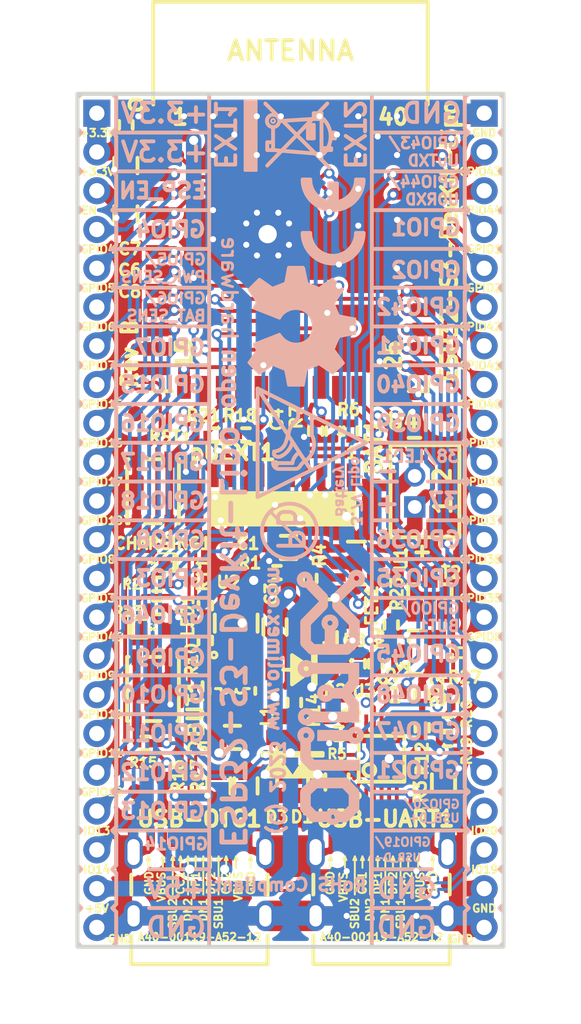
<source format=kicad_pcb>
(kicad_pcb (version 20171130) (host pcbnew 5.1.0-rc2-unknown-036be7d~80~ubuntu16.04.1)
  (title_block (title ESP32-S3-DevKit-LiPo) (date 2023-05-16) (rev B) (company "OLIMEX LTD") (comment 1 www.olimex.com))
  (layers (0 F.Cu mixed) (31 B.Cu mixed) (34 B.Paste user hide) (35 F.Paste user hide) (36 B.SilkS user hide) (37 F.SilkS user) (38 B.Mask user) (39 F.Mask user hide) (44 Edge.Cuts user))
  (net 0 "")
  (net 1 +5V)
  (net 2 GND)
  (net 3 /ESP_EN)
  (net 4 /GPIO14)
  (net 5 /GPIO21)
  (net 6 /GPIO16)
  (net 7 /GPIO4)
  (net 8 /GPIO15)
  (net 9 /GPIO2)
  (net 10 "Net-(R3-Pad2)")
  (net 11 "Net-(FID2-PadFid1)")
  (net 12 "Net-(FID3-PadFid1)")
  (net 13 "Net-(FID4-PadFid1)")
  (net 14 +3.3V)
  (net 15 "Net-(BUT1-Pad1)")
  (net 16 /GPIO6\BAT_SENS)
  (net 17 "Net-(D1-Pad2)")
  (net 18 "Net-(D3-Pad2)")
  (net 19 /GPIO9)
  (net 20 /GPIO46)
  (net 21 /GPIO3)
  (net 22 /GPIO8)
  (net 23 /GPIO7)
  (net 24 /GPIO5\PWR_SENS)
  (net 25 /GPIO1)
  (net 26 /GPIO44\U0RXD)
  (net 27 /GPIO43\U0TXD)
  (net 28 /GPIO42)
  (net 29 /GPIO40)
  (net 30 /GPIO41)
  (net 31 /GPIO39)
  (net 32 /GPIO36)
  (net 33 /GPIO37)
  (net 34 /GPIO35)
  (net 35 /GPIO45)
  (net 36 /GPIO20\USB_D+)
  (net 37 /GPIO19\USB_D-)
  (net 38 "Net-(LED1-Pad2)")
  (net 39 "Net-(R5-Pad2)")
  (net 40 "Net-(R12-Pad1)")
  (net 41 "Net-(R16-Pad2)")
  (net 42 "Net-(R17-Pad2)")
  (net 43 /UD+)
  (net 44 /UD-)
  (net 45 "Net-(USB-OTG1-PadB8)")
  (net 46 "Net-(USB-OTG1-PadA8)")
  (net 47 "Net-(USB-UART1-PadA8)")
  (net 48 "Net-(USB-UART1-PadB8)")
  (net 49 VBAT)
  (net 50 "Net-(C3-Pad1)")
  (net 51 "Net-(CHARGING1-Pad1)")
  (net 52 "Net-(FID1-PadFid1)")
  (net 53 "Net-(L1-Pad1)")
  (net 54 "Net-(R2-Pad2)")
  (net 55 "Net-(R4-Pad1)")
  (net 56 "Net-(R10-Pad1)")
  (net 57 /GPIO17\U1TXD)
  (net 58 /GPIO18\U1RXD)
  (net 59 /GPIO48\I2C_SDA)
  (net 60 /GPIO47\I2C_SCL)
  (net 61 "/GPIO10\\FSPICS0(SPI3_CS0)")
  (net 62 "/GPIO13\\FSPIQ(SPI3_MISO)")
  (net 63 "/GPIO12\\FSPICLK(SPI3_CLK)")
  (net 64 "/GPIO11\\FSPID(SPI3_MOSI)")
  (net 65 /GPIO38\LED1)
  (net 66 /GPIO0\BUT1)
  (net 67 "Net-(R12-Pad2)")
  (net 68 "Net-(R22-Pad2)")
  (net 69 "Net-(R23-Pad1)")
  (net 70 "Net-(R23-Pad2)")
  (net 71 "Net-(R24-Pad1)")
  (module OLIMEX_Connectors-FP:BM10B-SRSS-TB (layer F.Cu) (at 143.002 89.916 180)
    (fp_text reference pUEXT1 (at 3.302 2.921 180) (layer F.SilkS) (effects (font (size 1.016 1.016) (thickness 0.254))))
    (fp_text value JST_BM10B-SRSS-TB)
    (fp_text user 1 (at -4.5212 2.8956 180) (layer F.SilkS) (effects (font (size 0.762 0.762) (thickness 0.1905))))
    (pad 1 smd rect (at -4.5 1.425 180) (size 0.6 1.55) (layers F.Cu F.Paste F.Mask) (net 14 +3.3V))
    (pad 2 smd rect (at -3.5 1.425 180) (size 0.6 1.55) (layers F.Cu F.Paste F.Mask) (net 2 GND))
    (pad 3 smd rect (at -2.5 1.425 180) (size 0.6 1.55) (layers F.Cu F.Paste F.Mask) (net 57 /GPIO17\U1TXD))
    (pad 4 smd rect (at -1.5 1.425 180) (size 0.6 1.55) (layers F.Cu F.Paste F.Mask) (net 58 /GPIO18\U1RXD))
    (pad 5 smd rect (at -0.5 1.425 180) (size 0.6 1.55) (layers F.Cu F.Paste F.Mask) (net 60 /GPIO47\I2C_SCL))
    (pad 6 smd rect (at 0.5 1.425 180) (size 0.6 1.55) (layers F.Cu F.Paste F.Mask) (net 59 /GPIO48\I2C_SDA))
    (pad 7 smd rect (at 1.5 1.425 180) (size 0.6 1.55) (layers F.Cu F.Paste F.Mask) (net 62 "/GPIO13\\FSPIQ(SPI3_MISO)"))
    (pad 8 smd rect (at 2.5 1.425 180) (size 0.6 1.55) (layers F.Cu F.Paste F.Mask) (net 64 "/GPIO11\\FSPID(SPI3_MOSI)"))
    (pad 9 smd rect (at 3.5 1.425 180) (size 0.6 1.55) (layers F.Cu F.Paste F.Mask) (net 63 "/GPIO12\\FSPICLK(SPI3_CLK)"))
    (pad 10 smd rect (at 4.5 1.425 180) (size 0.6 1.55) (layers F.Cu F.Paste F.Mask) (net 61 "/GPIO10\\FSPICS0(SPI3_CS0)"))
    (pad 0 smd rect (at -5.8 -0.35 180) (size 1.2 3.1) (layers F.Cu F.Paste F.Mask) (net 2 GND))
    (pad 0 smd rect (at 5.8 -0.35 180) (size 1.2 3.1) (layers F.Cu F.Paste F.Mask) (net 2 GND))
  )
  (module OLIMEX_Connectors-FP:LIPO_BAT_VERTICAL_DW02S (layer F.Cu) (at 155.194 89.535 90)
    (fp_text reference BAT1 (at 2.921 -6.223 270) (layer F.SilkS) (effects (font (size 1.016 1.016) (thickness 0.254))))
    (fp_text value DW02S)
    (fp_text user 1 (at -0.98298 -1.67894 90) (layer F.SilkS) (effects (font (size 1.1 1.1) (thickness 0.254))))
    (fp_text user 2 (at 1.02108 -1.72974 90) (layer F.SilkS) (effects (font (size 1.1 1.1) (thickness 0.254))))
    (pad 2 thru_hole circle (at 1.00076 -3.53822 90) (size 1.4 1.4) (drill 0.9) (layers *.Cu *.Mask) (net 2 GND))
    (pad 1 thru_hole rect (at -1.0287 -3.53568 90) (size 1.4 1.4) (drill 0.9) (layers *.Cu *.Mask) (net 49 VBAT))
  )
  (module OLIMEX_RLC-FP:R_0603_5MIL_DWS (layer F.Cu) (at 146.558 108.585 270)
    (fp_text reference R5 (at -1.8415 0 180) (layer F.SilkS) (effects (font (size 0.635 0.635) (thickness 0.15875))))
    (fp_text value 5.1k/R0603)
    (pad 2 smd rect (at 0.889 0 270) (size 1.016 1.016) (layers F.Cu F.Paste F.Mask) (net 39 "Net-(R5-Pad2)"))
    (pad 1 smd rect (at -0.889 0 270) (size 1.016 1.016) (layers F.Cu F.Paste F.Mask) (net 2 GND))
  )
  (module OLIMEX_Diodes-FP:SOD-123_1C-2A_KA (layer F.Cu) (at 144.653 107.569 270)
    (fp_text reference D1 (at 3.302 0.381) (layer F.SilkS) (effects (font (size 0.762 0.762) (thickness 0.1905))))
    (fp_text value 1N5819S4/SOD123)
    (pad 2 smd rect (at 1.9 0 270) (size 1 1.4) (layers F.Cu F.Paste F.Mask) (net 17 "Net-(D1-Pad2)") (clearance 0.0508))
    (pad 1 smd rect (at -1.9 0 270) (size 1 1.4) (layers F.Cu F.Paste F.Mask) (net 1 +5V) (clearance 0.0508))
  )
  (module OLIMEX_Diodes-FP:SOD-123_1C-2A_KA (layer F.Cu) (at 142.621 107.569 270)
    (fp_text reference D3 (at 3.302 0) (layer F.SilkS) (effects (font (size 0.762 0.762) (thickness 0.1905))))
    (fp_text value 1N5819S4/SOD123)
    (pad 2 smd rect (at 1.9 0 270) (size 1 1.4) (layers F.Cu F.Paste F.Mask) (net 18 "Net-(D3-Pad2)") (clearance 0.0508))
    (pad 1 smd rect (at -1.9 0 270) (size 1 1.4) (layers F.Cu F.Paste F.Mask) (net 1 +5V) (clearance 0.0508))
  )
  (module OLIMEX_RLC-FP:R_0402_5MIL_DWS (layer F.Cu) (at 137.922 99.314 270)
    (fp_text reference R10 (at 1.27 0.889 90) (layer F.SilkS) (effects (font (size 0.762 0.762) (thickness 0.1905))))
    (fp_text value 220k/R0402)
    (pad 2 smd rect (at 0.508 0 270) (size 0.5 0.55) (layers F.Cu F.Paste F.Mask) (net 14 +3.3V))
    (pad 1 smd rect (at -0.508 0 90) (size 0.5 0.55) (layers F.Cu F.Paste F.Mask) (net 56 "Net-(R10-Pad1)"))
  )
  (module OLIMEX_RLC-FP:C_0603_5MIL_DWS (layer F.Cu) (at 139.7 105.664)
    (fp_text reference C5 (at -2.286 0.762 180) (layer F.SilkS) (effects (font (size 0.762 0.762) (thickness 0.1905))))
    (fp_text value 22uF/6.3V/20%/X5R/C0603)
    (pad 2 smd rect (at 0.889 0) (size 1.016 1.016) (layers F.Cu F.Paste F.Mask) (net 2 GND) (clearance 0.0508))
    (pad 1 smd rect (at -0.889 0) (size 1.016 1.016) (layers F.Cu F.Paste F.Mask) (net 14 +3.3V) (clearance 0.0508))
  )
  (module OLIMEX_Transistors-FP:SOT23 (layer F.Cu) (at 145.923 98.044 180)
    (fp_text reference FET1 (at -2.921 1.016 270) (layer F.SilkS) (effects (font (size 0.762 0.762) (thickness 0.1905))))
    (fp_text value WPM2015-3/TR)
    (pad 1 smd rect (at 1.10744 0.94996 180) (size 1.4 1) (layers F.Cu F.Paste F.Mask) (net 1 +5V) (clearance 0.0508))
    (pad 2 smd rect (at 1.10744 -0.9525 180) (size 1.4 1) (layers F.Cu F.Paste F.Mask) (net 50 "Net-(C3-Pad1)") (clearance 0.0508))
    (pad 3 smd rect (at -1.10236 0.00254 180) (size 1.4 1) (layers F.Cu F.Paste F.Mask) (net 49 VBAT) (clearance 0.0508))
  )
  (module OLIMEX_Signs-FP:CE_Sign (layer B.Cu) (at 146.304 70.866 90)
    (fp_text reference Sign_CE hide)
    (fp_text value CE_Sign hide)
  )
  (module OLIMEX_Signs-FP:Sign_RecycleBin_1 (layer B.Cu) (at 140.462 68.58 90)
    (fp_text reference Sign_RecycleBin_1 hide)
    (fp_text value Sign_RecycleBin_1 hide)
  )
  (module OLIMEX_Signs-FP:Sign_PB-Free (layer B.Cu) (at 143.129 91.948 90)
    (fp_text reference Sign_PB-Free)
    (fp_text value Sign_PB-Free)
    (fp_text user Pb (at -0.08636 0.33528 270 unlocked) (layer B.SilkS) (effects (font (size 1.7 1.5) (thickness 0.254)) (justify mirror)))
  )
  (module OLIMEX_Signs-FP:Sign_OSHW_8x8 (layer B.Cu) (at 143.764 78.74 90)
    (fp_text reference Sign_OSHW_8x8 hide)
    (fp_text value Sign_OSHW_8x8 hide)
    (fp_text user open (at -3.40106 -4.17576 270 unlocked) (layer B.SilkS) (effects (font (size 1.1 1.1) (thickness 0.254)) (justify mirror)))
    (fp_text user hardware (at 2.51206 -4.2672 270 unlocked) (layer B.SilkS) (effects (font (thickness 0.18)) (justify mirror)))
  )
  (module OLIMEX_Signs-FP:Sign_Antistatic (layer B.Cu) (at 141.351 89.916 90)
    (fp_text reference Sign_Antistatic hide)
    (fp_text value Sign_Antistatic hide)
  )
  (module OLIMEX_Signs-FP:Logo_OLIMEX_TB (layer B.Cu) (at 146.177 102.87 90)
    (fp_text reference Logo_OLIMEX_TB hide)
    (fp_text value Logo_OLIMEX_TB hide)
  )
  (module OLIMEX_Connectors-FP:HN1x22 (layer B.Cu) (at 156.21 91.44 270)
    (fp_text reference EXT2 (at -25.273 8.509 270 unlocked) (layer B.SilkS) (effects (font (size 1.27 1.27) (thickness 0.254)) (justify mirror)))
    (fp_text value HN1x22)
    (pad 21 thru_hole circle (at 24.13 0 270) (size 1.778 1.778) (drill 1) (layers *.Cu *.Mask) (net 2 GND))
    (pad 22 thru_hole circle (at 26.67 0 270) (size 1.778 1.778) (drill 1) (layers *.Cu *.Mask) (net 2 GND))
    (pad 4 thru_hole circle (at -19.05 0 270) (size 1.778 1.778) (drill 1) (layers *.Cu *.Mask) (net 25 /GPIO1))
    (pad 3 thru_hole circle (at -21.59 0 270) (size 1.778 1.778) (drill 1) (layers *.Cu *.Mask) (net 26 /GPIO44\U0RXD))
    (pad 2 thru_hole circle (at -24.13 0 270) (size 1.778 1.778) (drill 1) (layers *.Cu *.Mask) (net 27 /GPIO43\U0TXD))
    (pad 1 thru_hole rect (at -26.67 0 270) (size 1.778 1.778) (drill 1) (layers *.Cu *.Mask) (net 2 GND))
    (pad 5 thru_hole circle (at -16.51 0 270) (size 1.778 1.778) (drill 1) (layers *.Cu *.Mask) (net 9 /GPIO2))
    (pad 6 thru_hole circle (at -13.97 0 270) (size 1.778 1.778) (drill 1) (layers *.Cu *.Mask) (net 28 /GPIO42))
    (pad 8 thru_hole circle (at -8.89 0 270) (size 1.778 1.778) (drill 1) (layers *.Cu *.Mask) (net 29 /GPIO40))
    (pad 7 thru_hole circle (at -11.43 0 270) (size 1.778 1.778) (drill 1) (layers *.Cu *.Mask) (net 30 /GPIO41))
    (pad 9 thru_hole circle (at -6.35 0 270) (size 1.778 1.778) (drill 1) (layers *.Cu *.Mask) (net 31 /GPIO39))
    (pad 10 thru_hole circle (at -3.81 0 270) (size 1.778 1.778) (drill 1) (layers *.Cu *.Mask) (net 65 /GPIO38\LED1))
    (pad 12 thru_hole circle (at 1.27 0 270) (size 1.778 1.778) (drill 1) (layers *.Cu *.Mask) (net 32 /GPIO36))
    (pad 11 thru_hole circle (at -1.27 0 270) (size 1.778 1.778) (drill 1) (layers *.Cu *.Mask) (net 33 /GPIO37))
    (pad 13 thru_hole circle (at 3.81 0 270) (size 1.778 1.778) (drill 1) (layers *.Cu *.Mask) (net 34 /GPIO35))
    (pad 14 thru_hole circle (at 6.35 0 270) (size 1.778 1.778) (drill 1) (layers *.Cu *.Mask) (net 66 /GPIO0\BUT1))
    (pad 16 thru_hole circle (at 11.43 0 270) (size 1.778 1.778) (drill 1) (layers *.Cu *.Mask) (net 59 /GPIO48\I2C_SDA))
    (pad 15 thru_hole circle (at 8.89 0 270) (size 1.778 1.778) (drill 1) (layers *.Cu *.Mask) (net 35 /GPIO45))
    (pad 19 thru_hole circle (at 19.05 0 270) (size 1.778 1.778) (drill 1) (layers *.Cu *.Mask) (net 36 /GPIO20\USB_D+))
    (pad 20 thru_hole circle (at 21.59 0 270) (size 1.778 1.778) (drill 1) (layers *.Cu *.Mask) (net 37 /GPIO19\USB_D-))
    (pad 18 thru_hole circle (at 16.51 0 270) (size 1.778 1.778) (drill 1) (layers *.Cu *.Mask) (net 5 /GPIO21))
    (pad 17 thru_hole circle (at 13.97 0 270) (size 1.778 1.778) (drill 1) (layers *.Cu *.Mask) (net 60 /GPIO47\I2C_SCL))
  )
  (module "OLIMEX_Connectors-FP:USB2.0_TYPE-C(A40-00119-A52-12)" (layer F.Cu) (at 137.541 116.205 270)
    (fp_text reference USB-OTG1 (at -5.207 0 180) (layer F.SilkS) (effects (font (size 1.016 1.016) (thickness 0.254))))
    (fp_text value "USB-C-16P-F(A40-00119-A52-12)")
    (fp_text user GND (at -1 -3.3655 90) (layer F.SilkS) (effects (font (size 0.508 0.508) (thickness 0.127))))
    (fp_text user VBUS (at -0.762 -2.54 90) (layer F.SilkS) (effects (font (size 0.508 0.508) (thickness 0.127))))
    (fp_text user CC2 (at -1 -1.75 90) (layer F.SilkS) (effects (font (size 0.508 0.508) (thickness 0.127))))
    (fp_text user SBU1 (at 1 -1.25 90) (layer F.SilkS) (effects (font (size 0.508 0.508) (thickness 0.127))))
    (fp_text user DP2 (at -1 -0.75 90) (layer F.SilkS) (effects (font (size 0.508 0.508) (thickness 0.127))))
    (fp_text user DN1 (at 0.75 -0.25 90) (layer F.SilkS) (effects (font (size 0.508 0.508) (thickness 0.127))))
    (fp_text user DP1 (at -1 0.25 90) (layer F.SilkS) (effects (font (size 0.508 0.508) (thickness 0.127))))
    (fp_text user DN2 (at 0.75 0.75 90) (layer F.SilkS) (effects (font (size 0.508 0.508) (thickness 0.127))))
    (fp_text user CC1 (at -1 1.25 90) (layer F.SilkS) (effects (font (size 0.508 0.508) (thickness 0.127))))
    (fp_text user SBU2 (at 1 1.75 90) (layer F.SilkS) (effects (font (size 0.508 0.508) (thickness 0.127))))
    (fp_text user VBUS (at -0.75 2.5 90) (layer F.SilkS) (effects (font (size 0.508 0.508) (thickness 0.127))))
    (fp_text user GND (at -1 3.302 90) (layer F.SilkS) (effects (font (size 0.508 0.508) (thickness 0.127))))
    (fp_text user A40-00119-A52-12 (at 2.54 0) (layer F.SilkS) (effects (font (size 0.508 0.508) (thickness 0.127))))
    (pad 0 connect rect (at 1.15 -4.9276) (size 1.1 2) (layers F.Cu F.Mask) (net 2 GND))
    (pad 0 connect rect (at -3.03 -4.9276) (size 1.1 2.2) (layers F.Cu F.Mask) (net 2 GND))
    (pad 0 connect rect (at 1.15 4.9276) (size 1.1 2) (layers F.Cu F.Mask) (net 2 GND))
    (pad 0 connect rect (at -3.03 4.9276) (size 1.1 2.2) (layers F.Cu F.Mask) (net 2 GND))
    (pad "" np_thru_hole circle (at -2.53 -2.89) (size 0.6 0.6) (drill 0.6) (layers *.Cu *.Mask))
    (pad B8 smd rect (at -3.932 1.75) (size 0.25 1.15) (layers F.Cu F.Paste F.Mask) (net 45 "Net-(USB-OTG1-PadB8)"))
    (pad A5 smd rect (at -3.932 1.25) (size 0.25 1.15) (layers F.Cu F.Paste F.Mask) (net 41 "Net-(R16-Pad2)"))
    (pad B7 smd rect (at -3.932 0.75) (size 0.25 1.15) (layers F.Cu F.Paste F.Mask) (net 37 /GPIO19\USB_D-))
    (pad B5 smd rect (at -3.932 -1.75) (size 0.25 1.15) (layers F.Cu F.Paste F.Mask) (net 42 "Net-(R17-Pad2)"))
    (pad A7 smd rect (at -3.932 -0.25) (size 0.25 1.15) (layers F.Cu F.Paste F.Mask) (net 37 /GPIO19\USB_D-))
    (pad A8 smd rect (at -3.932 -1.25) (size 0.25 1.15) (layers F.Cu F.Paste F.Mask) (net 46 "Net-(USB-OTG1-PadA8)"))
    (pad B6 smd rect (at -3.932 -0.75) (size 0.25 1.15) (layers F.Cu F.Paste F.Mask) (net 36 /GPIO20\USB_D+))
    (pad A6 smd rect (at -3.932 0.25) (size 0.25 1.15) (layers F.Cu F.Paste F.Mask) (net 36 /GPIO20\USB_D+))
    (pad 0 thru_hole oval (at -3.03 -4.32) (size 1.2 2.2) (drill oval 0.8 1.7) (layers *.Cu *.Mask) (net 2 GND))
    (pad 0 thru_hole oval (at 1.15 -4.32) (size 1.3 2) (drill oval 0.8 1.4) (layers *.Cu *.Mask) (net 2 GND))
    (pad 0 thru_hole oval (at 1.15 4.32) (size 1.3 2) (drill oval 0.8 1.4) (layers *.Cu *.Mask) (net 2 GND))
    (pad "" np_thru_hole circle (at -2.53 2.89) (size 0.6 0.6) (drill 0.6) (layers *.Cu *.Mask))
    (pad 0 thru_hole oval (at -3.03 4.32) (size 1.2 2.2) (drill oval 0.8 1.7) (layers *.Cu *.Mask) (net 2 GND))
    (pad B9 smd rect (at -3.932 2.275) (size 0.3 1.15) (layers F.Cu F.Paste F.Mask) (net 18 "Net-(D3-Pad2)"))
    (pad B4 smd rect (at -3.932 -2.275) (size 0.3 1.15) (layers F.Cu F.Paste F.Mask) (net 18 "Net-(D3-Pad2)"))
    (pad A4 smd rect (at -3.932 2.525) (size 0.3 1.15) (layers F.Cu F.Paste F.Mask) (net 18 "Net-(D3-Pad2)"))
    (pad A9 smd rect (at -3.932 -2.525) (size 0.3 1.15) (layers F.Cu F.Paste F.Mask) (net 18 "Net-(D3-Pad2)"))
    (pad B12 smd rect (at -3.932 3.075) (size 0.3 1.15) (layers F.Cu F.Paste F.Mask) (net 2 GND))
    (pad B1 smd rect (at -3.932 -3.075) (size 0.3 1.15) (layers F.Cu F.Paste F.Mask) (net 2 GND))
    (pad A1 smd rect (at -3.932 3.325) (size 0.3 1.15) (layers F.Cu F.Paste F.Mask) (net 2 GND))
    (pad A12 smd rect (at -3.932 -3.325) (size 0.3 1.15) (layers F.Cu F.Paste F.Mask) (net 2 GND))
  )
  (module "OLIMEX_Connectors-FP:USB2.0_TYPE-C(A40-00119-A52-12)" (layer F.Cu) (at 149.479 116.205 270)
    (fp_text reference USB-UART1 (at -5.207 -0.254 180) (layer F.SilkS) (effects (font (size 1.016 1.016) (thickness 0.254))))
    (fp_text value "USB-C-16P-F(A40-00119-A52-12)")
    (fp_text user GND (at -1.016 -3.3655 90) (layer F.SilkS) (effects (font (size 0.508 0.508) (thickness 0.127))))
    (fp_text user VBUS (at -0.75 -2.54 90) (layer F.SilkS) (effects (font (size 0.508 0.508) (thickness 0.127))))
    (fp_text user CC2 (at -1 -1.75 90) (layer F.SilkS) (effects (font (size 0.508 0.508) (thickness 0.127))))
    (fp_text user SBU1 (at 1 -1.25 90) (layer F.SilkS) (effects (font (size 0.508 0.508) (thickness 0.127))))
    (fp_text user DP2 (at -1 -0.75 90) (layer F.SilkS) (effects (font (size 0.508 0.508) (thickness 0.127))))
    (fp_text user DN1 (at 0.75 -0.25 90) (layer F.SilkS) (effects (font (size 0.508 0.508) (thickness 0.127))))
    (fp_text user DP1 (at -1 0.25 90) (layer F.SilkS) (effects (font (size 0.508 0.508) (thickness 0.127))))
    (fp_text user DN2 (at 0.75 0.75 90) (layer F.SilkS) (effects (font (size 0.508 0.508) (thickness 0.127))))
    (fp_text user CC1 (at -1 1.25 90) (layer F.SilkS) (effects (font (size 0.508 0.508) (thickness 0.127))))
    (fp_text user SBU2 (at 1 1.75 90) (layer F.SilkS) (effects (font (size 0.508 0.508) (thickness 0.127))))
    (fp_text user VBUS (at -0.75 2.5 90) (layer F.SilkS) (effects (font (size 0.508 0.508) (thickness 0.127))))
    (fp_text user GND (at -1 3.3655 90) (layer F.SilkS) (effects (font (size 0.508 0.508) (thickness 0.127))))
    (fp_text user A40-00119-A52-12 (at 2.54 0) (layer F.SilkS) (effects (font (size 0.508 0.508) (thickness 0.127))))
    (pad 0 connect rect (at 1.15 -4.9276) (size 1.1 2) (layers F.Cu F.Mask) (net 2 GND))
    (pad 0 connect rect (at -3.03 -4.9276) (size 1.1 2.2) (layers F.Cu F.Mask) (net 2 GND))
    (pad 0 connect rect (at 1.15 4.9276) (size 1.1 2) (layers F.Cu F.Mask) (net 2 GND))
    (pad 0 connect rect (at -3.03 4.9276) (size 1.1 2.2) (layers F.Cu F.Mask) (net 2 GND))
    (pad "" np_thru_hole circle (at -2.53 -2.89) (size 0.6 0.6) (drill 0.6) (layers *.Cu *.Mask))
    (pad B8 smd rect (at -3.932 1.75) (size 0.25 1.15) (layers F.Cu F.Paste F.Mask) (net 48 "Net-(USB-UART1-PadB8)"))
    (pad A5 smd rect (at -3.932 1.25) (size 0.25 1.15) (layers F.Cu F.Paste F.Mask) (net 39 "Net-(R5-Pad2)"))
    (pad B7 smd rect (at -3.932 0.75) (size 0.25 1.15) (layers F.Cu F.Paste F.Mask) (net 44 /UD-))
    (pad B5 smd rect (at -3.932 -1.75) (size 0.25 1.15) (layers F.Cu F.Paste F.Mask) (net 10 "Net-(R3-Pad2)"))
    (pad A7 smd rect (at -3.932 -0.25) (size 0.25 1.15) (layers F.Cu F.Paste F.Mask) (net 44 /UD-))
    (pad A8 smd rect (at -3.932 -1.25) (size 0.25 1.15) (layers F.Cu F.Paste F.Mask) (net 47 "Net-(USB-UART1-PadA8)"))
    (pad B6 smd rect (at -3.932 -0.75) (size 0.25 1.15) (layers F.Cu F.Paste F.Mask) (net 43 /UD+))
    (pad A6 smd rect (at -3.932 0.25) (size 0.25 1.15) (layers F.Cu F.Paste F.Mask) (net 43 /UD+))
    (pad 0 thru_hole oval (at -3.03 -4.32) (size 1.2 2.2) (drill oval 0.8 1.7) (layers *.Cu *.Mask) (net 2 GND))
    (pad 0 thru_hole oval (at 1.15 -4.32) (size 1.3 2) (drill oval 0.8 1.4) (layers *.Cu *.Mask) (net 2 GND))
    (pad 0 thru_hole oval (at 1.15 4.32) (size 1.3 2) (drill oval 0.8 1.4) (layers *.Cu *.Mask) (net 2 GND))
    (pad "" np_thru_hole circle (at -2.53 2.89) (size 0.6 0.6) (drill 0.6) (layers *.Cu *.Mask))
    (pad 0 thru_hole oval (at -3.03 4.32) (size 1.2 2.2) (drill oval 0.8 1.7) (layers *.Cu *.Mask) (net 2 GND))
    (pad B9 smd rect (at -3.932 2.275) (size 0.3 1.15) (layers F.Cu F.Paste F.Mask) (net 17 "Net-(D1-Pad2)"))
    (pad B4 smd rect (at -3.932 -2.275) (size 0.3 1.15) (layers F.Cu F.Paste F.Mask) (net 17 "Net-(D1-Pad2)"))
    (pad A4 smd rect (at -3.932 2.525) (size 0.3 1.15) (layers F.Cu F.Paste F.Mask) (net 17 "Net-(D1-Pad2)"))
    (pad A9 smd rect (at -3.932 -2.525) (size 0.3 1.15) (layers F.Cu F.Paste F.Mask) (net 17 "Net-(D1-Pad2)"))
    (pad B12 smd rect (at -3.932 3.075) (size 0.3 1.15) (layers F.Cu F.Paste F.Mask) (net 2 GND))
    (pad B1 smd rect (at -3.932 -3.075) (size 0.3 1.15) (layers F.Cu F.Paste F.Mask) (net 2 GND))
    (pad A1 smd rect (at -3.932 3.325) (size 0.3 1.15) (layers F.Cu F.Paste F.Mask) (net 2 GND))
    (pad A12 smd rect (at -3.932 -3.325) (size 0.3 1.15) (layers F.Cu F.Paste F.Mask) (net 2 GND))
  )
  (module OLIMEX_Buttons-FP:YTS-A016-X (layer F.Cu) (at 134.493 102.489 90)
    (fp_text reference BUT1 (at -1.27 2.794 270) (layer F.SilkS) (effects (font (size 1.016 1.016) (thickness 0.254))))
    (fp_text value YTS-A016-X hide)
    (pad 1 smd rect (at -2.075 -1.075 90) (size 1.05 0.65) (layers F.Cu F.Paste F.Mask) (net 15 "Net-(BUT1-Pad1)"))
    (pad 1 smd rect (at 2.075 -1.075 90) (size 1.05 0.65) (layers F.Cu F.Paste F.Mask) (net 15 "Net-(BUT1-Pad1)"))
    (pad 2 smd rect (at -2.075 1.075 90) (size 1.05 0.65) (layers F.Cu F.Paste F.Mask) (net 2 GND))
    (pad 2 smd rect (at 2.075 1.075 90) (size 1.05 0.65) (layers F.Cu F.Paste F.Mask) (net 2 GND))
  )
  (module OLIMEX_RLC-FP:C_0402_5MIL_DWS (layer F.Cu) (at 146.685 105.41 180)
    (fp_text reference C2 (at -0.762 1.143) (layer F.SilkS) (effects (font (size 0.762 0.762) (thickness 0.1905))))
    (fp_text value 100nF/10V/10%/X7R/C0402)
    (pad 2 smd rect (at 0.508 0 180) (size 0.5 0.55) (layers F.Cu F.Paste F.Mask) (net 2 GND))
    (pad 1 smd rect (at -0.508 0) (size 0.5 0.55) (layers F.Cu F.Paste F.Mask) (net 14 +3.3V))
  )
  (module OLIMEX_RLC-FP:C_0603_5MIL_DWS (layer F.Cu) (at 132.715 68.199 270)
    (fp_text reference C6 (at 6.858 -0.254) (layer F.SilkS) (effects (font (size 0.762 0.762) (thickness 0.1905))))
    (fp_text value 22uF/6.3V/20%/X5R/C0603)
    (pad 2 smd rect (at 0.889 0 270) (size 1.016 1.016) (layers F.Cu F.Paste F.Mask) (net 2 GND) (clearance 0.0508))
    (pad 1 smd rect (at -0.889 0 270) (size 1.016 1.016) (layers F.Cu F.Paste F.Mask) (net 14 +3.3V) (clearance 0.0508))
  )
  (module OLIMEX_RLC-FP:C_0402_5MIL_DWS (layer F.Cu) (at 132.715 65.532 270)
    (fp_text reference C7 (at 8.128 -0.254) (layer F.SilkS) (effects (font (size 0.762 0.762) (thickness 0.1905))))
    (fp_text value 100nF/10V/10%/X7R/C0402)
    (pad 2 smd rect (at 0.508 0 270) (size 0.5 0.55) (layers F.Cu F.Paste F.Mask) (net 14 +3.3V))
    (pad 1 smd rect (at -0.508 0 90) (size 0.5 0.55) (layers F.Cu F.Paste F.Mask) (net 2 GND))
  )
  (module OLIMEX_Connectors-FP:HN1x22 (layer B.Cu) (at 130.81 91.439999 270)
    (fp_text reference EXT1 (at -25.272999 -8.382 270 unlocked) (layer B.SilkS) (effects (font (size 1.27 1.27) (thickness 0.254)) (justify mirror)))
    (fp_text value HN1x22)
    (pad 21 thru_hole circle (at 24.13 0 270) (size 1.778 1.778) (drill 1) (layers *.Cu *.Mask) (net 1 +5V))
    (pad 22 thru_hole circle (at 26.67 0 270) (size 1.778 1.778) (drill 1) (layers *.Cu *.Mask) (net 2 GND))
    (pad 4 thru_hole circle (at -19.05 0 270) (size 1.778 1.778) (drill 1) (layers *.Cu *.Mask) (net 7 /GPIO4))
    (pad 3 thru_hole circle (at -21.59 0 270) (size 1.778 1.778) (drill 1) (layers *.Cu *.Mask) (net 3 /ESP_EN))
    (pad 2 thru_hole circle (at -24.13 0 270) (size 1.778 1.778) (drill 1) (layers *.Cu *.Mask) (net 14 +3.3V))
    (pad 1 thru_hole rect (at -26.67 0 270) (size 1.778 1.778) (drill 1) (layers *.Cu *.Mask) (net 14 +3.3V))
    (pad 5 thru_hole circle (at -16.51 0 270) (size 1.778 1.778) (drill 1) (layers *.Cu *.Mask) (net 24 /GPIO5\PWR_SENS))
    (pad 6 thru_hole circle (at -13.97 0 270) (size 1.778 1.778) (drill 1) (layers *.Cu *.Mask) (net 16 /GPIO6\BAT_SENS))
    (pad 8 thru_hole circle (at -8.89 0 270) (size 1.778 1.778) (drill 1) (layers *.Cu *.Mask) (net 8 /GPIO15))
    (pad 7 thru_hole circle (at -11.43 0 270) (size 1.778 1.778) (drill 1) (layers *.Cu *.Mask) (net 23 /GPIO7))
    (pad 9 thru_hole circle (at -6.35 0 270) (size 1.778 1.778) (drill 1) (layers *.Cu *.Mask) (net 6 /GPIO16))
    (pad 10 thru_hole circle (at -3.81 0 270) (size 1.778 1.778) (drill 1) (layers *.Cu *.Mask) (net 57 /GPIO17\U1TXD))
    (pad 12 thru_hole circle (at 1.27 0 270) (size 1.778 1.778) (drill 1) (layers *.Cu *.Mask) (net 22 /GPIO8))
    (pad 11 thru_hole circle (at -1.27 0 270) (size 1.778 1.778) (drill 1) (layers *.Cu *.Mask) (net 58 /GPIO18\U1RXD))
    (pad 13 thru_hole circle (at 3.81 0 270) (size 1.778 1.778) (drill 1) (layers *.Cu *.Mask) (net 21 /GPIO3))
    (pad 14 thru_hole circle (at 6.35 0 270) (size 1.778 1.778) (drill 1) (layers *.Cu *.Mask) (net 20 /GPIO46))
    (pad 16 thru_hole circle (at 11.43 0 270) (size 1.778 1.778) (drill 1) (layers *.Cu *.Mask) (net 61 "/GPIO10\\FSPICS0(SPI3_CS0)"))
    (pad 15 thru_hole circle (at 8.89 0 270) (size 1.778 1.778) (drill 1) (layers *.Cu *.Mask) (net 19 /GPIO9))
    (pad 19 thru_hole circle (at 19.05 0 270) (size 1.778 1.778) (drill 1) (layers *.Cu *.Mask) (net 62 "/GPIO13\\FSPIQ(SPI3_MISO)"))
    (pad 20 thru_hole circle (at 21.59 0 270) (size 1.778 1.778) (drill 1) (layers *.Cu *.Mask) (net 4 /GPIO14))
    (pad 18 thru_hole circle (at 16.51 0 270) (size 1.778 1.778) (drill 1) (layers *.Cu *.Mask) (net 63 "/GPIO12\\FSPICLK(SPI3_CLK)"))
    (pad 17 thru_hole circle (at 13.97 0 270) (size 1.778 1.778) (drill 1) (layers *.Cu *.Mask) (net 64 "/GPIO11\\FSPID(SPI3_MOSI)"))
  )
  (module OLIMEX_Other-FP:Fiducial1x3 (layer F.Cu) (at 133.35 84.455 90)
    (fp_text reference FID2 hide)
    (fp_text value Fiducial hide)
    (pad Fid1 connect circle (at 0 0 90) (size 1 1) (layers F.Cu F.Mask) (net 11 "Net-(FID2-PadFid1)") (clearance 1.016))
  )
  (module OLIMEX_Other-FP:Fiducial1x3 (layer F.Cu) (at 153.67 84.455 90)
    (fp_text reference FID3 hide)
    (fp_text value Fiducial hide)
    (pad Fid1 connect circle (at 0 0 90) (size 1 1) (layers F.Cu F.Mask) (net 12 "Net-(FID3-PadFid1)") (clearance 1.016))
  )
  (module OLIMEX_Other-FP:Fiducial1x3 (layer F.Cu) (at 133.35 109.22 90)
    (fp_text reference FID4 hide)
    (fp_text value Fiducial hide)
    (pad Fid1 connect circle (at 0 0 90) (size 1 1) (layers F.Cu F.Mask) (net 13 "Net-(FID4-PadFid1)") (clearance 1.016))
  )
  (module OLIMEX_LEDs-FP:LED_0603_KA (layer F.Cu) (at 134.493 98.552)
    (fp_text reference LED1 (at 2.286 -0.889 90) (layer F.SilkS) (effects (font (size 0.762 0.762) (thickness 0.1905))))
    (fp_text value LED/Green/0603)
    (pad 1 smd rect (at -0.762 0 180) (size 0.8 0.8) (layers F.Cu F.Paste F.Mask) (net 65 /GPIO38\LED1))
    (pad 2 smd rect (at 0.762 0 180) (size 0.8 0.8) (layers F.Cu F.Paste F.Mask) (net 38 "Net-(LED1-Pad2)"))
  )
  (module OLIMEX_RLC-FP:R_0603_5MIL_DWS (layer F.Cu) (at 153.543 108.585 270)
    (fp_text reference R3 (at 0.635 1.524 90) (layer F.SilkS) (effects (font (size 0.762 0.762) (thickness 0.1905))))
    (fp_text value 5.1k/R0603)
    (pad 2 smd rect (at 0.889 0 270) (size 1.016 1.016) (layers F.Cu F.Paste F.Mask) (net 10 "Net-(R3-Pad2)"))
    (pad 1 smd rect (at -0.889 0 270) (size 1.016 1.016) (layers F.Cu F.Paste F.Mask) (net 2 GND))
  )
  (module OLIMEX_RLC-FP:R_0402_5MIL_DWS (layer F.Cu) (at 134.747 97.155 180)
    (fp_text reference R13 (at 1.905 -0.254) (layer F.SilkS) (effects (font (size 0.635 0.635) (thickness 0.15875))))
    (fp_text value 2.2k/R0402)
    (pad 2 smd rect (at 0.508 0 180) (size 0.5 0.55) (layers F.Cu F.Paste F.Mask) (net 38 "Net-(LED1-Pad2)"))
    (pad 1 smd rect (at -0.508 0) (size 0.5 0.55) (layers F.Cu F.Paste F.Mask) (net 14 +3.3V))
  )
  (module OLIMEX_RLC-FP:R_0402_5MIL_DWS (layer F.Cu) (at 133.985 106.045 180)
    (fp_text reference R15 (at 0.127 -1.27) (layer F.SilkS) (effects (font (size 0.635 0.635) (thickness 0.15875))))
    (fp_text value 100R/R0402)
    (pad 2 smd rect (at 0.508 0 180) (size 0.5 0.55) (layers F.Cu F.Paste F.Mask) (net 15 "Net-(BUT1-Pad1)"))
    (pad 1 smd rect (at -0.508 0) (size 0.5 0.55) (layers F.Cu F.Paste F.Mask) (net 66 /GPIO0\BUT1))
  )
  (module OLIMEX_RLC-FP:R_0603_5MIL_DWS (layer F.Cu) (at 138.811 108.839 270)
    (fp_text reference R16 (at -0.635 2.667 90) (layer F.SilkS) (effects (font (size 0.762 0.762) (thickness 0.1905))))
    (fp_text value 5.1k/R0603)
    (pad 2 smd rect (at 0.889 0 270) (size 1.016 1.016) (layers F.Cu F.Paste F.Mask) (net 41 "Net-(R16-Pad2)"))
    (pad 1 smd rect (at -0.889 0 270) (size 1.016 1.016) (layers F.Cu F.Paste F.Mask) (net 2 GND))
  )
  (module OLIMEX_RLC-FP:R_0603_5MIL_DWS (layer F.Cu) (at 140.589 108.839 270)
    (fp_text reference R17 (at -0.635 3.175 90 unlocked) (layer F.SilkS) (effects (font (size 0.762 0.762) (thickness 0.1905))))
    (fp_text value 5.1k/R0603)
    (pad 2 smd rect (at 0.889 0 270) (size 1.016 1.016) (layers F.Cu F.Paste F.Mask) (net 42 "Net-(R17-Pad2)"))
    (pad 1 smd rect (at -0.889 0 270) (size 1.016 1.016) (layers F.Cu F.Paste F.Mask) (net 2 GND))
  )
  (module OLIMEX_RLC-FP:R_0402_5MIL_DWS (layer F.Cu) (at 140.589 85.852)
    (fp_text reference R18 (at -0.381 -1.27 -180) (layer F.SilkS) (effects (font (size 0.762 0.762) (thickness 0.1905))))
    (fp_text value 10k/R0402)
    (pad 2 smd rect (at 0.508 0) (size 0.5 0.55) (layers F.Cu F.Paste F.Mask) (net 21 /GPIO3))
    (pad 1 smd rect (at -0.508 0 180) (size 0.5 0.55) (layers F.Cu F.Paste F.Mask) (net 14 +3.3V))
  )
  (module OLIMEX_Buttons-FP:YTS-A016-X (layer F.Cu) (at 134.493 89.535 90)
    (fp_text reference RST1 (at 3.556 1.143 180) (layer F.SilkS) (effects (font (size 0.762 0.762) (thickness 0.1905))))
    (fp_text value YTS-A016-X hide)
    (pad 1 smd rect (at -2.075 -1.075 90) (size 1.05 0.65) (layers F.Cu F.Paste F.Mask) (net 2 GND))
    (pad 1 smd rect (at 2.075 -1.075 90) (size 1.05 0.65) (layers F.Cu F.Paste F.Mask) (net 2 GND))
    (pad 2 smd rect (at -2.075 1.075 90) (size 1.05 0.65) (layers F.Cu F.Paste F.Mask) (net 3 /ESP_EN))
    (pad 2 smd rect (at 2.075 1.075 90) (size 1.05 0.65) (layers F.Cu F.Paste F.Mask) (net 3 /ESP_EN))
  )
  (module OLIMEX_IC-FP:MSOP-10_Pitch-0.5mm_3.00x3.00x1.00mm (layer F.Cu) (at 149.478999 107.061)
    (fp_text reference U3 (at -1.142999 -4.445 180) (layer F.SilkS) (effects (font (size 0.762 0.762) (thickness 0.1905))))
    (fp_text value "CH340X(MSOP-10)")
    (pad 10 smd rect (at -1 -2.4) (size 0.25 1) (layers F.Cu F.Paste F.Mask) (net 14 +3.3V))
    (pad 9 smd rect (at -0.5 -2.4) (size 0.25 1) (layers F.Cu F.Paste F.Mask) (net 27 /GPIO43\U0TXD))
    (pad 8 smd rect (at 0 -2.4) (size 0.25 1) (layers F.Cu F.Paste F.Mask) (net 71 "Net-(R24-Pad1)"))
    (pad 7 smd rect (at 0.5 -2.4) (size 0.25 1) (layers F.Cu F.Paste F.Mask) (net 14 +3.3V))
    (pad 6 smd rect (at 1 -2.4) (size 0.25 1) (layers F.Cu F.Paste F.Mask) (net 67 "Net-(R12-Pad2)"))
    (pad 5 smd rect (at 1 2.4) (size 0.25 1) (layers F.Cu F.Paste F.Mask) (net 40 "Net-(R12-Pad1)"))
    (pad 4 smd rect (at 0.5 2.4) (size 0.25 1) (layers F.Cu F.Paste F.Mask) (net 69 "Net-(R23-Pad1)"))
    (pad 3 smd rect (at 0 2.4) (size 0.25 1) (layers F.Cu F.Paste F.Mask) (net 2 GND))
    (pad 2 smd rect (at -0.5 2.4) (size 0.25 1) (layers F.Cu F.Paste F.Mask) (net 44 /UD-))
    (pad 1 smd rect (at -1 2.4) (size 0.25 1) (layers F.Cu F.Paste F.Mask) (net 43 /UD+))
  )
  (module OLIMEX_Cases-FP:ESP32-­S3-­WROOM­-1 (layer F.Cu) (at 143.51 70.231)
    (fp_text reference U4 (at 7.366 14.732) (layer F.SilkS) (effects (font (size 1.016 1.016) (thickness 0.254))))
    (fp_text value ESP32-S3-WROOM-1-N8R8)
    (fp_text user 40 (at 6.731 -5.207) (layer F.SilkS) (effects (font (size 1.016 1.016) (thickness 0.254))))
    (fp_text user 26 (at 6.731 10.414 270) (layer F.SilkS) (effects (font (size 1.016 1.016) (thickness 0.254))))
    (fp_text user 15 (at -6.985 10.287 270) (layer F.SilkS) (effects (font (size 1.016 1.016) (thickness 0.254))))
    (fp_text user 1 (at -7.239 -5.207) (layer F.SilkS) (effects (font (size 1.016 1.016) (thickness 0.254))))
    (fp_text user o (at -10.287 -6.0198 90) (layer F.SilkS) (effects (font (size 1.27 1.27) (thickness 0.254))))
    (fp_text user ANTENNA (at 0 -9.55) (layer F.SilkS) (effects (font (size 1.27 1.27) (thickness 0.254))))
    (pad 41 smd rect (at -1.5 2.46) (size 3.7 3.7) (layers F.Cu F.Mask) (net 2 GND) (clearance 0.381))
    (pad 41 thru_hole circle (at -1.5 2.46) (size 1.6 1.6) (drill 1.2) (layers *.Cu *.Mask) (net 2 GND))
    (pad 1 smd rect (at -8.75 -5.26) (size 1.5 0.9) (layers F.Cu F.Paste F.Mask) (net 2 GND))
    (pad 41 thru_hole circle (at -2.9 1.76) (size 0.8 0.8) (drill 0.4) (layers *.Cu) (net 2 GND))
    (pad 41 thru_hole circle (at -0.1 1.76) (size 0.8 0.8) (drill 0.4) (layers *.Cu) (net 2 GND))
    (pad 41 thru_hole circle (at -2.9 3.16) (size 0.8 0.8) (drill 0.4) (layers *.Cu) (net 2 GND))
    (pad 41 thru_hole circle (at -0.1 3.16) (size 0.8 0.8) (drill 0.4) (layers *.Cu) (net 2 GND))
    (pad 41 thru_hole circle (at -2.2 1.06) (size 0.8 0.8) (drill 0.4) (layers *.Cu) (net 2 GND))
    (pad 41 thru_hole circle (at -0.8 1.06) (size 0.8 0.8) (drill 0.4) (layers *.Cu) (net 2 GND))
    (pad 41 thru_hole circle (at -2.2 3.86) (size 0.8 0.8) (drill 0.4) (layers *.Cu) (net 2 GND))
    (pad 41 thru_hole circle (at -0.8 3.86) (size 0.8 0.8) (drill 0.4) (layers *.Cu) (net 2 GND))
    (pad 2 smd rect (at -8.75 -3.99) (size 1.5 0.9) (layers F.Cu F.Paste F.Mask) (net 14 +3.3V))
    (pad 3 smd rect (at -8.75 -2.72) (size 1.5 0.9) (layers F.Cu F.Paste F.Mask) (net 3 /ESP_EN))
    (pad 4 smd rect (at -8.75 -1.45) (size 1.5 0.9) (layers F.Cu F.Paste F.Mask) (net 7 /GPIO4))
    (pad 5 smd rect (at -8.75 -0.18) (size 1.5 0.9) (layers F.Cu F.Paste F.Mask) (net 24 /GPIO5\PWR_SENS))
    (pad 6 smd rect (at -8.75 1.09) (size 1.5 0.9) (layers F.Cu F.Paste F.Mask) (net 16 /GPIO6\BAT_SENS))
    (pad 7 smd rect (at -8.75 2.36) (size 1.5 0.9) (layers F.Cu F.Paste F.Mask) (net 23 /GPIO7))
    (pad 8 smd rect (at -8.75 3.63) (size 1.5 0.9) (layers F.Cu F.Paste F.Mask) (net 8 /GPIO15))
    (pad 9 smd rect (at -8.75 4.9) (size 1.5 0.9) (layers F.Cu F.Paste F.Mask) (net 6 /GPIO16))
    (pad 10 smd rect (at -8.75 6.17) (size 1.5 0.9) (layers F.Cu F.Paste F.Mask) (net 57 /GPIO17\U1TXD))
    (pad 11 smd rect (at -8.75 7.44) (size 1.5 0.9) (layers F.Cu F.Paste F.Mask) (net 58 /GPIO18\U1RXD))
    (pad 12 smd rect (at -8.75 8.71) (size 1.5 0.9) (layers F.Cu F.Paste F.Mask) (net 22 /GPIO8))
    (pad 13 smd rect (at -8.75 9.98) (size 1.5 0.9) (layers F.Cu F.Paste F.Mask) (net 37 /GPIO19\USB_D-))
    (pad 14 smd rect (at -8.75 11.25) (size 1.5 0.9) (layers F.Cu F.Paste F.Mask) (net 36 /GPIO20\USB_D+))
    (pad 15 smd rect (at -6.985 12.5) (size 0.9 1.5) (layers F.Cu F.Paste F.Mask) (net 21 /GPIO3))
    (pad 27 smd rect (at 8.75 11.25) (size 1.5 0.9) (layers F.Cu F.Paste F.Mask) (net 66 /GPIO0\BUT1))
    (pad 28 smd rect (at 8.75 9.98) (size 1.5 0.9) (layers F.Cu F.Paste F.Mask) (net 34 /GPIO35))
    (pad 29 smd rect (at 8.75 8.71) (size 1.5 0.9) (layers F.Cu F.Paste F.Mask) (net 32 /GPIO36))
    (pad 30 smd rect (at 8.75 7.44) (size 1.5 0.9) (layers F.Cu F.Paste F.Mask) (net 33 /GPIO37))
    (pad 31 smd rect (at 8.75 6.17) (size 1.5 0.9) (layers F.Cu F.Paste F.Mask) (net 65 /GPIO38\LED1))
    (pad 32 smd rect (at 8.75 4.9) (size 1.5 0.9) (layers F.Cu F.Paste F.Mask) (net 31 /GPIO39))
    (pad 33 smd rect (at 8.75 3.63) (size 1.5 0.9) (layers F.Cu F.Paste F.Mask) (net 29 /GPIO40))
    (pad 34 smd rect (at 8.75 2.36) (size 1.5 0.9) (layers F.Cu F.Paste F.Mask) (net 30 /GPIO41))
    (pad 35 smd rect (at 8.75 1.09) (size 1.5 0.9) (layers F.Cu F.Paste F.Mask) (net 28 /GPIO42))
    (pad 36 smd rect (at 8.75 -0.18) (size 1.5 0.9) (layers F.Cu F.Paste F.Mask) (net 26 /GPIO44\U0RXD))
    (pad 37 smd rect (at 8.75 -1.45) (size 1.5 0.9) (layers F.Cu F.Paste F.Mask) (net 27 /GPIO43\U0TXD))
    (pad 38 smd rect (at 8.75 -2.72) (size 1.5 0.9) (layers F.Cu F.Paste F.Mask) (net 9 /GPIO2))
    (pad 39 smd rect (at 8.75 -3.99) (size 1.5 0.9) (layers F.Cu F.Paste F.Mask) (net 25 /GPIO1))
    (pad 40 smd rect (at 8.75 -5.26) (size 1.5 0.9) (layers F.Cu F.Paste F.Mask) (net 2 GND))
    (pad 16 smd rect (at -5.715 12.5) (size 0.9 1.5) (layers F.Cu F.Paste F.Mask) (net 20 /GPIO46))
    (pad 17 smd rect (at -4.445 12.5) (size 0.9 1.5) (layers F.Cu F.Paste F.Mask) (net 19 /GPIO9))
    (pad 18 smd rect (at -3.175 12.5) (size 0.9 1.5) (layers F.Cu F.Paste F.Mask) (net 61 "/GPIO10\\FSPICS0(SPI3_CS0)"))
    (pad 19 smd rect (at -1.905 12.5) (size 0.9 1.5) (layers F.Cu F.Paste F.Mask) (net 64 "/GPIO11\\FSPID(SPI3_MOSI)"))
    (pad 20 smd rect (at -0.635 12.5) (size 0.9 1.5) (layers F.Cu F.Paste F.Mask) (net 63 "/GPIO12\\FSPICLK(SPI3_CLK)"))
    (pad 21 smd rect (at 0.635 12.5) (size 0.9 1.5) (layers F.Cu F.Paste F.Mask) (net 62 "/GPIO13\\FSPIQ(SPI3_MISO)"))
    (pad 22 smd rect (at 1.905 12.5) (size 0.9 1.5) (layers F.Cu F.Paste F.Mask) (net 4 /GPIO14))
    (pad 23 smd rect (at 3.175 12.5) (size 0.9 1.5) (layers F.Cu F.Paste F.Mask) (net 5 /GPIO21))
    (pad 24 smd rect (at 4.445 12.5) (size 0.9 1.5) (layers F.Cu F.Paste F.Mask) (net 60 /GPIO47\I2C_SCL))
    (pad 25 smd rect (at 5.715 12.5) (size 0.9 1.5) (layers F.Cu F.Paste F.Mask) (net 59 /GPIO48\I2C_SDA))
    (pad 26 smd rect (at 6.985 12.5) (size 0.9 1.5) (layers F.Cu F.Paste F.Mask) (net 35 /GPIO45))
  )
  (module OLIMEX_RLC-FP:C_0603_5MIL_DWS (layer F.Cu) (at 143.383 93.218 180)
    (fp_text reference C1 (at 2.667 0.254 180) (layer F.SilkS) (effects (font (size 0.762 0.762) (thickness 0.1905))))
    (fp_text value 22uF/6.3V/20%/X5R/C0603)
    (pad 2 smd rect (at 0.889 0 180) (size 1.016 1.016) (layers F.Cu F.Paste F.Mask) (net 2 GND) (clearance 0.0508))
    (pad 1 smd rect (at -0.889 0 180) (size 1.016 1.016) (layers F.Cu F.Paste F.Mask) (net 1 +5V) (clearance 0.0508))
  )
  (module OLIMEX_RLC-FP:C_0603_5MIL_DWS (layer F.Cu) (at 142.494 98.425 270)
    (fp_text reference C3 (at -2.159 0.254 270) (layer F.SilkS) (effects (font (size 0.762 0.762) (thickness 0.1905))))
    (fp_text value 22uF/6.3V/20%/X5R/C0603)
    (pad 2 smd rect (at 0.889 0 270) (size 1.016 1.016) (layers F.Cu F.Paste F.Mask) (net 2 GND) (clearance 0.0508))
    (pad 1 smd rect (at -0.889 0 270) (size 1.016 1.016) (layers F.Cu F.Paste F.Mask) (net 50 "Net-(C3-Pad1)") (clearance 0.0508))
  )
  (module OLIMEX_RLC-FP:C_0402_5MIL_DWS (layer F.Cu) (at 145.161 85.598 90)
    (fp_text reference C4 (at 0.762 -2.54 90) (layer F.SilkS) (effects (font (size 0.762 0.762) (thickness 0.1905))))
    (fp_text value 100nF/10V/10%/X7R/C0402)
    (pad 2 smd rect (at 0.508 0 90) (size 0.5 0.55) (layers F.Cu F.Paste F.Mask) (net 16 /GPIO6\BAT_SENS))
    (pad 1 smd rect (at -0.508 0 270) (size 0.5 0.55) (layers F.Cu F.Paste F.Mask) (net 2 GND))
  )
  (module OLIMEX_RLC-FP:C_0603_5MIL_DWS (layer F.Cu) (at 132.715 71.374 270)
    (fp_text reference C8 (at 5.08 -0.254 180) (layer F.SilkS) (effects (font (size 0.762 0.762) (thickness 0.1905))))
    (fp_text value 1uF/10V/10%/X5R/C0603)
    (pad 2 smd rect (at 0.889 0 270) (size 1.016 1.016) (layers F.Cu F.Paste F.Mask) (net 2 GND) (clearance 0.0508))
    (pad 1 smd rect (at -0.889 0 270) (size 1.016 1.016) (layers F.Cu F.Paste F.Mask) (net 3 /ESP_EN) (clearance 0.0508))
  )
  (module OLIMEX_LEDs-FP:LED_0603_KA (layer F.Cu) (at 134.493 94.234 180)
    (fp_text reference CHARGING1 (at -0.635 1.27) (layer F.SilkS) (effects (font (size 0.762 0.762) (thickness 0.1905))))
    (fp_text value LED/YELLOW/0603)
    (pad 1 smd rect (at -0.762 0) (size 0.8 0.8) (layers F.Cu F.Paste F.Mask) (net 51 "Net-(CHARGING1-Pad1)"))
    (pad 2 smd rect (at 0.762 0) (size 0.8 0.8) (layers F.Cu F.Paste F.Mask) (net 1 +5V))
  )
  (module OLIMEX_Diodes-FP:SOD-123_1C-2A_KA (layer F.Cu) (at 144.272 101.219 180)
    (fp_text reference D2 (at -2.159 -1.397) (layer F.SilkS) (effects (font (size 0.762 0.762) (thickness 0.1905))))
    (fp_text value 1N5819S4/SOD123)
    (pad 2 smd rect (at 1.9 0 180) (size 1 1.4) (layers F.Cu F.Paste F.Mask) (net 1 +5V) (clearance 0.0508))
    (pad 1 smd rect (at -1.9 0 180) (size 1 1.4) (layers F.Cu F.Paste F.Mask) (net 50 "Net-(C3-Pad1)") (clearance 0.0508))
  )
  (module OLIMEX_Other-FP:Fiducial1x3 (layer F.Cu) (at 143.51 67.056)
    (fp_text reference FID1 hide)
    (fp_text value Fiducial hide)
    (pad Fid1 connect circle (at 0 0) (size 1 1) (layers F.Cu F.Mask) (net 52 "Net-(FID1-PadFid1)") (clearance 1.016))
  )
  (module OLIMEX_RLC-FP:CD32 (layer F.Cu) (at 139.7 102.616 270)
    (fp_text reference L1 (at 1.651 -2.286 90) (layer F.SilkS) (effects (font (size 0.762 0.762) (thickness 0.1905))))
    (fp_text value "2.2uH/1.5A/DCR=72mR/20%/3.00x3.00x1.50mm/CD32(NR3015T2R2M)")
    (pad 2 smd rect (at 1.2 0 90) (size 1.6 3) (layers F.Cu F.Paste F.Mask) (net 14 +3.3V) (clearance 0.0508))
    (pad 1 smd rect (at -1.2 0 90) (size 1.6 3) (layers F.Cu F.Paste F.Mask) (net 53 "Net-(L1-Pad1)") (clearance 0.0508))
  )
  (module OLIMEX_RLC-FP:R_0402_5MIL_DWS (layer F.Cu) (at 142.621 94.869 180)
    (fp_text reference R1 (at 1.778 0.635 180) (layer F.SilkS) (effects (font (size 0.762 0.762) (thickness 0.1905))))
    (fp_text value 10k/R0402)
    (pad 2 smd rect (at 0.508 0 180) (size 0.5 0.55) (layers F.Cu F.Paste F.Mask) (net 2 GND))
    (pad 1 smd rect (at -0.508 0) (size 0.5 0.55) (layers F.Cu F.Paste F.Mask) (net 1 +5V))
  )
  (module OLIMEX_RLC-FP:R_0402_5MIL_DWS (layer F.Cu) (at 134.747 95.631)
    (fp_text reference R2 (at -1.651 0) (layer F.SilkS) (effects (font (size 0.635 0.635) (thickness 0.15875))))
    (fp_text value 2.2k/R0402)
    (pad 2 smd rect (at 0.508 0) (size 0.5 0.55) (layers F.Cu F.Paste F.Mask) (net 54 "Net-(R2-Pad2)"))
    (pad 1 smd rect (at -0.508 0 180) (size 0.5 0.55) (layers F.Cu F.Paste F.Mask) (net 51 "Net-(CHARGING1-Pad1)"))
  )
  (module OLIMEX_RLC-FP:R_0402_5MIL_DWS (layer F.Cu) (at 144.78 95.25 270)
    (fp_text reference R4 (at -1.524 -0.635 90) (layer F.SilkS) (effects (font (size 0.762 0.762) (thickness 0.1905))))
    (fp_text value 10k/R0402)
    (pad 2 smd rect (at 0.508 0 270) (size 0.5 0.55) (layers F.Cu F.Paste F.Mask) (net 2 GND))
    (pad 1 smd rect (at -0.508 0 90) (size 0.5 0.55) (layers F.Cu F.Paste F.Mask) (net 55 "Net-(R4-Pad1)"))
  )
  (module OLIMEX_RLC-FP:R_0402_5MIL_DWS (layer F.Cu) (at 147.447 85.598 90)
    (fp_text reference R6 (at 1.397 -0.127 180) (layer F.SilkS) (effects (font (size 0.762 0.762) (thickness 0.1905))))
    (fp_text value 470k/R0402)
    (pad 2 smd rect (at 0.508 0 90) (size 0.5 0.55) (layers F.Cu F.Paste F.Mask) (net 16 /GPIO6\BAT_SENS))
    (pad 1 smd rect (at -0.508 0 270) (size 0.5 0.55) (layers F.Cu F.Paste F.Mask) (net 49 VBAT))
  )
  (module OLIMEX_RLC-FP:R_0402_5MIL_DWS (layer F.Cu) (at 146.304 85.598 270)
    (fp_text reference R7 (at -0.889 2.413 90) (layer F.SilkS) (effects (font (size 0.762 0.762) (thickness 0.1905))))
    (fp_text value 150k/R0402)
    (pad 2 smd rect (at 0.508 0 270) (size 0.5 0.55) (layers F.Cu F.Paste F.Mask) (net 2 GND))
    (pad 1 smd rect (at -0.508 0 90) (size 0.5 0.55) (layers F.Cu F.Paste F.Mask) (net 16 /GPIO6\BAT_SENS))
  )
  (module OLIMEX_RLC-FP:R_0402_5MIL_DWS (layer F.Cu) (at 147.955 100.838 90)
    (fp_text reference R8 (at 1.524 -0.254) (layer F.SilkS) (effects (font (size 0.762 0.762) (thickness 0.1905))))
    (fp_text value 220k/R0402)
    (pad 2 smd rect (at 0.508 0 90) (size 0.5 0.55) (layers F.Cu F.Paste F.Mask) (net 24 /GPIO5\PWR_SENS))
    (pad 1 smd rect (at -0.508 0 270) (size 0.5 0.55) (layers F.Cu F.Paste F.Mask) (net 1 +5V))
  )
  (module OLIMEX_RLC-FP:R_0402_5MIL_DWS (layer F.Cu) (at 149.098 100.838 270)
    (fp_text reference R9 (at -1.651 -0.127 270) (layer F.SilkS) (effects (font (size 0.762 0.762) (thickness 0.1905))))
    (fp_text value 470k/R0402)
    (pad 2 smd rect (at 0.508 0 270) (size 0.5 0.55) (layers F.Cu F.Paste F.Mask) (net 2 GND))
    (pad 1 smd rect (at -0.508 0 90) (size 0.5 0.55) (layers F.Cu F.Paste F.Mask) (net 24 /GPIO5\PWR_SENS))
  )
  (module OLIMEX_RLC-FP:R_0402_5MIL_DWS (layer F.Cu) (at 137.922 97.028 90)
    (fp_text reference R11 (at 2.032 -0.127 90) (layer F.SilkS) (effects (font (size 0.762 0.762) (thickness 0.1905))))
    (fp_text value 49.9k/1%/R0402)
    (pad 2 smd rect (at 0.508 0 90) (size 0.5 0.55) (layers F.Cu F.Paste F.Mask) (net 2 GND))
    (pad 1 smd rect (at -0.508 0 270) (size 0.5 0.55) (layers F.Cu F.Paste F.Mask) (net 56 "Net-(R10-Pad1)"))
  )
  (module OLIMEX_RLC-FP:R_0402_5MIL_DWS (layer F.Cu) (at 152.146 105.029 90)
    (fp_text reference R12 (at -2.032 0 270) (layer F.SilkS) (effects (font (size 0.762 0.762) (thickness 0.1905))))
    (fp_text value 4.7k/R0402)
    (pad 2 smd rect (at 0.508 0 90) (size 0.5 0.55) (layers F.Cu F.Paste F.Mask) (net 67 "Net-(R12-Pad2)"))
    (pad 1 smd rect (at -0.508 0 270) (size 0.5 0.55) (layers F.Cu F.Paste F.Mask) (net 40 "Net-(R12-Pad1)"))
  )
  (module OLIMEX_RLC-FP:R_0402_5MIL_DWS (layer F.Cu) (at 143.764 103.378 90)
    (fp_text reference R14 (at -0.508 1.27 90) (layer F.SilkS) (effects (font (size 0.762 0.762) (thickness 0.1905))))
    (fp_text value 10k/R0402)
    (pad 2 smd rect (at 0.508 0 90) (size 0.5 0.55) (layers F.Cu F.Paste F.Mask) (net 3 /ESP_EN))
    (pad 1 smd rect (at -0.508 0 270) (size 0.5 0.55) (layers F.Cu F.Paste F.Mask) (net 14 +3.3V))
  )
  (module OLIMEX_IC-FP:SOT-23-5 (layer F.Cu) (at 147.828 94.234)
    (fp_text reference U1 (at 2.921 -0.254 90) (layer F.SilkS) (effects (font (size 0.762 0.762) (thickness 0.1905))))
    (fp_text value "BL4054B-42TPRN(SOT23-5)")
    (pad 1 smd rect (at 1.3 0.95) (size 1.2 0.55) (layers F.Cu F.Paste F.Mask) (net 54 "Net-(R2-Pad2)") (clearance 0.0508))
    (pad 2 smd rect (at 1.3 0) (size 1.2 0.55) (layers F.Cu F.Paste F.Mask) (net 2 GND) (clearance 0.0508))
    (pad 3 smd rect (at 1.3 -0.95) (size 1.2 0.55) (layers F.Cu F.Paste F.Mask) (net 49 VBAT) (clearance 0.0508))
    (pad 5 smd rect (at -1.3 0.95) (size 1.2 0.55) (layers F.Cu F.Paste F.Mask) (net 55 "Net-(R4-Pad1)") (clearance 0.0508))
    (pad 4 smd rect (at -1.3 -0.95) (size 1.2 0.55) (layers F.Cu F.Paste F.Mask) (net 1 +5V) (clearance 0.0508))
  )
  (module OLIMEX_Regulators-FP:SOT-23-5 (layer F.Cu) (at 139.954 98.171 270)
    (fp_text reference U2 (at -2.667 0.508) (layer F.SilkS) (effects (font (size 0.762 0.762) (thickness 0.1905))))
    (fp_text value "SY8089AAAC(SOT23-5)")
    (pad 1 smd rect (at 1.3 0.95 270) (size 1.2 0.55) (layers F.Cu F.Paste F.Mask) (net 50 "Net-(C3-Pad1)") (clearance 0.0508))
    (pad 2 smd rect (at 1.3 0 270) (size 1.2 0.55) (layers F.Cu F.Paste F.Mask) (net 2 GND) (clearance 0.0508))
    (pad 3 smd rect (at 1.3 -0.95 270) (size 1.2 0.55) (layers F.Cu F.Paste F.Mask) (net 53 "Net-(L1-Pad1)") (clearance 0.0508))
    (pad 5 smd rect (at -1.3 0.95 270) (size 1.2 0.55) (layers F.Cu F.Paste F.Mask) (net 56 "Net-(R10-Pad1)") (clearance 0.0508))
    (pad 4 smd rect (at -1.3 -0.95 270) (size 1.2 0.55) (layers F.Cu F.Paste F.Mask) (net 50 "Net-(C3-Pad1)") (clearance 0.0508))
  )
  (module OLIMEX_RLC-FP:R_0402_5MIL_DWS (layer F.Cu) (at 153.797 105.791)
    (fp_text reference R19 (at 1.27 0.762 90) (layer F.SilkS) (effects (font (size 0.635 0.635) (thickness 0.15875))))
    (fp_text value 2.2k/R0402)
    (pad 2 smd rect (at 0.508 0) (size 0.5 0.55) (layers F.Cu F.Paste F.Mask) (net 60 /GPIO47\I2C_SCL))
    (pad 1 smd rect (at -0.508 0 180) (size 0.5 0.55) (layers F.Cu F.Paste F.Mask) (net 14 +3.3V))
  )
  (module OLIMEX_RLC-FP:R_0402_5MIL_DWS (layer F.Cu) (at 153.797 104.775)
    (fp_text reference R20 (at 1.27 -0.635 90) (layer F.SilkS) (effects (font (size 0.635 0.635) (thickness 0.15875))))
    (fp_text value 2.2k/R0402)
    (pad 1 smd rect (at -0.508 0 180) (size 0.5 0.55) (layers F.Cu F.Paste F.Mask) (net 14 +3.3V))
    (pad 2 smd rect (at 0.508 0) (size 0.5 0.55) (layers F.Cu F.Paste F.Mask) (net 59 /GPIO48\I2C_SDA))
  )
  (module OLIMEX_RLC-FP:R_0402_5MIL_DWS (layer F.Cu) (at 138.557 85.852 180)
    (fp_text reference R21 (at 0.762 1.27 180) (layer F.SilkS) (effects (font (size 0.762 0.762) (thickness 0.1905))))
    (fp_text value 10k/R0402)
    (pad 1 smd rect (at -0.508 0) (size 0.5 0.55) (layers F.Cu F.Paste F.Mask) (net 14 +3.3V))
    (pad 2 smd rect (at 0.508 0 180) (size 0.5 0.55) (layers F.Cu F.Paste F.Mask) (net 61 "/GPIO10\\FSPICS0(SPI3_CS0)"))
  )
  (module OLIMEX_RLC-FP:R_0402_5MIL_DWS (layer F.Cu) (at 152.146 102.87 90)
    (fp_text reference R22 (at 0.254 1.016 90) (layer F.SilkS) (effects (font (size 0.762 0.762) (thickness 0.1905))))
    (fp_text value 1k/R0402)
    (pad 2 smd rect (at 0.508 0 90) (size 0.5 0.55) (layers F.Cu F.Paste F.Mask) (net 68 "Net-(R22-Pad2)"))
    (pad 1 smd rect (at -0.508 0 270) (size 0.5 0.55) (layers F.Cu F.Paste F.Mask) (net 67 "Net-(R12-Pad2)"))
  )
  (module OLIMEX_RLC-FP:R_0402_5MIL_DWS (layer F.Cu) (at 150.114 98.298 90)
    (fp_text reference R23 (at 2.032 0.381 90) (layer F.SilkS) (effects (font (size 0.762 0.762) (thickness 0.1905))))
    (fp_text value 1k/R0402)
    (pad 1 smd rect (at -0.508 0 270) (size 0.5 0.55) (layers F.Cu F.Paste F.Mask) (net 69 "Net-(R23-Pad1)"))
    (pad 2 smd rect (at 0.508 0 90) (size 0.5 0.55) (layers F.Cu F.Paste F.Mask) (net 70 "Net-(R23-Pad2)"))
  )
  (module OLIMEX_Transistors-FP:SOT23 (layer F.Cu) (at 151.892 100.076)
    (fp_text reference T1 (at 2.667 0 90) (layer F.SilkS) (effects (font (size 0.762 0.762) (thickness 0.1905))))
    (fp_text value "BC817-40(SOT23)")
    (pad 1 smd rect (at 1.10744 0.94996) (size 1.4 1) (layers F.Cu F.Paste F.Mask) (net 68 "Net-(R22-Pad2)") (clearance 0.0508))
    (pad 2 smd rect (at 1.10744 -0.9525) (size 1.4 1) (layers F.Cu F.Paste F.Mask) (net 69 "Net-(R23-Pad1)") (clearance 0.0508))
    (pad 3 smd rect (at -1.10236 0.00254) (size 1.4 1) (layers F.Cu F.Paste F.Mask) (net 3 /ESP_EN) (clearance 0.0508))
  )
  (module OLIMEX_Transistors-FP:SOT23 (layer F.Cu) (at 152.654 96.266 270)
    (fp_text reference T2 (at -1.397 -1.397) (layer F.SilkS) (effects (font (size 0.762 0.762) (thickness 0.1905))))
    (fp_text value "BC817-40(SOT23)")
    (pad 3 smd rect (at -1.10236 0.00254 270) (size 1.4 1) (layers F.Cu F.Paste F.Mask) (net 66 /GPIO0\BUT1) (clearance 0.0508))
    (pad 2 smd rect (at 1.10744 -0.9525 270) (size 1.4 1) (layers F.Cu F.Paste F.Mask) (net 67 "Net-(R12-Pad2)") (clearance 0.0508))
    (pad 1 smd rect (at 1.10744 0.94996 270) (size 1.4 1) (layers F.Cu F.Paste F.Mask) (net 70 "Net-(R23-Pad2)") (clearance 0.0508))
  )
  (module OLIMEX_RLC-FP:R_0402_5MIL_DWS (layer F.Cu) (at 150.368 102.87)
    (fp_text reference R24 (at -0.127 -1.3208 45) (layer F.SilkS) (effects (font (size 0.762 0.762) (thickness 0.1905))))
    (fp_text value 100R/R0402)
    (pad 1 smd rect (at -0.508 0 180) (size 0.5 0.55) (layers F.Cu F.Paste F.Mask) (net 71 "Net-(R24-Pad1)"))
    (pad 2 smd rect (at 0.508 0) (size 0.5 0.55) (layers F.Cu F.Paste F.Mask) (net 26 /GPIO44\U0RXD))
  )
  (module OLIMEX_RLC-FP:R_0402_5MIL_DWS (layer F.Cu) (at 154.051 103.124 90)
    (fp_text reference R27 (at 1.397 0.889 180) (layer F.SilkS) (effects (font (size 0.762 0.762) (thickness 0.1905))))
    (fp_text value NA/R0402)
    (pad 1 smd rect (at -0.508 0 270) (size 0.5 0.55) (layers F.Cu F.Paste F.Mask) (net 14 +3.3V))
    (pad 2 smd rect (at 0.508 0 90) (size 0.5 0.55) (layers F.Cu F.Paste F.Mask) (net 66 /GPIO0\BUT1))
  )
  (gr_text "GPIO0/\nBUT1" (at 154.686 97.79) (layer B.SilkS) (effects (font (size 0.7112 0.7112) (thickness 0.1778)) (justify left mirror)))
  (gr_line (start 152.527 88.9) (end 155.194 88.9) (layer B.SilkS) (width 0.254))
  (gr_text 38/LED1 (at 152.019 87.249) (layer B.SilkS) (effects (font (size 0.762 0.762) (thickness 0.1905)) (justify mirror)))
  (gr_line (start 148.844 93.98) (end 155.194 93.98) (layer B.SilkS) (width 0.254))
  (gr_line (start 152.527 91.44) (end 155.194 91.44) (layer B.SilkS) (width 0.254))
  (gr_text "GPIO6/\nBAT_SENS" (at 138.049 77.47) (layer B.SilkS) (effects (font (size 0.7112 0.7112) (thickness 0.1778)) (justify left mirror)))
  (gr_text GND (at 151.13 115.57) (layer B.SilkS) (effects (font (size 1.27 1.27) (thickness 0.254)) (justify mirror)))
  (gr_text GPIO21 (at 151.892 107.823) (layer B.SilkS) (effects (font (size 1.016 1.016) (thickness 0.254)) (justify mirror)))
  (gr_text GPIO47 (at 151.892 105.283) (layer B.SilkS) (effects (font (size 1.016 1.016) (thickness 0.254)) (justify mirror)))
  (gr_text "  USB_D-" (at 152.908 113.538) (layer B.SilkS) (effects (font (size 0.508 0.508) (thickness 0.127)) (justify left mirror)))
  (gr_text GPIO19/ (at 152.781 112.522) (layer B.SilkS) (effects (font (size 0.5588 0.5588) (thickness 0.1397)) (justify left mirror)))
  (gr_text GPIO14 (at 136.017 112.649) (layer B.SilkS) (effects (font (size 0.762 0.762) (thickness 0.1905)) (justify mirror)))
  (gr_line (start 148.844 119.38) (end 155.194 119.38) (layer B.SilkS) (width 0.254))
  (gr_line (start 148.844 116.84) (end 152.781 116.84) (layer B.SilkS) (width 0.254))
  (gr_line (start 148.844 114.3) (end 152.781 114.3) (layer B.SilkS) (width 0.254))
  (gr_line (start 148.844 111.76) (end 155.194 111.76) (layer B.SilkS) (width 0.254))
  (gr_line (start 148.844 109.22) (end 155.194 109.22) (layer B.SilkS) (width 0.254))
  (gr_line (start 148.844 106.68) (end 155.194 106.68) (layer B.SilkS) (width 0.254))
  (gr_text GPIO48 (at 151.892 102.87) (layer B.SilkS) (effects (font (size 1.016 1.016) (thickness 0.254)) (justify mirror)))
  (gr_text GPIO45 (at 151.892 100.203) (layer B.SilkS) (effects (font (size 1.016 1.016) (thickness 0.254)) (justify mirror)))
  (gr_text GPIO35 (at 151.892 95.25) (layer B.SilkS) (effects (font (size 1.016 1.016) (thickness 0.254)) (justify mirror)))
  (gr_text GPIO41 (at 151.892 80.01) (layer B.SilkS) (effects (font (size 1.016 1.016) (thickness 0.254)) (justify mirror)))
  (gr_text GPIO2 (at 152.4 75.057) (layer B.SilkS) (effects (font (size 1.016 1.016) (thickness 0.254)) (justify mirror)))
  (gr_text GPIO1 (at 152.4 72.263) (layer B.SilkS) (effects (font (size 1.016 1.016) (thickness 0.254)) (justify mirror)))
  (gr_line (start 131.826 119.38) (end 138.176 119.38) (layer B.SilkS) (width 0.254))
  (gr_line (start 134.239 116.84) (end 138.176 116.84) (layer B.SilkS) (width 0.254))
  (gr_line (start 134.239 114.3) (end 138.176 114.3) (layer B.SilkS) (width 0.254))
  (gr_line (start 131.826 111.76) (end 138.176 111.76) (layer B.SilkS) (width 0.254))
  (gr_text GPIO13 (at 135.128 110.49) (layer B.SilkS) (effects (font (size 1.016 1.016) (thickness 0.254)) (justify mirror)))
  (gr_text GPIO12 (at 135.128 107.95) (layer B.SilkS) (effects (font (size 1.016 1.016) (thickness 0.254)) (justify mirror)))
  (gr_text GPIO11 (at 135.128 105.41) (layer B.SilkS) (effects (font (size 1.016 1.016) (thickness 0.254)) (justify mirror)))
  (gr_text GPIO10 (at 135.128 102.87) (layer B.SilkS) (effects (font (size 1.016 1.016) (thickness 0.254)) (justify mirror)))
  (gr_text GPIO9 (at 135.636 100.457) (layer B.SilkS) (effects (font (size 1.016 1.016) (thickness 0.254)) (justify mirror)))
  (gr_text GPIO46 (at 135.128 97.663) (layer B.SilkS) (effects (font (size 1.016 1.016) (thickness 0.254)) (justify mirror)))
  (gr_text GPIO3 (at 135.636 95.25) (layer B.SilkS) (effects (font (size 1.016 1.016) (thickness 0.254)) (justify mirror)))
  (gr_text GPIO8 (at 135.636 92.71) (layer B.SilkS) (effects (font (size 1.016 1.016) (thickness 0.254)) (justify mirror)))
  (gr_text GPIO7 (at 135.636 80.137) (layer B.SilkS) (effects (font (size 1.016 1.016) (thickness 0.254)) (justify mirror)))
  (gr_text GPIO4 (at 135.636 72.39) (layer B.SilkS) (effects (font (size 1.016 1.016) (thickness 0.254)) (justify mirror)))
  (gr_text +3.3V (at 135.255 67.31) (layer B.SilkS) (effects (font (size 1.27 1.27) (thickness 0.254)) (justify mirror)))
  (gr_line (start 131.826 71.12) (end 138.176 71.12) (layer B.SilkS) (width 0.254))
  (gr_circle (center 147.8915 109.474) (end 148.082 109.474) (layer F.SilkS) (width 0.2032))
  (gr_text GND (at 132.3086 118.872) (layer F.SilkS) (effects (font (size 0.508 0.508) (thickness 0.127))))
  (gr_text IO14 (at 130.81 114.3254) (layer F.SilkS) (effects (font (size 0.508 0.508) (thickness 0.127))))
  (gr_text IO13 (at 130.81 111.7854) (layer F.SilkS) (effects (font (size 0.508 0.508) (thickness 0.127))))
  (gr_text GPIO12 (at 131.1275 109.2454) (layer F.SilkS) (effects (font (size 0.508 0.508) (thickness 0.127))))
  (gr_text GPIO11 (at 131.1275 106.7054) (layer F.SilkS) (effects (font (size 0.508 0.508) (thickness 0.127))))
  (gr_text GPIO10 (at 131.1275 104.1654) (layer F.SilkS) (effects (font (size 0.508 0.508) (thickness 0.127))))
  (gr_text GPIO9 (at 130.8735 101.6254) (layer F.SilkS) (effects (font (size 0.508 0.508) (thickness 0.127))))
  (gr_text GPIO46 (at 131.1275 99.0854) (layer F.SilkS) (effects (font (size 0.508 0.508) (thickness 0.127))))
  (gr_text +5V (at 130.81 116.8654) (layer F.SilkS) (effects (font (size 0.508 0.508) (thickness 0.127))))
  (gr_text GPIO3 (at 130.8735 96.5454) (layer F.SilkS) (effects (font (size 0.508 0.508) (thickness 0.127))))
  (gr_text GPIO7 (at 130.8735 81.3054) (layer F.SilkS) (effects (font (size 0.508 0.508) (thickness 0.127))))
  (gr_text GPIO6 (at 130.8735 78.7654) (layer F.SilkS) (effects (font (size 0.508 0.508) (thickness 0.127))))
  (gr_text GPIO5 (at 130.8735 76.2254) (layer F.SilkS) (effects (font (size 0.508 0.508) (thickness 0.127))))
  (gr_text +3.3V (at 130.81 68.6054) (layer F.SilkS) (effects (font (size 0.508 0.508) (thickness 0.127))))
  (gr_text GND (at 154.7114 118.872) (layer F.SilkS) (effects (font (size 0.508 0.508) (thickness 0.127))))
  (gr_text IO19 (at 156.2354 114.3254) (layer F.SilkS) (effects (font (size 0.508 0.508) (thickness 0.127))))
  (gr_text IO20 (at 156.21 111.7854) (layer F.SilkS) (effects (font (size 0.508 0.508) (thickness 0.127))))
  (gr_text GPIO35 (at 155.956 96.5454) (layer F.SilkS) (effects (font (size 0.508 0.508) (thickness 0.127))))
  (gr_text GPIO38 (at 156.083 88.9254) (layer F.SilkS) (effects (font (size 0.508 0.508) (thickness 0.127))))
  (gr_text GPIO41 (at 155.956 81.3054) (layer F.SilkS) (effects (font (size 0.508 0.508) (thickness 0.127))))
  (gr_text "(C) 2023" (at 142.621 108.966 270) (layer B.SilkS) (effects (font (size 0.889 0.889) (thickness 0.22225)) (justify mirror)))
  (gr_text - (at 149.86 88.138) (layer B.SilkS) (effects (font (size 1.27 1.27) (thickness 0.254)) (justify mirror)))
  (gr_text + (at 149.86 90.297) (layer B.SilkS) (effects (font (size 1.27 1.27) (thickness 0.254)) (justify mirror)))
  (gr_line (start 138.176 119.38) (end 138.176 63.5) (layer B.SilkS) (width 0.254))
  (gr_text + (at 152.146 93.472) (layer F.SilkS) (effects (font (size 1.016 1.016) (thickness 0.254))))
  (gr_text - (at 151.638 86.106 180) (layer F.SilkS) (effects (font (size 1.016 1.016) (thickness 0.254))))
  (gr_circle (center 138.4935 100.2665) (end 138.684 100.2665) (layer F.SilkS) (width 0.2032))
  (gr_line (start 131.826 63.5) (end 138.176 63.5) (layer B.SilkS) (width 0.254))
  (gr_line (start 148.844 63.5) (end 155.194 63.5) (layer B.SilkS) (width 0.254))
  (gr_line (start 129.54 119.38) (end 157.48 119.38) (layer Edge.Cuts) (width 0.254))
  (gr_text "3.7V Lipo\nBattery" (at 147.32 89.535 270) (layer B.SilkS) (effects (font (size 0.635 0.635) (thickness 0.15875)) (justify mirror)))
  (gr_text "RoHS Compliant" (at 143.51 115.316) (layer B.SilkS) (effects (font (size 0.8128 0.8128) (thickness 0.2032)) (justify mirror)))
  (gr_text "Rev B" (at 132.969 80.518 90) (layer F.SilkS) (effects (font (size 1.016 1.016) (thickness 0.254))))
  (gr_text www.olimex.com (at 142.494 99.822 270) (layer B.SilkS) (effects (font (size 0.889 0.889) (thickness 0.22225)) (justify mirror)))
  (gr_text "GPIO20/\nUSB_D+" (at 154.686 110.49) (layer B.SilkS) (effects (font (size 0.5588 0.5588) (thickness 0.1397)) (justify left mirror)))
  (gr_text 37 (at 153.543 90.17) (layer B.SilkS) (effects (font (size 1.016 1.016) (thickness 0.254)) (justify mirror)))
  (gr_text GPIO36 (at 151.892 92.71) (layer B.SilkS) (effects (font (size 1.016 1.016) (thickness 0.254)) (justify mirror)))
  (gr_text GPIO39 (at 151.892 85.09) (layer B.SilkS) (effects (font (size 1.016 1.016) (thickness 0.254)) (justify mirror)))
  (gr_text GPIO40 (at 151.892 82.55) (layer B.SilkS) (effects (font (size 1.016 1.016) (thickness 0.254)) (justify mirror)))
  (gr_text GND (at 151.13 118.11) (layer B.SilkS) (effects (font (size 1.27 1.27) (thickness 0.254)) (justify mirror)))
  (gr_text GPIO42 (at 151.892 77.47) (layer B.SilkS) (effects (font (size 1.016 1.016) (thickness 0.254)) (justify mirror)))
  (gr_text "GPIO44/\nU0RXD" (at 154.686 69.85) (layer B.SilkS) (effects (font (size 0.7112 0.7112) (thickness 0.1778)) (justify left mirror)))
  (gr_text "GPIO43/\nU0TXD" (at 154.686 67.31) (layer B.SilkS) (effects (font (size 0.7112 0.7112) (thickness 0.1778)) (justify left mirror)))
  (gr_line (start 148.844 104.14) (end 155.194 104.14) (layer B.SilkS) (width 0.254))
  (gr_line (start 148.844 101.6) (end 155.194 101.6) (layer B.SilkS) (width 0.254))
  (gr_line (start 148.844 99.06) (end 155.194 99.06) (layer B.SilkS) (width 0.254))
  (gr_line (start 148.844 96.52) (end 155.194 96.52) (layer B.SilkS) (width 0.254))
  (gr_line (start 148.844 91.44) (end 150.495 91.44) (layer B.SilkS) (width 0.254))
  (gr_line (start 148.844 88.9) (end 150.495 88.9) (layer B.SilkS) (width 0.254))
  (gr_line (start 148.844 86.36) (end 155.194 86.36) (layer B.SilkS) (width 0.254))
  (gr_line (start 148.844 83.82) (end 155.194 83.82) (layer B.SilkS) (width 0.254))
  (gr_line (start 148.844 81.28) (end 155.194 81.28) (layer B.SilkS) (width 0.254))
  (gr_line (start 148.844 78.74) (end 155.194 78.74) (layer B.SilkS) (width 0.254))
  (gr_line (start 148.844 76.2) (end 155.194 76.2) (layer B.SilkS) (width 0.254))
  (gr_line (start 148.844 73.66) (end 155.194 73.66) (layer B.SilkS) (width 0.254))
  (gr_line (start 148.844 71.12) (end 155.194 71.12) (layer B.SilkS) (width 0.254))
  (gr_line (start 148.844 68.58) (end 155.194 68.58) (layer B.SilkS) (width 0.254))
  (gr_line (start 148.844 119.38) (end 148.844 63.5) (layer B.SilkS) (width 0.254))
  (gr_line (start 148.844 66.04) (end 155.194 66.04) (layer B.SilkS) (width 0.254))
  (gr_line (start 131.826 66.04) (end 138.176 66.04) (layer B.SilkS) (width 0.254))
  (gr_line (start 131.826 68.58) (end 138.176 68.58) (layer B.SilkS) (width 0.254))
  (gr_line (start 131.699 73.66) (end 138.176 73.66) (layer B.SilkS) (width 0.254))
  (gr_line (start 131.826 76.2) (end 138.176 76.2) (layer B.SilkS) (width 0.254))
  (gr_line (start 131.826 78.74) (end 138.176 78.74) (layer B.SilkS) (width 0.254))
  (gr_line (start 131.826 81.28) (end 138.176 81.28) (layer B.SilkS) (width 0.254))
  (gr_line (start 131.826 83.82) (end 138.176 83.82) (layer B.SilkS) (width 0.254))
  (gr_line (start 131.826 86.36) (end 138.176 86.36) (layer B.SilkS) (width 0.254))
  (gr_line (start 131.826 88.9) (end 138.176 88.9) (layer B.SilkS) (width 0.254))
  (gr_line (start 131.826 91.44) (end 138.176 91.44) (layer B.SilkS) (width 0.254))
  (gr_line (start 131.826 93.98) (end 138.176 93.98) (layer B.SilkS) (width 0.254))
  (gr_line (start 131.826 96.52) (end 138.176 96.52) (layer B.SilkS) (width 0.254))
  (gr_line (start 131.826 99.06) (end 138.176 99.06) (layer B.SilkS) (width 0.254))
  (gr_line (start 131.826 109.22) (end 138.176 109.22) (layer B.SilkS) (width 0.254))
  (gr_line (start 131.826 101.6) (end 138.176 101.6) (layer B.SilkS) (width 0.254))
  (gr_line (start 131.826 104.14) (end 138.176 104.14) (layer B.SilkS) (width 0.254))
  (gr_line (start 131.826 106.68) (end 138.176 106.68) (layer B.SilkS) (width 0.254))
  (gr_text +5V (at 136.017 115.57) (layer B.SilkS) (effects (font (size 1.27 1.27) (thickness 0.254)) (justify mirror)))
  (gr_text GND (at 136.017 118.11) (layer B.SilkS) (effects (font (size 1.27 1.27) (thickness 0.254)) (justify mirror)))
  (gr_text GPIO18 (at 135.128 90.17) (layer B.SilkS) (effects (font (size 1.016 1.016) (thickness 0.254)) (justify mirror)))
  (gr_text GPIO17 (at 135.128 87.63) (layer B.SilkS) (effects (font (size 1.016 1.016) (thickness 0.254)) (justify mirror)))
  (gr_text GPIO16 (at 135.128 85.09) (layer B.SilkS) (effects (font (size 1.016 1.016) (thickness 0.254)) (justify mirror)))
  (gr_text GPIO15 (at 135.128 82.55) (layer B.SilkS) (effects (font (size 1.016 1.016) (thickness 0.254)) (justify mirror)))
  (gr_text "GPIO5/\nPWR_SENS" (at 138.049 74.93) (layer B.SilkS) (effects (font (size 0.7112 0.7112) (thickness 0.1778)) (justify left mirror)))
  (gr_text ESP_EN (at 135.128 69.85) (layer B.SilkS) (effects (font (size 1.016 1.016) (thickness 0.254)) (justify mirror)))
  (gr_text GND (at 152.781 64.77) (layer B.SilkS) (effects (font (size 1.27 1.27) (thickness 0.254)) (justify mirror)))
  (gr_text +3.3V (at 135.255 64.77) (layer B.SilkS) (effects (font (size 1.27 1.27) (thickness 0.254)) (justify mirror)))
  (gr_text GPIO0 (at 156.21 99.0854) (layer F.SilkS) (effects (font (size 0.508 0.508) (thickness 0.127))))
  (gr_text GPIO36 (at 155.956 94.0054) (layer F.SilkS) (effects (font (size 0.508 0.508) (thickness 0.127))))
  (gr_text GPIO37 (at 156.083 91.4654) (layer F.SilkS) (effects (font (size 0.508 0.508) (thickness 0.127))))
  (gr_text GPIO39 (at 156.083 86.3854) (layer F.SilkS) (effects (font (size 0.508 0.508) (thickness 0.127))))
  (gr_text GPIO40 (at 155.956 83.8454) (layer F.SilkS) (effects (font (size 0.508 0.508) (thickness 0.127))))
  (gr_text GND (at 156.21 116.8654) (layer F.SilkS) (effects (font (size 0.508 0.508) (thickness 0.127))))
  (gr_text GPIO42 (at 155.956 78.7654) (layer F.SilkS) (effects (font (size 0.508 0.508) (thickness 0.127))))
  (gr_text GPIO2 (at 156.21 76.2254) (layer F.SilkS) (effects (font (size 0.508 0.508) (thickness 0.127))))
  (gr_text GPIO1 (at 156.21 73.6854) (layer F.SilkS) (effects (font (size 0.508 0.508) (thickness 0.127))))
  (gr_text GPIO44 (at 155.956 71.1454) (layer F.SilkS) (effects (font (size 0.508 0.508) (thickness 0.127))))
  (gr_text GPIO43 (at 155.956 68.6054) (layer F.SilkS) (effects (font (size 0.508 0.508) (thickness 0.127))))
  (gr_text GND (at 156.21 66.0654) (layer F.SilkS) (effects (font (size 0.508 0.508) (thickness 0.127))))
  (gr_text GPIO8 (at 130.8735 94.0054) (layer F.SilkS) (effects (font (size 0.508 0.508) (thickness 0.127))))
  (gr_text GPIO18 (at 131.1275 91.4654) (layer F.SilkS) (effects (font (size 0.508 0.508) (thickness 0.127))))
  (gr_text GPIO17 (at 131.1275 88.9254) (layer F.SilkS) (effects (font (size 0.508 0.508) (thickness 0.127))))
  (gr_text GPIO16 (at 131.1275 86.3854) (layer F.SilkS) (effects (font (size 0.508 0.508) (thickness 0.127))))
  (gr_text GPIO15 (at 131.1275 83.8454) (layer F.SilkS) (effects (font (size 0.508 0.508) (thickness 0.127))))
  (gr_text GPIO4 (at 130.8735 73.6854) (layer F.SilkS) (effects (font (size 0.508 0.508) (thickness 0.127))))
  (gr_text EN (at 130.302 71.1454) (layer F.SilkS) (effects (font (size 0.508 0.508) (thickness 0.127))))
  (gr_text +3.3V (at 130.81 66.0654) (layer F.SilkS) (effects (font (size 0.508 0.508) (thickness 0.127))))
  (gr_text ESP32-S3-DevKit-Lipo (at 139.7 99.06 270) (layer B.SilkS) (effects (font (size 1.524 1.524) (thickness 0.3175)) (justify mirror)))
  (gr_text ESP32-S3-DevKit-Lipo (at 153.924 73.152 90) (layer F.SilkS) (effects (font (size 1.016 1.016) (thickness 0.254))))
  (gr_line (start 129.54 63.5) (end 129.54 119.38) (layer Edge.Cuts) (width 0.254))
  (gr_line (start 157.48 63.5) (end 129.54 63.5) (layer Edge.Cuts) (width 0.254))
  (gr_line (start 157.48 119.38) (end 157.48 63.5) (layer Edge.Cuts) (width 0.254))
  (segment (start 143.51 106.68) (end 143.51 106.68) (width 1.016) (layer B.Cu) (net 1))
  (via (at 143.51 106.68) (size 1) (drill 0.6) (layers F.Cu B.Cu) (net 1))
  (segment (start 142.621 105.669) (end 143.632 105.669) (width 1.016) (layer F.Cu) (net 1))
  (segment (start 144.653 105.669) (end 143.632 105.669) (width 1.016) (layer F.Cu) (net 1))
  (segment (start 143.51 105.791) (end 143.632 105.669) (width 1.016) (layer F.Cu) (net 1))
  (segment (start 143.51 106.68) (end 143.51 105.791) (width 1.016) (layer F.Cu) (net 1))
  (segment (start 135.509 115.443) (end 135.635999 115.569999) (width 0.508) (layer B.Cu) (net 1))
  (segment (start 135.635999 115.569999) (end 136.379934 115.569999) (width 1.016) (layer B.Cu) (net 1))
  (segment (start 134.747001 115.569999) (end 135.635999 115.569999) (width 1.016) (layer B.Cu) (net 1))
  (segment (start 130.81 115.569999) (end 134.747001 115.569999) (width 1.016) (layer B.Cu) (net 1))
  (segment (start 135.509 114.681) (end 135.509 115.443) (width 0.508) (layer B.Cu) (net 1))
  (segment (start 135.509 114.699065) (end 136.379934 115.569999) (width 0.508) (layer B.Cu) (net 1))
  (segment (start 135.509 114.681) (end 135.509 114.699065) (width 0.508) (layer B.Cu) (net 1))
  (segment (start 135.509 114.681) (end 134.62 115.57) (width 0.508) (layer B.Cu) (net 1))
  (segment (start 143.51 106.68) (end 142.494 105.664) (width 1.016) (layer F.Cu) (net 1))
  (segment (start 143.51 106.68) (end 144.526 105.664) (width 1.016) (layer F.Cu) (net 1))
  (via (at 143.383 96.266) (size 1) (drill 0.6) (layers F.Cu B.Cu) (net 1))
  (segment (start 143.368158 94.502842) (end 144.145 93.726) (width 1.016) (layer F.Cu) (net 1))
  (segment (start 143.368158 96.251158) (end 143.368158 94.502842) (width 1.016) (layer F.Cu) (net 1))
  (segment (start 143.383 96.266) (end 143.368158 96.251158) (width 1.016) (layer F.Cu) (net 1))
  (via (at 142.494 102.997) (size 1) (drill 0.6) (layers F.Cu B.Cu) (net 1))
  (segment (start 142.494 97.155) (end 143.383 96.266) (width 1.016) (layer B.Cu) (net 1))
  (segment (start 142.494 102.997) (end 142.494 97.155) (width 1.016) (layer B.Cu) (net 1))
  (segment (start 142.372 102.875) (end 142.494 102.997) (width 0.762) (layer F.Cu) (net 1))
  (segment (start 142.372 101.219) (end 142.372 102.875) (width 0.762) (layer F.Cu) (net 1))
  (via (at 135.382 107.315) (size 0.7) (drill 0.4) (layers F.Cu B.Cu) (net 1))
  (segment (start 133.731 94.234) (end 133.731 94.742) (width 0.508) (layer F.Cu) (net 1))
  (segment (start 135.382 107.315) (end 134.874 106.807) (width 0.254) (layer F.Cu) (net 1))
  (segment (start 134.874 106.807) (end 132.969 106.807) (width 0.254) (layer F.Cu) (net 1))
  (segment (start 132.667288 106.505288) (end 132.667288 95.805712) (width 0.254) (layer F.Cu) (net 1))
  (segment (start 132.667288 95.805712) (end 133.731 94.742) (width 0.254) (layer F.Cu) (net 1))
  (segment (start 132.969 106.807) (end 132.667288 106.505288) (width 0.254) (layer F.Cu) (net 1))
  (segment (start 144.81556 97.09404) (end 144.97304 97.09404) (width 0.508) (layer F.Cu) (net 1))
  (segment (start 144.97304 97.09404) (end 145.542 97.663) (width 0.508) (layer F.Cu) (net 1))
  (segment (start 143.558886 96.266) (end 143.383 96.266) (width 0.508) (layer F.Cu) (net 1))
  (segment (start 144.386926 97.09404) (end 143.558886 96.266) (width 0.508) (layer F.Cu) (net 1))
  (segment (start 144.81556 97.09404) (end 144.386926 97.09404) (width 0.508) (layer F.Cu) (net 1))
  (segment (start 147.955 101.346) (end 147.828 101.346) (width 0.4064) (layer F.Cu) (net 1))
  (segment (start 147.828 101.346) (end 147.574 101.092) (width 0.4064) (layer F.Cu) (net 1))
  (segment (start 145.923 98.044) (end 145.542 97.663) (width 0.254) (layer F.Cu) (net 1))
  (segment (start 147.574 101.092) (end 147.193 100.711) (width 0.254) (layer F.Cu) (net 1))
  (segment (start 145.923 98.933) (end 145.923 98.044) (width 0.254) (layer F.Cu) (net 1))
  (segment (start 147.193 100.711) (end 147.193 100.203) (width 0.254) (layer F.Cu) (net 1))
  (segment (start 147.193 100.203) (end 145.923 98.933) (width 0.254) (layer F.Cu) (net 1))
  (segment (start 144.272 93.218) (end 145.669 93.218) (width 1.016) (layer F.Cu) (net 1))
  (segment (start 145.735 93.284) (end 145.669 93.218) (width 0.508) (layer F.Cu) (net 1))
  (segment (start 146.528 93.284) (end 145.735 93.284) (width 0.508) (layer F.Cu) (net 1))
  (segment (start 144.272 93.218) (end 144.272 93.599) (width 1.016) (layer F.Cu) (net 1))
  (segment (start 144.272 93.599) (end 144.145 93.726) (width 1.016) (layer F.Cu) (net 1))
  (segment (start 135.001 112.522) (end 135.001 107.696) (width 0.4064) (layer B.Cu) (net 1))
  (segment (start 135.001 107.696) (end 135.382 107.315) (width 0.4064) (layer B.Cu) (net 1))
  (segment (start 135.509 113.03) (end 135.001 112.522) (width 0.4064) (layer B.Cu) (net 1))
  (segment (start 135.509 114.681) (end 135.509 113.03) (width 0.4064) (layer B.Cu) (net 1))
  (segment (start 143.51 114.3) (end 143.51 106.68) (width 1.016) (layer B.Cu) (net 1))
  (segment (start 142.23999 115.57001) (end 143.51 114.3) (width 1.016) (layer B.Cu) (net 1))
  (segment (start 136.379945 115.57001) (end 142.23999 115.57001) (width 1.016) (layer B.Cu) (net 1))
  (segment (start 136.379934 115.569999) (end 136.379945 115.57001) (width 1.016) (layer B.Cu) (net 1))
  (segment (start 143.51 106.553) (end 143.51 106.68) (width 1.016) (layer B.Cu) (net 1))
  (segment (start 142.494 105.537) (end 143.51 106.553) (width 1.016) (layer B.Cu) (net 1))
  (segment (start 142.494 102.997) (end 142.494 105.537) (width 1.016) (layer B.Cu) (net 1))
  (segment (start 133.221 117.355) (end 141.852 117.355) (width 1.27) (layer F.Cu) (net 2))
  (segment (start 132.6134 117.355) (end 131.8584 118.11) (width 1.27) (layer F.Cu) (net 2))
  (segment (start 131.8584 118.11) (end 130.81 118.11) (width 1.27) (layer F.Cu) (net 2))
  (segment (start 141.861 117.355) (end 143.122 117.355) (width 1.27) (layer F.Cu) (net 2))
  (segment (start 145.159 117.355) (end 143.122 117.355) (width 1.27) (layer F.Cu) (net 2))
  (segment (start 145.159 117.355) (end 147.44 117.355) (width 1.27) (layer F.Cu) (net 2))
  (segment (start 153.799 117.355) (end 152.012 117.355) (width 1.27) (layer F.Cu) (net 2))
  (segment (start 154.4066 117.355) (end 155.1616 118.11) (width 1.27) (layer F.Cu) (net 2))
  (segment (start 155.1616 118.11) (end 156.21 118.11) (width 1.27) (layer F.Cu) (net 2))
  (segment (start 156.21 115.57) (end 156.21 118.11) (width 1.27) (layer B.Cu) (net 2))
  (segment (start 141.861 113.175) (end 143.492 113.175) (width 1.27) (layer F.Cu) (net 2))
  (segment (start 145.159 113.175) (end 143.492 113.175) (width 1.27) (layer F.Cu) (net 2))
  (segment (start 134.564065 64.971) (end 134.564055 64.97099) (width 1.016) (layer F.Cu) (net 2))
  (segment (start 134.76 64.971) (end 134.564065 64.971) (width 1.016) (layer F.Cu) (net 2))
  (segment (start 152.26 64.971) (end 154.231 64.971) (width 1.016) (layer F.Cu) (net 2))
  (segment (start 156.009 64.971) (end 154.231 64.971) (width 1.016) (layer F.Cu) (net 2))
  (segment (start 156.21 64.77) (end 156.009 64.971) (width 1.016) (layer F.Cu) (net 2))
  (segment (start 136.599 64.971) (end 134.76 64.971) (width 1.016) (layer F.Cu) (net 2))
  (segment (start 152.26 64.971) (end 136.599 64.971) (width 1.016) (layer F.Cu) (net 2))
  (via (at 132.090239 71.621857) (size 0.7) (drill 0.4) (layers F.Cu B.Cu) (net 2))
  (segment (start 132.715 72.263) (end 132.715 72.246618) (width 0.508) (layer F.Cu) (net 2))
  (segment (start 132.715 72.246618) (end 132.090239 71.621857) (width 0.508) (layer F.Cu) (net 2))
  (via (at 131.953 68.453) (size 0.7) (drill 0.4) (layers F.Cu B.Cu) (net 2))
  (segment (start 132.090239 71.621857) (end 132.440238 71.271858) (width 0.508) (layer B.Cu) (net 2))
  (segment (start 132.440238 68.940238) (end 131.953 68.453) (width 0.508) (layer B.Cu) (net 2))
  (segment (start 132.440238 71.271858) (end 132.440238 68.940238) (width 0.508) (layer B.Cu) (net 2))
  (via (at 133.53001 64.97099) (size 0.7) (drill 0.4) (layers F.Cu B.Cu) (net 2))
  (segment (start 131.953 68.453) (end 133.53001 66.87599) (width 0.508) (layer B.Cu) (net 2))
  (segment (start 133.53001 66.87599) (end 133.53001 64.97099) (width 0.508) (layer B.Cu) (net 2))
  (segment (start 152.804 113.053) (end 152.804 112.273) (width 0.254) (layer F.Cu) (net 2))
  (segment (start 153.799 113.175) (end 152.926 113.175) (width 0.254) (layer F.Cu) (net 2))
  (segment (start 152.926 113.175) (end 152.804 113.053) (width 0.254) (layer F.Cu) (net 2))
  (segment (start 152.804 113.053) (end 152.5524 112.8014) (width 0.254) (layer F.Cu) (net 2))
  (segment (start 152.5524 112.8014) (end 152.5524 112.6236) (width 0.254) (layer F.Cu) (net 2))
  (segment (start 153.799 113.175) (end 153.18 113.175) (width 0.254) (layer F.Cu) (net 2))
  (segment (start 152.804 112.273) (end 152.804 112.799) (width 0.254) (layer F.Cu) (net 2))
  (segment (start 152.804 112.799) (end 153.035 113.03) (width 0.254) (layer F.Cu) (net 2))
  (segment (start 153.035 113.03) (end 153.797 113.03) (width 0.254) (layer F.Cu) (net 2))
  (segment (start 146.404 112.273) (end 146.404 112.93) (width 0.254) (layer F.Cu) (net 2))
  (segment (start 146.159 113.175) (end 146.404 112.93) (width 0.254) (layer F.Cu) (net 2))
  (segment (start 145.159 113.175) (end 146.159 113.175) (width 0.254) (layer F.Cu) (net 2))
  (segment (start 145.9865 113.03) (end 145.415 113.03) (width 0.254) (layer F.Cu) (net 2))
  (segment (start 146.154 112.273) (end 146.154 112.8625) (width 0.254) (layer F.Cu) (net 2))
  (segment (start 146.154 112.8625) (end 145.9865 113.03) (width 0.254) (layer F.Cu) (net 2))
  (segment (start 141.861 113.175) (end 141.861 111.508) (width 0.254) (layer F.Cu) (net 2))
  (segment (start 140.616 112.273) (end 140.616 112.93) (width 0.254) (layer F.Cu) (net 2))
  (segment (start 140.861 113.175) (end 141.861 113.175) (width 0.254) (layer F.Cu) (net 2))
  (segment (start 140.616 112.93) (end 140.861 113.175) (width 0.254) (layer F.Cu) (net 2))
  (segment (start 140.866 112.799) (end 140.866 112.273) (width 0.254) (layer F.Cu) (net 2))
  (segment (start 141.0335 112.9665) (end 140.866 112.799) (width 0.254) (layer F.Cu) (net 2))
  (segment (start 141.861 113.175) (end 141.6525 112.9665) (width 0.254) (layer F.Cu) (net 2))
  (segment (start 141.6525 112.9665) (end 141.0335 112.9665) (width 0.254) (layer F.Cu) (net 2))
  (segment (start 141.861 113.175) (end 141.0515 113.175) (width 0.254) (layer F.Cu) (net 2))
  (segment (start 141.0515 113.175) (end 140.7795 112.903) (width 0.254) (layer F.Cu) (net 2))
  (segment (start 142.113 111.5822) (end 142.113 112.141) (width 0.254) (layer F.Cu) (net 2))
  (segment (start 154.4066 113.175) (end 154.4066 115.4176) (width 1.016) (layer F.Cu) (net 2))
  (segment (start 154.4066 117.355) (end 154.4066 115.4176) (width 1.016) (layer F.Cu) (net 2))
  (segment (start 154.559 115.57) (end 154.4066 115.4176) (width 1.016) (layer F.Cu) (net 2))
  (segment (start 156.21 115.57) (end 154.559 115.57) (width 1.016) (layer F.Cu) (net 2))
  (segment (start 132.6134 113.175) (end 132.6134 115.2906) (width 1.016) (layer F.Cu) (net 2))
  (segment (start 132.6134 117.355) (end 132.6134 115.2906) (width 1.016) (layer F.Cu) (net 2))
  (segment (start 134.466 112.93) (end 134.466 112.273) (width 0.254) (layer F.Cu) (net 2))
  (segment (start 133.221 113.175) (end 134.221 113.175) (width 0.254) (layer F.Cu) (net 2))
  (segment (start 134.221 113.175) (end 134.466 112.93) (width 0.254) (layer F.Cu) (net 2))
  (segment (start 134.466 112.273) (end 134.466 112.676) (width 0.254) (layer F.Cu) (net 2))
  (segment (start 134.466 112.676) (end 134.112 113.03) (width 0.254) (layer F.Cu) (net 2))
  (segment (start 134.112 113.03) (end 133.477 113.03) (width 0.254) (layer F.Cu) (net 2))
  (segment (start 134.216 112.672) (end 134.216 112.273) (width 0.254) (layer F.Cu) (net 2))
  (segment (start 133.985 112.903) (end 134.216 112.672) (width 0.254) (layer F.Cu) (net 2))
  (segment (start 133.221 113.175) (end 133.493 112.903) (width 0.254) (layer F.Cu) (net 2))
  (segment (start 133.493 112.903) (end 133.985 112.903) (width 0.254) (layer F.Cu) (net 2))
  (segment (start 134.216 112.273) (end 134.216 112.118) (width 0.254) (layer F.Cu) (net 2))
  (segment (start 133.985 111.379) (end 134.216 111.61) (width 0.254) (layer F.Cu) (net 2))
  (segment (start 133.35 111.379) (end 133.985 111.379) (width 0.254) (layer F.Cu) (net 2))
  (segment (start 134.216 111.61) (end 134.216 112.273) (width 0.254) (layer F.Cu) (net 2))
  (segment (start 133.221 113.175) (end 133.221 111.508) (width 0.254) (layer F.Cu) (net 2))
  (segment (start 133.221 111.508) (end 133.35 111.379) (width 0.254) (layer F.Cu) (net 2))
  (segment (start 132.969 112.8194) (end 132.6134 113.175) (width 0.254) (layer F.Cu) (net 2))
  (segment (start 134.466 112.273) (end 134.466 111.5425) (width 0.254) (layer F.Cu) (net 2))
  (segment (start 132.969 111.4425) (end 133.2865 111.125) (width 0.254) (layer F.Cu) (net 2))
  (segment (start 132.969 111.633) (end 132.969 111.4425) (width 0.254) (layer F.Cu) (net 2))
  (segment (start 134.0485 111.125) (end 133.2865 111.125) (width 0.254) (layer F.Cu) (net 2))
  (segment (start 132.969 111.633) (end 132.969 112.8194) (width 0.254) (layer F.Cu) (net 2))
  (via (at 141.298 64.971) (size 0.7) (drill 0.4) (layers F.Cu B.Cu) (net 2))
  (segment (start 141.31 71.291) (end 141.31 64.983) (width 1.016) (layer B.Cu) (net 2))
  (segment (start 141.31 64.983) (end 141.298 64.971) (width 1.016) (layer B.Cu) (net 2))
  (via (at 141.859 108.076992) (size 1) (drill 0.6) (layers F.Cu B.Cu) (net 2))
  (segment (start 141.859 113.157) (end 141.859 108.076992) (width 0.762) (layer B.Cu) (net 2))
  (segment (start 141.858992 108.077) (end 141.859 108.076992) (width 0.762) (layer F.Cu) (net 2))
  (segment (start 140.589 107.696) (end 140.97 108.077) (width 1.016) (layer F.Cu) (net 2))
  (segment (start 140.97 108.077) (end 141.858992 108.077) (width 1.016) (layer F.Cu) (net 2))
  (segment (start 147.009602 108.147602) (end 146.558 107.696) (width 0.254) (layer F.Cu) (net 2))
  (segment (start 145.159 110.873) (end 145.161 110.871) (width 1.016) (layer B.Cu) (net 2))
  (segment (start 145.159 113.175) (end 145.159 110.873) (width 1.016) (layer B.Cu) (net 2))
  (segment (start 145.161 110.871) (end 145.161 113.157) (width 0.762) (layer B.Cu) (net 2))
  (segment (start 153.799 111.381) (end 153.799 113.175) (width 1.016) (layer B.Cu) (net 2))
  (segment (start 145.161 110.871) (end 153.289 110.871) (width 1.016) (layer B.Cu) (net 2))
  (segment (start 153.289 110.871) (end 153.799 111.381) (width 1.016) (layer B.Cu) (net 2))
  (segment (start 134.27075 111.22025) (end 134.27075 111.34725) (width 0.508) (layer F.Cu) (net 2))
  (segment (start 135.128 110.363) (end 134.27075 111.22025) (width 0.508) (layer F.Cu) (net 2))
  (segment (start 134.27075 111.34725) (end 134.0485 111.125) (width 0.254) (layer F.Cu) (net 2))
  (segment (start 134.466 111.5425) (end 134.27075 111.34725) (width 0.254) (layer F.Cu) (net 2))
  (segment (start 132.11175 111.22025) (end 134.27075 111.22025) (width 0.508) (layer F.Cu) (net 2))
  (segment (start 131.826 111.506) (end 132.11175 111.22025) (width 0.508) (layer F.Cu) (net 2))
  (segment (start 131.826 111.506) (end 131.826 111.887) (width 0.508) (layer F.Cu) (net 2))
  (segment (start 131.826 111.887) (end 132.334 112.395) (width 0.508) (layer F.Cu) (net 2))
  (segment (start 147.44 117.355) (end 152.012 117.355) (width 1.27) (layer F.Cu) (net 2))
  (via (at 147.193 117.355) (size 0.7) (drill 0.4) (layers F.Cu B.Cu) (net 2))
  (via (at 147.193 114.427) (size 0.7) (drill 0.4) (layers F.Cu B.Cu) (net 2))
  (via (at 151.765 114.427) (size 0.7) (drill 0.4) (layers F.Cu B.Cu) (net 2))
  (via (at 151.765 117.355) (size 0.7) (drill 0.4) (layers F.Cu B.Cu) (net 2))
  (via (at 136.525 64.971) (size 0.7) (drill 0.4) (layers F.Cu B.Cu) (net 2))
  (via (at 138.43 64.971) (size 0.7) (drill 0.4) (layers F.Cu B.Cu) (net 2))
  (via (at 146.558 66.167) (size 0.7) (drill 0.4) (layers F.Cu B.Cu) (net 2))
  (via (at 149.225 66.294) (size 0.7) (drill 0.4) (layers F.Cu B.Cu) (net 2))
  (via (at 141.298 67.511) (size 0.7) (drill 0.4) (layers F.Cu B.Cu) (net 2))
  (via (at 138.43 67.511) (size 0.7) (drill 0.4) (layers F.Cu B.Cu) (net 2))
  (via (at 150.495 67.511) (size 0.7) (drill 0.4) (layers F.Cu B.Cu) (net 2))
  (via (at 150.495 64.971) (size 0.7) (drill 0.4) (layers F.Cu B.Cu) (net 2))
  (via (at 139.827 66.167) (size 0.7) (drill 0.4) (layers F.Cu B.Cu) (net 2))
  (via (at 145.415 67.511) (size 0.7) (drill 0.4) (layers F.Cu B.Cu) (net 2))
  (via (at 142.875 64.971) (size 0.7) (drill 0.4) (layers F.Cu B.Cu) (net 2))
  (via (at 145.415 64.971) (size 0.7) (drill 0.4) (layers F.Cu B.Cu) (net 2))
  (via (at 147.955 64.971) (size 0.7) (drill 0.4) (layers F.Cu B.Cu) (net 2))
  (segment (start 140.589 107.696) (end 140.518398 107.625398) (width 0.762) (layer F.Cu) (net 2))
  (via (at 140.518398 106.750602) (size 1) (drill 0.6) (layers F.Cu B.Cu) (net 2))
  (segment (start 140.518398 107.625398) (end 140.518398 106.750602) (width 0.762) (layer F.Cu) (net 2))
  (segment (start 153.799 117.355) (end 156.09 117.355) (width 1.27) (layer B.Cu) (net 2))
  (segment (start 133.221 117.355) (end 132.466 118.11) (width 1.27) (layer B.Cu) (net 2))
  (segment (start 132.466 118.11) (end 130.81 118.11) (width 1.27) (layer B.Cu) (net 2))
  (segment (start 133.221 117.355) (end 156.09 117.355) (width 1.27) (layer B.Cu) (net 2))
  (via (at 147.955 72.136) (size 0.7) (drill 0.4) (layers F.Cu B.Cu) (net 2))
  (via (at 146.685 74.676) (size 0.7) (drill 0.4) (layers F.Cu B.Cu) (net 2))
  (via (at 138.43 71.12) (size 0.7) (drill 0.4) (layers F.Cu B.Cu) (net 2))
  (via (at 138.43 73.025) (size 0.7) (drill 0.4) (layers F.Cu B.Cu) (net 2))
  (via (at 150.495 71.755) (size 0.7) (drill 0.4) (layers F.Cu B.Cu) (net 2))
  (via (at 150.495 74.93) (size 0.7) (drill 0.4) (layers F.Cu B.Cu) (net 2))
  (segment (start 143.383 73.406) (end 143.891 73.914) (width 0.508) (layer F.Cu) (net 2))
  (segment (start 149.479 73.914) (end 150.495 74.93) (width 0.508) (layer F.Cu) (net 2))
  (segment (start 143.891 73.914) (end 149.479 73.914) (width 0.508) (layer F.Cu) (net 2))
  (segment (start 133.731 64.77) (end 133.53001 64.97099) (width 1.27) (layer B.Cu) (net 2))
  (segment (start 156.21 64.77) (end 133.731 64.77) (width 1.27) (layer B.Cu) (net 2))
  (segment (start 140.462 106.807) (end 140.518398 106.750602) (width 0.762) (layer F.Cu) (net 2))
  (segment (start 132.588 69.088) (end 131.953 68.453) (width 0.762) (layer F.Cu) (net 2))
  (segment (start 132.715 69.088) (end 132.588 69.088) (width 0.762) (layer F.Cu) (net 2))
  (segment (start 153.799 113.175) (end 153.799 113.409) (width 0.254) (layer F.Cu) (net 2))
  (segment (start 147.066 114.554) (end 147.193 114.427) (width 0.508) (layer F.Cu) (net 2))
  (segment (start 142.367 114.554) (end 141.859 114.046) (width 0.508) (layer F.Cu) (net 2))
  (segment (start 141.861 114.044) (end 141.859 114.046) (width 0.508) (layer F.Cu) (net 2))
  (segment (start 141.861 113.175) (end 141.861 114.044) (width 0.508) (layer F.Cu) (net 2))
  (segment (start 144.5514 113.175) (end 144.5514 114.554) (width 0.508) (layer F.Cu) (net 2))
  (segment (start 143.129 114.554) (end 142.367 114.554) (width 0.508) (layer F.Cu) (net 2))
  (segment (start 142.4686 113.175) (end 142.4686 114.0206) (width 0.508) (layer F.Cu) (net 2))
  (segment (start 143.002 114.554) (end 143.129 114.554) (width 0.508) (layer F.Cu) (net 2))
  (segment (start 142.4686 114.0206) (end 143.002 114.554) (width 0.508) (layer F.Cu) (net 2))
  (segment (start 144.272 113.4544) (end 144.272 114.554) (width 0.508) (layer F.Cu) (net 2))
  (segment (start 144.5514 113.175) (end 144.272 113.4544) (width 0.508) (layer F.Cu) (net 2))
  (segment (start 144.5514 114.554) (end 144.272 114.554) (width 0.508) (layer F.Cu) (net 2))
  (segment (start 144.272 114.554) (end 143.129 114.554) (width 0.508) (layer F.Cu) (net 2))
  (segment (start 145.034 113.6576) (end 145.034 114.554) (width 0.508) (layer F.Cu) (net 2))
  (segment (start 144.5514 113.175) (end 145.034 113.6576) (width 0.508) (layer F.Cu) (net 2))
  (segment (start 144.5514 114.554) (end 145.034 114.554) (width 0.508) (layer F.Cu) (net 2))
  (segment (start 145.034 114.554) (end 147.066 114.554) (width 0.508) (layer F.Cu) (net 2))
  (segment (start 146.797796 107.696) (end 147.249398 108.147602) (width 0.254) (layer F.Cu) (net 2))
  (segment (start 146.558 107.696) (end 146.797796 107.696) (width 0.254) (layer F.Cu) (net 2))
  (segment (start 147.249398 108.147602) (end 147.009602 108.147602) (width 0.254) (layer F.Cu) (net 2))
  (via (at 146.05 106.045) (size 0.7) (drill 0.4) (layers F.Cu B.Cu) (net 2))
  (segment (start 141.605 98.425) (end 142.494 99.314) (width 0.508) (layer F.Cu) (net 2))
  (segment (start 140.335 98.171) (end 141.351 98.171) (width 0.508) (layer F.Cu) (net 2))
  (segment (start 141.351 98.171) (end 141.605 98.425) (width 0.508) (layer F.Cu) (net 2))
  (via (at 140.335 98.171) (size 1) (drill 0.6) (layers F.Cu B.Cu) (net 2))
  (via (at 144.399 85.979) (size 0.7) (drill 0.4) (layers F.Cu B.Cu) (net 2))
  (segment (start 144.526 86.106) (end 144.399 85.979) (width 0.254) (layer F.Cu) (net 2))
  (segment (start 145.161 86.106) (end 144.526 86.106) (width 0.508) (layer F.Cu) (net 2))
  (via (at 142.113 94.107) (size 0.7) (drill 0.4) (layers F.Cu B.Cu) (net 2))
  (via (at 142.494 90.424) (size 0.7) (drill 0.4) (layers F.Cu B.Cu) (net 2))
  (segment (start 142.494 93.726) (end 142.494 90.424) (width 1.016) (layer B.Cu) (net 2))
  (segment (start 142.113 94.107) (end 142.494 93.726) (width 1.016) (layer B.Cu) (net 2))
  (segment (start 135.128 109.093) (end 135.128 110.363) (width 0.508) (layer F.Cu) (net 2))
  (segment (start 135.128 109.093) (end 135.128 108.469919) (width 0.254) (layer F.Cu) (net 2))
  (segment (start 139.192 99.314) (end 139.192 104.013) (width 0.508) (layer B.Cu) (net 2))
  (segment (start 139.192 104.013) (end 138.811 104.394) (width 0.508) (layer B.Cu) (net 2))
  (segment (start 140.335 98.171) (end 139.192 99.314) (width 0.508) (layer B.Cu) (net 2))
  (via (at 146.431 96.52) (size 1) (drill 0.6) (layers F.Cu B.Cu) (net 2))
  (segment (start 146.431 96.52) (end 146.977138 96.52) (width 0.762) (layer F.Cu) (net 2))
  (segment (start 146.977138 96.52) (end 147.832238 95.6649) (width 0.762) (layer F.Cu) (net 2))
  (segment (start 144.907 104.902) (end 146.05 106.045) (width 0.508) (layer B.Cu) (net 2))
  (segment (start 144.907 102.362) (end 144.907 104.902) (width 0.508) (layer B.Cu) (net 2))
  (segment (start 146.431 98.425) (end 146.431 96.52) (width 1.016) (layer B.Cu) (net 2))
  (segment (start 144.907 102.362) (end 144.907 101.473) (width 1.016) (layer B.Cu) (net 2))
  (via (at 144.907 102.362) (size 1) (drill 0.6) (layers F.Cu B.Cu) (net 2))
  (segment (start 144.907 101.473) (end 146.304 100.076) (width 1.016) (layer B.Cu) (net 2))
  (segment (start 146.304 98.552) (end 146.431 98.425) (width 1.016) (layer B.Cu) (net 2))
  (segment (start 146.304 100.076) (end 146.304 98.552) (width 1.016) (layer B.Cu) (net 2))
  (segment (start 146.177 105.918) (end 146.177 105.41) (width 0.508) (layer F.Cu) (net 2))
  (segment (start 146.05 106.045) (end 146.177 105.918) (width 0.508) (layer F.Cu) (net 2))
  (via (at 135.636 103.505) (size 0.7) (drill 0.4) (layers F.Cu B.Cu) (net 2))
  (segment (start 135.568 103.573) (end 135.636 103.505) (width 0.508) (layer F.Cu) (net 2))
  (segment (start 135.568 104.564) (end 135.568 103.573) (width 0.508) (layer F.Cu) (net 2))
  (segment (start 134.62 104.521) (end 135.636 103.505) (width 0.254) (layer B.Cu) (net 2))
  (segment (start 134.62 106.807) (end 134.62 104.521) (width 0.254) (layer B.Cu) (net 2))
  (segment (start 133.221 113.175) (end 133.221 111.635) (width 0.254) (layer B.Cu) (net 2))
  (segment (start 133.221 111.635) (end 133.985 110.871) (width 0.254) (layer B.Cu) (net 2))
  (segment (start 133.985 110.871) (end 133.985 107.442) (width 0.254) (layer B.Cu) (net 2))
  (segment (start 133.985 107.442) (end 134.62 106.807) (width 0.254) (layer B.Cu) (net 2))
  (segment (start 135.568 104.961) (end 136.144 105.537) (width 0.508) (layer F.Cu) (net 2))
  (segment (start 135.568 104.564) (end 135.568 104.961) (width 0.508) (layer F.Cu) (net 2))
  (segment (start 135.497081 108.469919) (end 135.128 108.469919) (width 0.254) (layer F.Cu) (net 2))
  (segment (start 136.144 107.823) (end 135.497081 108.469919) (width 0.254) (layer F.Cu) (net 2))
  (segment (start 136.144 105.537) (end 136.144 107.823) (width 0.254) (layer F.Cu) (net 2))
  (segment (start 135.568 100.414) (end 135.568 101.786) (width 0.508) (layer F.Cu) (net 2))
  (segment (start 135.636 101.854) (end 135.568 101.786) (width 0.508) (layer F.Cu) (net 2))
  (segment (start 135.636 103.505) (end 135.636 101.854) (width 0.508) (layer F.Cu) (net 2))
  (segment (start 133.418 91.61) (end 133.418 92.388) (width 0.508) (layer F.Cu) (net 2))
  (segment (start 132.588 93.218) (end 133.418 92.388) (width 0.254) (layer F.Cu) (net 2))
  (segment (start 132.588 94.996) (end 132.588 93.218) (width 0.254) (layer F.Cu) (net 2))
  (segment (start 132.110733 95.473267) (end 132.588 94.996) (width 0.254) (layer F.Cu) (net 2))
  (segment (start 134.100081 107.442) (end 132.715 107.442) (width 0.254) (layer F.Cu) (net 2))
  (segment (start 135.128 108.469919) (end 134.100081 107.442) (width 0.254) (layer F.Cu) (net 2))
  (segment (start 132.715 107.442) (end 132.110733 106.837733) (width 0.254) (layer F.Cu) (net 2))
  (segment (start 132.110733 106.837733) (end 132.110733 95.473267) (width 0.254) (layer F.Cu) (net 2))
  (segment (start 133.418 87.46) (end 133.418 88.959) (width 0.508) (layer F.Cu) (net 2))
  (segment (start 133.418 91.61) (end 133.418 88.959) (width 0.508) (layer F.Cu) (net 2))
  (segment (start 140.866 111.5592) (end 140.866 112.273) (width 0.254) (layer F.Cu) (net 2))
  (segment (start 140.9446 111.4806) (end 140.866 111.5592) (width 0.254) (layer F.Cu) (net 2))
  (segment (start 141.039625 111.690375) (end 140.843 111.887) (width 0.254) (layer F.Cu) (net 2))
  (segment (start 141.611575 111.690375) (end 141.039625 111.690375) (width 0.254) (layer F.Cu) (net 2))
  (segment (start 141.861 111.9398) (end 141.611575 111.690375) (width 0.254) (layer F.Cu) (net 2))
  (segment (start 141.967398 111.436598) (end 142.113 111.5822) (width 0.254) (layer F.Cu) (net 2))
  (segment (start 140.988602 111.436598) (end 141.967398 111.436598) (width 0.254) (layer F.Cu) (net 2))
  (segment (start 140.616 111.8092) (end 140.988602 111.436598) (width 0.254) (layer F.Cu) (net 2))
  (segment (start 140.616 112.273) (end 140.616 111.8092) (width 0.254) (layer F.Cu) (net 2))
  (segment (start 142.004825 111.690375) (end 142.113 111.5822) (width 0.254) (layer F.Cu) (net 2))
  (segment (start 141.611575 111.690375) (end 142.004825 111.690375) (width 0.254) (layer F.Cu) (net 2))
  (segment (start 138.811 107.95) (end 140.589 107.95) (width 0.762) (layer F.Cu) (net 2))
  (segment (start 140.589 106.68) (end 140.518398 106.750602) (width 0.762) (layer F.Cu) (net 2))
  (segment (start 140.589 105.664) (end 140.589 106.68) (width 0.762) (layer F.Cu) (net 2))
  (segment (start 146.05 107.315) (end 146.05 106.045) (width 0.762) (layer B.Cu) (net 2))
  (segment (start 145.288 108.077) (end 146.05 107.315) (width 0.762) (layer B.Cu) (net 2))
  (segment (start 145.034 108.331) (end 142.113008 108.331) (width 0.508) (layer F.Cu) (net 2))
  (segment (start 145.288 108.077) (end 145.034 108.331) (width 0.508) (layer F.Cu) (net 2))
  (segment (start 142.113008 108.331) (end 141.859 108.076992) (width 0.508) (layer F.Cu) (net 2))
  (via (at 145.288 108.077) (size 1) (drill 0.6) (layers F.Cu B.Cu) (net 2))
  (segment (start 145.288 110.744) (end 145.161 110.871) (width 0.762) (layer B.Cu) (net 2))
  (segment (start 145.288 108.077) (end 145.288 110.744) (width 0.762) (layer B.Cu) (net 2))
  (segment (start 145.542 107.823) (end 145.288 108.077) (width 0.762) (layer F.Cu) (net 2))
  (segment (start 146.431 107.823) (end 145.542 107.823) (width 0.762) (layer F.Cu) (net 2))
  (segment (start 146.558 107.696) (end 146.431 107.823) (width 0.762) (layer F.Cu) (net 2))
  (segment (start 148.634625 107.486625) (end 148.17125 107.95) (width 0.254) (layer F.Cu) (net 2))
  (segment (start 148.17125 107.95) (end 147.193 107.95) (width 0.254) (layer F.Cu) (net 2))
  (via (at 154.559 107.696) (size 0.7) (drill 0.4) (layers F.Cu B.Cu) (net 2))
  (segment (start 154.559 107.696) (end 154.671642 107.808642) (width 0.508) (layer F.Cu) (net 2))
  (segment (start 154.671642 112.909958) (end 154.4066 113.175) (width 0.508) (layer F.Cu) (net 2))
  (segment (start 154.671642 107.808642) (end 154.671642 112.909958) (width 0.508) (layer F.Cu) (net 2))
  (segment (start 154.559 107.696) (end 153.543 107.696) (width 0.762) (layer F.Cu) (net 2))
  (segment (start 139.954 98.552) (end 140.335 98.171) (width 0.508) (layer F.Cu) (net 2))
  (segment (start 139.954 99.471) (end 139.954 98.552) (width 0.508) (layer F.Cu) (net 2))
  (segment (start 144.907 102.362) (end 144.907 101.473) (width 0.508) (layer F.Cu) (net 2))
  (segment (start 142.494 99.314) (end 142.748 99.314) (width 1.016) (layer F.Cu) (net 2))
  (segment (start 142.748 99.314) (end 143.764 100.33) (width 1.016) (layer F.Cu) (net 2))
  (segment (start 144.907 101.473) (end 143.764 100.33) (width 0.508) (layer F.Cu) (net 2))
  (segment (start 149.098 101.346) (end 149.098 101.473) (width 0.4064) (layer F.Cu) (net 2))
  (segment (start 149.098 101.473) (end 148.844 101.727) (width 0.4064) (layer F.Cu) (net 2))
  (segment (start 147.066 102.362) (end 144.907 102.362) (width 0.254) (layer F.Cu) (net 2))
  (segment (start 147.403061 102.024939) (end 147.066 102.362) (width 0.254) (layer F.Cu) (net 2))
  (segment (start 148.546061 102.024939) (end 147.403061 102.024939) (width 0.254) (layer F.Cu) (net 2))
  (segment (start 148.844 101.727) (end 148.546061 102.024939) (width 0.254) (layer F.Cu) (net 2))
  (segment (start 145.159 113.175) (end 145.159 111.6985) (width 0.254) (layer F.Cu) (net 2))
  (segment (start 145.159 111.6985) (end 145.3515 111.506) (width 0.254) (layer F.Cu) (net 2))
  (segment (start 146.154 111.737) (end 146.154 112.273) (width 0.254) (layer F.Cu) (net 2))
  (segment (start 145.3515 111.506) (end 145.923 111.506) (width 0.254) (layer F.Cu) (net 2))
  (segment (start 145.923 111.506) (end 146.154 111.737) (width 0.254) (layer F.Cu) (net 2))
  (segment (start 144.907 111.633) (end 144.907 112.268) (width 0.254) (layer F.Cu) (net 2))
  (segment (start 146.404 112.273) (end 146.404 111.709901) (width 0.254) (layer F.Cu) (net 2))
  (segment (start 146.404 111.709901) (end 145.964303 111.270204) (width 0.254) (layer F.Cu) (net 2))
  (segment (start 145.964303 111.270204) (end 145.269796 111.270204) (width 0.254) (layer F.Cu) (net 2))
  (segment (start 145.269796 111.270204) (end 144.907 111.633) (width 0.254) (layer F.Cu) (net 2))
  (segment (start 147.955 94.234) (end 147.832238 94.356762) (width 0.508) (layer F.Cu) (net 2))
  (segment (start 149.128 94.234) (end 147.955 94.234) (width 0.508) (layer F.Cu) (net 2))
  (segment (start 147.832238 95.6649) (end 147.832238 94.356762) (width 0.762) (layer F.Cu) (net 2))
  (segment (start 144.78 95.758) (end 145.415 95.758) (width 0.4064) (layer F.Cu) (net 2))
  (segment (start 146.177 96.52) (end 146.431 96.52) (width 0.4064) (layer F.Cu) (net 2))
  (segment (start 145.415 95.758) (end 146.177 96.52) (width 0.4064) (layer F.Cu) (net 2))
  (segment (start 142.113 94.869) (end 142.113 94.107) (width 0.508) (layer F.Cu) (net 2))
  (segment (start 142.113 93.599) (end 142.113 94.107) (width 0.508) (layer F.Cu) (net 2))
  (segment (start 142.494 93.218) (end 142.113 93.599) (width 0.508) (layer F.Cu) (net 2))
  (segment (start 137.922 95.631) (end 137.922 96.52) (width 0.508) (layer F.Cu) (net 2))
  (segment (start 138.303 95.25) (end 137.922 95.631) (width 0.508) (layer F.Cu) (net 2))
  (segment (start 142.494 92.202) (end 142.494 93.218) (width 0.508) (layer F.Cu) (net 2))
  (segment (start 145.796 92.202) (end 142.494 92.202) (width 0.508) (layer F.Cu) (net 2))
  (segment (start 138.303 93.091) (end 138.303 95.25) (width 0.508) (layer F.Cu) (net 2))
  (segment (start 137.329 92.117) (end 138.303 93.091) (width 0.508) (layer F.Cu) (net 2))
  (via (at 151.511 84.328) (size 0.7) (drill 0.4) (layers F.Cu B.Cu) (net 2))
  (via (at 137.16 75.565) (size 0.7) (drill 0.4) (layers F.Cu B.Cu) (net 2))
  (segment (start 145.161 86.106) (end 146.304 86.106) (width 0.508) (layer F.Cu) (net 2))
  (segment (start 143.383 85.979) (end 143.383 73.406) (width 1.016) (layer B.Cu) (net 2))
  (segment (start 142.494 86.868) (end 143.383 85.979) (width 1.016) (layer B.Cu) (net 2))
  (segment (start 142.494 90.424) (end 142.494 86.868) (width 1.016) (layer B.Cu) (net 2))
  (segment (start 144.399 85.979) (end 143.383 85.979) (width 0.508) (layer B.Cu) (net 2))
  (segment (start 135.568 99.926085) (end 136.114665 99.37942) (width 0.508) (layer F.Cu) (net 2))
  (segment (start 135.568 100.414) (end 135.568 99.926085) (width 0.508) (layer F.Cu) (net 2))
  (via (at 149.352 81.026) (size 0.7) (drill 0.4) (layers F.Cu B.Cu) (net 2))
  (segment (start 149.352 81.026) (end 149.352 82.042) (width 0.508) (layer B.Cu) (net 2))
  (segment (start 149.352 82.042) (end 151.52878 84.21878) (width 0.508) (layer B.Cu) (net 2))
  (segment (start 149.987 80.391) (end 149.987 75.438) (width 0.762) (layer B.Cu) (net 2))
  (segment (start 149.352 81.026) (end 149.987 80.391) (width 0.762) (layer B.Cu) (net 2))
  (segment (start 150.495 74.93) (end 149.987 75.438) (width 0.762) (layer B.Cu) (net 2))
  (via (at 147.955 67.511) (size 0.7) (drill 0.4) (layers F.Cu B.Cu) (net 2))
  (via (at 147.955 69.723) (size 0.7) (drill 0.4) (layers F.Cu B.Cu) (net 2))
  (segment (start 140.97 95.25) (end 138.303 95.25) (width 0.508) (layer F.Cu) (net 2))
  (via (at 141.097 95.377) (size 1) (drill 0.6) (layers F.Cu B.Cu) (net 2))
  (segment (start 141.097 95.377) (end 141.097 97.409) (width 1.016) (layer B.Cu) (net 2))
  (segment (start 141.097 97.409) (end 140.335 98.171) (width 1.016) (layer B.Cu) (net 2))
  (segment (start 141.097 95.377) (end 140.97 95.25) (width 0.508) (layer F.Cu) (net 2))
  (segment (start 132.715 72.263) (end 132.715 74.041) (width 0.508) (layer F.Cu) (net 2))
  (via (at 136.652 88.265) (size 0.7) (drill 0.4) (layers F.Cu B.Cu) (net 2))
  (segment (start 133.53002 64.971) (end 133.53001 64.97099) (width 0.508) (layer F.Cu) (net 2))
  (segment (start 134.76 64.971) (end 133.53002 64.971) (width 0.508) (layer F.Cu) (net 2))
  (segment (start 132.76801 64.97099) (end 133.53001 64.97099) (width 0.508) (layer F.Cu) (net 2))
  (segment (start 132.715 65.024) (end 132.76801 64.97099) (width 0.508) (layer F.Cu) (net 2))
  (segment (start 149.295602 108.147602) (end 147.249398 108.147602) (width 0.254) (layer F.Cu) (net 2))
  (segment (start 149.478999 108.330999) (end 149.295602 108.147602) (width 0.254) (layer F.Cu) (net 2))
  (segment (start 149.478999 109.461) (end 149.478999 108.330999) (width 0.254) (layer F.Cu) (net 2))
  (segment (start 154.051 107.696) (end 154.559 107.696) (width 0.508) (layer B.Cu) (net 2))
  (segment (start 150.622 107.696) (end 154.051 107.696) (width 0.508) (layer B.Cu) (net 2))
  (via (at 149.987 107.061) (size 1) (drill 0.6) (layers F.Cu B.Cu) (net 2))
  (segment (start 149.987 107.061) (end 149.06025 107.061) (width 0.508) (layer F.Cu) (net 2))
  (segment (start 149.06025 107.061) (end 148.634625 107.486625) (width 0.508) (layer F.Cu) (net 2))
  (segment (start 149.987 107.061) (end 150.622 107.696) (width 0.508) (layer B.Cu) (net 2))
  (segment (start 154.034886 112.378886) (end 154.051 112.395) (width 0.254) (layer F.Cu) (net 2))
  (segment (start 154.034886 111.548025) (end 154.034886 112.378886) (width 0.254) (layer F.Cu) (net 2))
  (segment (start 152.554 112.273) (end 152.554 111.828273) (width 0.254) (layer F.Cu) (net 2))
  (segment (start 152.554 111.828273) (end 153.117395 111.264878) (width 0.254) (layer F.Cu) (net 2))
  (segment (start 153.117395 111.264878) (end 153.751739 111.264878) (width 0.254) (layer F.Cu) (net 2))
  (segment (start 153.751739 111.264878) (end 154.034886 111.548025) (width 0.254) (layer F.Cu) (net 2))
  (segment (start 152.804 112.273) (end 152.804 111.907453) (width 0.254) (layer F.Cu) (net 2))
  (segment (start 152.804 111.907453) (end 153.202221 111.509232) (width 0.254) (layer F.Cu) (net 2))
  (segment (start 153.202221 111.509232) (end 153.736741 111.509232) (width 0.254) (layer F.Cu) (net 2))
  (segment (start 153.797 111.569491) (end 153.797 113.157) (width 0.254) (layer F.Cu) (net 2))
  (segment (start 153.736741 111.509232) (end 153.797 111.569491) (width 0.254) (layer F.Cu) (net 2))
  (segment (start 137.202 90.266) (end 137.202 89.196) (width 0.762) (layer F.Cu) (net 2))
  (segment (start 136.652 88.646) (end 136.652 88.265) (width 0.762) (layer F.Cu) (net 2))
  (segment (start 137.202 89.196) (end 136.652 88.646) (width 0.762) (layer F.Cu) (net 2))
  (segment (start 137.329 90.393) (end 137.329 92.117) (width 0.762) (layer F.Cu) (net 2))
  (segment (start 137.202 90.266) (end 137.329 90.393) (width 0.762) (layer F.Cu) (net 2))
  (segment (start 145.833216 92.164784) (end 145.796 92.202) (width 0.508) (layer F.Cu) (net 2))
  (segment (start 145.833216 91.109008) (end 145.833216 92.164784) (width 0.508) (layer F.Cu) (net 2))
  (segment (start 146.502 88.491) (end 146.502 89.307312) (width 0.508) (layer F.Cu) (net 2))
  (segment (start 146.502 89.307312) (end 146.709487 89.514799) (width 0.508) (layer F.Cu) (net 2))
  (segment (start 146.709487 89.514799) (end 146.709487 90.232737) (width 0.508) (layer F.Cu) (net 2))
  (segment (start 146.709487 90.232737) (end 145.833216 91.109008) (width 0.508) (layer F.Cu) (net 2))
  (segment (start 147.828 94.107) (end 147.955 94.234) (width 0.762) (layer F.Cu) (net 2))
  (segment (start 147.828 92.681607) (end 147.828 94.107) (width 0.762) (layer F.Cu) (net 2))
  (segment (start 148.802 91.707607) (end 147.828 92.681607) (width 0.762) (layer F.Cu) (net 2))
  (segment (start 148.802 90.266) (end 148.802 91.707607) (width 0.762) (layer F.Cu) (net 2))
  (segment (start 147.348393 92.202) (end 147.828 92.681607) (width 0.508) (layer F.Cu) (net 2))
  (segment (start 145.796 92.202) (end 147.348393 92.202) (width 0.508) (layer F.Cu) (net 2))
  (segment (start 151.65578 88.53424) (end 151.638 88.51646) (width 0.762) (layer B.Cu) (net 2))
  (segment (start 151.638 84.455) (end 151.511 84.328) (width 0.762) (layer B.Cu) (net 2))
  (segment (start 151.638 88.51646) (end 151.638 84.455) (width 0.762) (layer B.Cu) (net 2))
  (segment (start 148.802 89.45) (end 148.802 90.266) (width 0.762) (layer F.Cu) (net 2))
  (segment (start 151.65578 88.53424) (end 151.236262 88.53424) (width 0.762) (layer F.Cu) (net 2))
  (segment (start 151.236262 88.53424) (end 150.616502 89.154) (width 0.762) (layer F.Cu) (net 2))
  (segment (start 150.616502 89.154) (end 149.098 89.154) (width 0.762) (layer F.Cu) (net 2))
  (segment (start 149.098 89.154) (end 148.802 89.45) (width 0.762) (layer F.Cu) (net 2))
  (segment (start 130.81 69.849999) (end 131.317999 69.849999) (width 1.016) (layer F.Cu) (net 3))
  (segment (start 131.317999 69.849999) (end 131.953 70.485) (width 1.016) (layer F.Cu) (net 3))
  (segment (start 131.953 70.485) (end 132.588 70.485) (width 1.016) (layer F.Cu) (net 3))
  (segment (start 134.76 67.511) (end 136.1545 67.511) (width 0.762) (layer F.Cu) (net 3))
  (segment (start 134.281599 67.511) (end 133.604 68.188599) (width 0.254) (layer F.Cu) (net 3))
  (segment (start 134.76 67.511) (end 134.281599 67.511) (width 0.254) (layer F.Cu) (net 3))
  (segment (start 133.604 68.188599) (end 133.604 69.723) (width 0.254) (layer F.Cu) (net 3))
  (segment (start 132.842 70.485) (end 132.715 70.485) (width 0.254) (layer F.Cu) (net 3))
  (segment (start 134.366 67.183) (end 133.604 67.945) (width 0.254) (layer F.Cu) (net 3))
  (segment (start 134.76 67.511) (end 134.432 67.183) (width 0.254) (layer F.Cu) (net 3))
  (segment (start 133.604 67.945) (end 133.604 68.188599) (width 0.254) (layer F.Cu) (net 3))
  (segment (start 134.432 67.183) (end 134.366 67.183) (width 0.254) (layer F.Cu) (net 3))
  (segment (start 133.604 67.945) (end 133.604 67.691) (width 0.254) (layer F.Cu) (net 3))
  (segment (start 133.604 67.691) (end 134.112 67.183) (width 0.254) (layer F.Cu) (net 3))
  (segment (start 134.112 67.183) (end 134.366 67.183) (width 0.254) (layer F.Cu) (net 3))
  (segment (start 133.604 67.691) (end 133.604 67.437) (width 0.254) (layer F.Cu) (net 3))
  (segment (start 133.604 67.437) (end 133.858 67.183) (width 0.254) (layer F.Cu) (net 3))
  (segment (start 133.858 67.183) (end 134.239 67.183) (width 0.254) (layer F.Cu) (net 3))
  (segment (start 133.604 69.723) (end 133.604 70.485) (width 0.254) (layer F.Cu) (net 3))
  (segment (start 133.223 70.866) (end 132.842 70.866) (width 0.254) (layer F.Cu) (net 3))
  (segment (start 133.4135 69.9135) (end 133.4135 70.6755) (width 0.254) (layer F.Cu) (net 3))
  (segment (start 133.604 70.485) (end 133.4135 70.6755) (width 0.254) (layer F.Cu) (net 3))
  (segment (start 133.604 69.723) (end 133.4135 69.9135) (width 0.254) (layer F.Cu) (net 3))
  (segment (start 133.4135 69.9135) (end 132.842 70.485) (width 0.254) (layer F.Cu) (net 3))
  (segment (start 133.2865 70.0405) (end 133.2865 70.8025) (width 0.254) (layer F.Cu) (net 3))
  (segment (start 133.4135 69.9135) (end 133.2865 70.0405) (width 0.254) (layer F.Cu) (net 3))
  (segment (start 133.4135 70.6755) (end 133.2865 70.8025) (width 0.254) (layer F.Cu) (net 3))
  (segment (start 133.2865 70.8025) (end 133.223 70.866) (width 0.254) (layer F.Cu) (net 3))
  (segment (start 135.568 91.61) (end 135.568 89.594) (width 0.508) (layer F.Cu) (net 3))
  (segment (start 135.568 87.46) (end 135.568 89.594) (width 0.508) (layer F.Cu) (net 3))
  (via (at 148.717 99.314) (size 0.7) (drill 0.4) (layers F.Cu B.Cu) (net 3))
  (segment (start 150.62454 100.07854) (end 150.042703 99.496703) (width 0.4064) (layer F.Cu) (net 3))
  (segment (start 150.78964 100.07854) (end 150.62454 100.07854) (width 0.508) (layer F.Cu) (net 3))
  (segment (start 150.78964 100.07854) (end 150.749 100.11918) (width 0.508) (layer F.Cu) (net 3))
  (segment (start 149.99907 99.45307) (end 150.042703 99.496703) (width 0.254) (layer F.Cu) (net 3))
  (segment (start 148.85607 99.45307) (end 149.99907 99.45307) (width 0.254) (layer F.Cu) (net 3))
  (segment (start 148.717 99.314) (end 148.85607 99.45307) (width 0.254) (layer F.Cu) (net 3))
  (via (at 136.525 86.614) (size 0.7) (drill 0.4) (layers F.Cu B.Cu) (net 3))
  (segment (start 136.525 86.614) (end 136.414 86.614) (width 0.508) (layer F.Cu) (net 3))
  (segment (start 136.414 86.614) (end 135.568 87.46) (width 0.508) (layer F.Cu) (net 3))
  (via (at 147.574 78.867) (size 0.7) (drill 0.4) (layers F.Cu B.Cu) (net 3))
  (via (at 137.16 78.994) (size 0.7) (drill 0.4) (layers F.Cu B.Cu) (net 3))
  (segment (start 137.16 80.899) (end 137.16 78.994) (width 0.254) (layer B.Cu) (net 3))
  (segment (start 137.414 81.153) (end 137.16 80.899) (width 0.254) (layer B.Cu) (net 3))
  (segment (start 137.414 85.725) (end 137.414 81.153) (width 0.254) (layer B.Cu) (net 3))
  (segment (start 136.525 86.614) (end 137.414 85.725) (width 0.254) (layer B.Cu) (net 3))
  (via (at 146.05 68.707) (size 0.7) (drill 0.4) (layers F.Cu B.Cu) (net 3))
  (segment (start 137.596501 68.953001) (end 136.1545 67.511) (width 0.254) (layer F.Cu) (net 3))
  (segment (start 145.549999 68.953001) (end 137.596501 68.953001) (width 0.254) (layer F.Cu) (net 3))
  (segment (start 145.796 68.707) (end 145.549999 68.953001) (width 0.254) (layer F.Cu) (net 3))
  (segment (start 146.05 68.707) (end 145.796 68.707) (width 0.254) (layer F.Cu) (net 3))
  (segment (start 147.574 74.041) (end 147.574 78.867) (width 0.254) (layer B.Cu) (net 3))
  (segment (start 147.066 73.533) (end 147.574 74.041) (width 0.254) (layer B.Cu) (net 3))
  (segment (start 147.066 69.723) (end 147.066 73.533) (width 0.254) (layer B.Cu) (net 3))
  (segment (start 146.05 68.707) (end 147.066 69.723) (width 0.254) (layer B.Cu) (net 3))
  (segment (start 137.776511 78.377489) (end 137.16 78.994) (width 0.254) (layer F.Cu) (net 3))
  (segment (start 143.891 78.867) (end 143.401489 78.377489) (width 0.254) (layer F.Cu) (net 3))
  (segment (start 143.401489 78.377489) (end 137.776511 78.377489) (width 0.254) (layer F.Cu) (net 3))
  (segment (start 147.574 78.867) (end 143.891 78.867) (width 0.254) (layer F.Cu) (net 3))
  (segment (start 148.717 98.298) (end 148.717 99.314) (width 0.254) (layer B.Cu) (net 3))
  (segment (start 147.32 85.725) (end 146.939 86.106) (width 0.254) (layer B.Cu) (net 3))
  (segment (start 147.32 79.375) (end 147.32 85.725) (width 0.254) (layer B.Cu) (net 3))
  (segment (start 146.177 93.091) (end 149.479 96.393) (width 0.254) (layer B.Cu) (net 3))
  (segment (start 146.939 89.916) (end 146.177 90.678) (width 0.254) (layer B.Cu) (net 3))
  (segment (start 146.939 86.106) (end 146.939 89.916) (width 0.254) (layer B.Cu) (net 3))
  (segment (start 146.177 90.678) (end 146.177 93.091) (width 0.254) (layer B.Cu) (net 3))
  (segment (start 147.574 79.121) (end 147.32 79.375) (width 0.254) (layer B.Cu) (net 3))
  (segment (start 149.479 96.393) (end 149.479 97.536) (width 0.254) (layer B.Cu) (net 3))
  (segment (start 147.574 78.867) (end 147.574 79.121) (width 0.254) (layer B.Cu) (net 3))
  (segment (start 149.479 97.536) (end 148.717 98.298) (width 0.254) (layer B.Cu) (net 3))
  (segment (start 150.368 100.50018) (end 150.368 101.219) (width 0.508) (layer F.Cu) (net 3))
  (segment (start 150.78964 100.07854) (end 150.368 100.50018) (width 0.508) (layer F.Cu) (net 3))
  (segment (start 148.971 102.616) (end 150.368 101.219) (width 0.254) (layer F.Cu) (net 3))
  (segment (start 143.764 102.87) (end 143.891 102.87) (width 0.254) (layer F.Cu) (net 3))
  (segment (start 144.272 103.251) (end 147.193 103.251) (width 0.254) (layer F.Cu) (net 3))
  (segment (start 147.828 102.616) (end 148.971 102.616) (width 0.254) (layer F.Cu) (net 3))
  (segment (start 143.891 102.87) (end 144.272 103.251) (width 0.254) (layer F.Cu) (net 3))
  (segment (start 147.193 103.251) (end 147.828 102.616) (width 0.254) (layer F.Cu) (net 3))
  (segment (start 145.415 82.731) (end 145.415 81.661) (width 0.762) (layer F.Cu) (net 4))
  (via (at 138.684 79.248) (size 0.7) (drill 0.4) (layers F.Cu B.Cu) (net 4))
  (segment (start 143.002 79.248) (end 145.415 81.661) (width 0.254) (layer F.Cu) (net 4))
  (segment (start 138.684 79.248) (end 143.002 79.248) (width 0.254) (layer F.Cu) (net 4))
  (segment (start 132.715 111.124999) (end 130.81 113.029999) (width 0.254) (layer B.Cu) (net 4))
  (segment (start 132.715 109.728) (end 132.715 111.124999) (width 0.254) (layer B.Cu) (net 4))
  (segment (start 133.223 109.22) (end 132.715 109.728) (width 0.254) (layer B.Cu) (net 4))
  (segment (start 133.223 107.315) (end 133.223 109.22) (width 0.254) (layer B.Cu) (net 4))
  (segment (start 134.112 106.426) (end 133.223 107.315) (width 0.254) (layer B.Cu) (net 4))
  (segment (start 134.950267 102.920733) (end 134.112 103.759) (width 0.254) (layer B.Cu) (net 4))
  (segment (start 134.950267 95.887337) (end 134.950267 102.920733) (width 0.254) (layer B.Cu) (net 4))
  (segment (start 138.938 85.852) (end 139.827 86.741) (width 0.254) (layer B.Cu) (net 4))
  (segment (start 138.938 79.756) (end 138.938 85.852) (width 0.254) (layer B.Cu) (net 4))
  (segment (start 138.684 79.502) (end 138.938 79.756) (width 0.254) (layer B.Cu) (net 4))
  (segment (start 138.684 79.248) (end 138.684 79.502) (width 0.254) (layer B.Cu) (net 4))
  (segment (start 134.112 103.759) (end 134.112 106.426) (width 0.254) (layer B.Cu) (net 4))
  (segment (start 139.827 86.741) (end 139.827 91.821) (width 0.254) (layer B.Cu) (net 4))
  (segment (start 139.827 91.821) (end 139.446 92.202) (width 0.254) (layer B.Cu) (net 4))
  (segment (start 139.446 92.202) (end 137.874484 92.202) (width 0.254) (layer B.Cu) (net 4))
  (segment (start 137.874484 92.202) (end 134.950719 95.125765) (width 0.254) (layer B.Cu) (net 4))
  (segment (start 134.950719 95.125765) (end 134.950719 95.886885) (width 0.254) (layer B.Cu) (net 4))
  (segment (start 134.950719 95.886885) (end 134.950267 95.887337) (width 0.254) (layer B.Cu) (net 4))
  (segment (start 146.685 82.731) (end 146.685 83.566) (width 0.762) (layer F.Cu) (net 5))
  (via (at 149.281669 85.795331) (size 0.7) (drill 0.4) (layers F.Cu B.Cu) (net 5))
  (segment (start 147.447 84.328) (end 146.685 83.566) (width 0.254) (layer F.Cu) (net 5))
  (segment (start 147.814338 84.328) (end 147.447 84.328) (width 0.254) (layer F.Cu) (net 5))
  (segment (start 149.281669 85.795331) (end 147.814338 84.328) (width 0.254) (layer F.Cu) (net 5))
  (segment (start 149.281669 86.430331) (end 149.281669 85.795331) (width 0.254) (layer B.Cu) (net 5))
  (segment (start 148.463 87.249) (end 149.281669 86.430331) (width 0.254) (layer B.Cu) (net 5))
  (segment (start 153.924 104.267) (end 153.924 102.997) (width 0.254) (layer B.Cu) (net 5))
  (segment (start 154.559 106.299) (end 154.559 104.902) (width 0.254) (layer B.Cu) (net 5))
  (segment (start 156.21 107.95) (end 154.559 106.299) (width 0.254) (layer B.Cu) (net 5))
  (segment (start 154.559 104.902) (end 153.924 104.267) (width 0.254) (layer B.Cu) (net 5))
  (segment (start 153.924 102.997) (end 152.908 101.981) (width 0.254) (layer B.Cu) (net 5))
  (segment (start 149.351978 92.074978) (end 149.351978 89.407978) (width 0.254) (layer B.Cu) (net 5))
  (segment (start 152.908 95.631) (end 149.351978 92.074978) (width 0.254) (layer B.Cu) (net 5))
  (segment (start 152.908 101.981) (end 152.908 95.631) (width 0.254) (layer B.Cu) (net 5))
  (segment (start 149.351978 89.407978) (end 148.463 88.519) (width 0.254) (layer B.Cu) (net 5))
  (segment (start 148.463 88.519) (end 148.463 87.249) (width 0.254) (layer B.Cu) (net 5))
  (via (at 135.89 75.1205) (size 0.7) (drill 0.4) (layers F.Cu B.Cu) (net 6))
  (segment (start 134.76 75.131) (end 135.8795 75.131) (width 0.762) (layer F.Cu) (net 6))
  (segment (start 135.8795 75.131) (end 135.89 75.1205) (width 0.762) (layer F.Cu) (net 6))
  (segment (start 132.08 83.82) (end 130.81 85.09) (width 0.254) (layer B.Cu) (net 6))
  (segment (start 135.89 75.1205) (end 133.985 77.0255) (width 0.254) (layer B.Cu) (net 6))
  (segment (start 133.985 81.915) (end 132.08 83.82) (width 0.254) (layer B.Cu) (net 6))
  (segment (start 133.985 77.0255) (end 133.985 81.915) (width 0.254) (layer B.Cu) (net 6))
  (via (at 135.89 68.7705) (size 0.7) (drill 0.4) (layers F.Cu B.Cu) (net 7))
  (segment (start 134.76 68.781) (end 135.8795 68.781) (width 0.762) (layer F.Cu) (net 7))
  (segment (start 135.8795 68.781) (end 135.89 68.7705) (width 0.762) (layer F.Cu) (net 7))
  (segment (start 134.705282 69.955218) (end 135.89 68.7705) (width 0.254) (layer B.Cu) (net 7))
  (segment (start 134.705282 70.4215) (end 134.705282 69.955218) (width 0.254) (layer B.Cu) (net 7))
  (segment (start 132.736783 72.389999) (end 134.705282 70.4215) (width 0.254) (layer B.Cu) (net 7))
  (segment (start 130.81 72.389999) (end 132.736783 72.389999) (width 0.254) (layer B.Cu) (net 7))
  (via (at 135.89 73.8505) (size 0.7) (drill 0.4) (layers F.Cu B.Cu) (net 8))
  (segment (start 134.76 73.861) (end 135.8795 73.861) (width 0.762) (layer F.Cu) (net 8))
  (segment (start 135.8795 73.861) (end 135.89 73.8505) (width 0.762) (layer F.Cu) (net 8))
  (segment (start 135.540001 74.200499) (end 135.89 73.8505) (width 0.254) (layer B.Cu) (net 8))
  (segment (start 133.477 76.2635) (end 135.540001 74.200499) (width 0.254) (layer B.Cu) (net 8))
  (segment (start 130.81 82.549999) (end 133.477 79.882999) (width 0.254) (layer B.Cu) (net 8))
  (segment (start 133.477 79.882999) (end 133.477 76.2635) (width 0.254) (layer B.Cu) (net 8))
  (segment (start 153.469 67.511) (end 152.26 67.511) (width 0.762) (layer F.Cu) (net 9))
  (via (at 153.469 67.511) (size 0.7) (drill 0.4) (layers F.Cu B.Cu) (net 9))
  (segment (start 153.924 72.644) (end 156.21 74.93) (width 0.254) (layer B.Cu) (net 9))
  (segment (start 153.924 67.966) (end 153.924 72.644) (width 0.254) (layer B.Cu) (net 9))
  (segment (start 153.469 67.511) (end 153.924 67.966) (width 0.254) (layer B.Cu) (net 9))
  (segment (start 153.289 109.728) (end 153.289 110.236) (width 0.508) (layer F.Cu) (net 10))
  (segment (start 153.543 109.474) (end 153.289 109.728) (width 0.508) (layer F.Cu) (net 10))
  (segment (start 151.641242 111.122402) (end 152.402598 111.122402) (width 0.254) (layer F.Cu) (net 10))
  (segment (start 151.229 111.534644) (end 151.641242 111.122402) (width 0.254) (layer F.Cu) (net 10))
  (segment (start 152.402598 111.122402) (end 153.289 110.236) (width 0.254) (layer F.Cu) (net 10))
  (segment (start 151.229 112.273) (end 151.229 111.534644) (width 0.254) (layer F.Cu) (net 10))
  (segment (start 130.81 64.769999) (end 130.81 67.31) (width 1.27) (layer B.Cu) (net 14))
  (segment (start 132.768 66.241) (end 132.715 66.294) (width 1.016) (layer F.Cu) (net 14))
  (segment (start 132.715 66.294) (end 132.715 67.31) (width 1.016) (layer F.Cu) (net 14))
  (segment (start 132.715 66.04) (end 132.715 66.294) (width 0.508) (layer F.Cu) (net 14))
  (segment (start 133.458398 66.241) (end 134.038 66.241) (width 1.016) (layer F.Cu) (net 14))
  (segment (start 132.715 66.984398) (end 133.458398 66.241) (width 1.016) (layer F.Cu) (net 14))
  (segment (start 132.715 67.31) (end 132.715 66.984398) (width 1.016) (layer F.Cu) (net 14))
  (segment (start 134.76 66.241) (end 134.038 66.241) (width 1.016) (layer F.Cu) (net 14))
  (segment (start 134.038 66.241) (end 132.768 66.241) (width 1.016) (layer F.Cu) (net 14))
  (segment (start 131.699 67.31) (end 131.445 67.31) (width 1.016) (layer F.Cu) (net 14))
  (segment (start 132.768 66.241) (end 131.699 67.31) (width 1.016) (layer F.Cu) (net 14))
  (segment (start 132.715 67.31) (end 131.445 67.31) (width 1.016) (layer F.Cu) (net 14))
  (segment (start 131.445 67.31) (end 130.81 67.31) (width 1.016) (layer F.Cu) (net 14))
  (segment (start 148.478999 104.661) (end 148.478999 105.537) (width 0.254) (layer F.Cu) (net 14))
  (segment (start 149.978999 104.661) (end 149.978999 105.418001) (width 0.254) (layer F.Cu) (net 14))
  (segment (start 149.978999 105.418001) (end 149.86 105.537) (width 0.254) (layer F.Cu) (net 14))
  (segment (start 148.478999 105.298999) (end 148.717 105.537) (width 0.254) (layer F.Cu) (net 14))
  (segment (start 148.478999 104.661) (end 148.478999 105.298999) (width 0.254) (layer F.Cu) (net 14))
  (segment (start 149.86 105.537) (end 148.717 105.537) (width 0.254) (layer F.Cu) (net 14))
  (segment (start 148.717 105.537) (end 148.478999 105.537) (width 0.254) (layer F.Cu) (net 14))
  (segment (start 148.478999 105.537) (end 148.209 105.537) (width 0.254) (layer F.Cu) (net 14))
  (segment (start 148.478999 105.267001) (end 148.209 105.537) (width 0.254) (layer F.Cu) (net 14))
  (segment (start 148.478999 104.661) (end 148.478999 105.267001) (width 0.254) (layer F.Cu) (net 14))
  (segment (start 149.995001 105.418001) (end 150.368 105.791) (width 0.254) (layer F.Cu) (net 14))
  (segment (start 149.978999 105.418001) (end 149.995001 105.418001) (width 0.254) (layer F.Cu) (net 14))
  (segment (start 139.7 103.816) (end 138.995 103.816) (width 0.254) (layer F.Cu) (net 14))
  (segment (start 139.7 103.816) (end 140.646 103.816) (width 0.508) (layer F.Cu) (net 14))
  (segment (start 140.646 103.816) (end 141.120713 104.290713) (width 0.508) (layer F.Cu) (net 14))
  (segment (start 148.209 105.537) (end 147.955 105.537) (width 0.254) (layer F.Cu) (net 14))
  (segment (start 148.478999 105.267001) (end 148.336 105.41) (width 0.254) (layer F.Cu) (net 14))
  (segment (start 141.120713 104.290713) (end 141.628713 104.290713) (width 1.016) (layer F.Cu) (net 14))
  (segment (start 140.716 103.378) (end 141.628713 104.290713) (width 0.508) (layer F.Cu) (net 14))
  (segment (start 139.7 103.816) (end 140.138 103.378) (width 0.508) (layer F.Cu) (net 14))
  (segment (start 140.138 103.378) (end 140.716 103.378) (width 0.508) (layer F.Cu) (net 14))
  (segment (start 139.7 103.816) (end 139.001754 103.816) (width 0.762) (layer F.Cu) (net 14))
  (via (at 146.280287 104.290713) (size 1) (drill 0.6) (layers F.Cu B.Cu) (net 14))
  (segment (start 146.280287 104.290713) (end 141.628713 104.290713) (width 1.016) (layer F.Cu) (net 14))
  (via (at 140.462 84.836) (size 0.7) (drill 0.4) (layers F.Cu B.Cu) (net 14))
  (via (at 147.193 91.186) (size 1) (drill 0.6) (layers F.Cu B.Cu) (net 14))
  (segment (start 146.280287 104.290713) (end 146.835713 104.290713) (width 0.762) (layer F.Cu) (net 14))
  (segment (start 146.835713 104.290713) (end 147.32 104.775) (width 0.762) (layer F.Cu) (net 14))
  (segment (start 147.32 104.775) (end 147.32 105.41) (width 0.762) (layer F.Cu) (net 14))
  (segment (start 147.32 105.791) (end 150.368 105.791) (width 0.508) (layer F.Cu) (net 14))
  (segment (start 147.193 105.664) (end 147.32 105.791) (width 0.508) (layer F.Cu) (net 14))
  (segment (start 147.193 105.41) (end 147.193 105.664) (width 0.508) (layer F.Cu) (net 14))
  (segment (start 147.193 105.41) (end 147.574 105.41) (width 0.254) (layer F.Cu) (net 14))
  (segment (start 147.574 105.41) (end 147.701 105.537) (width 0.254) (layer F.Cu) (net 14))
  (segment (start 147.701 105.537) (end 147.447 105.537) (width 0.254) (layer F.Cu) (net 14))
  (segment (start 147.955 105.537) (end 147.701 105.537) (width 0.254) (layer F.Cu) (net 14))
  (via (at 136.144 97.79) (size 0.7) (drill 0.4) (layers F.Cu B.Cu) (net 14))
  (segment (start 136.003767 97.79) (end 135.368767 97.155) (width 0.4064) (layer F.Cu) (net 14))
  (segment (start 135.368767 97.155) (end 135.255 97.155) (width 0.4064) (layer F.Cu) (net 14))
  (segment (start 136.144 97.79) (end 136.003767 97.79) (width 0.4064) (layer F.Cu) (net 14))
  (segment (start 138.811 106.68) (end 138.811 105.664) (width 1.016) (layer F.Cu) (net 14))
  (via (at 138.811 106.68) (size 1) (drill 0.6) (layers F.Cu B.Cu) (net 14))
  (segment (start 138.811 104.6226) (end 138.811 105.664) (width 1.016) (layer F.Cu) (net 14))
  (segment (start 139.6176 103.816) (end 138.811 104.6226) (width 1.016) (layer F.Cu) (net 14))
  (segment (start 139.7 103.816) (end 139.6176 103.816) (width 1.016) (layer F.Cu) (net 14))
  (segment (start 137.795 99.949) (end 137.922 99.822) (width 0.254) (layer F.Cu) (net 14))
  (segment (start 137.795 102.768004) (end 137.795 99.949) (width 0.254) (layer F.Cu) (net 14))
  (segment (start 138.842996 103.816) (end 137.795 102.768004) (width 0.254) (layer F.Cu) (net 14))
  (segment (start 139.7 103.816) (end 138.842996 103.816) (width 0.254) (layer F.Cu) (net 14))
  (segment (start 140.081 85.217) (end 140.462 84.836) (width 0.508) (layer F.Cu) (net 14))
  (segment (start 140.081 85.852) (end 140.081 85.217) (width 0.508) (layer F.Cu) (net 14))
  (segment (start 139.065 85.852) (end 140.081 85.852) (width 0.508) (layer F.Cu) (net 14))
  (segment (start 137.16 66.548) (end 136.853 66.241) (width 0.762) (layer F.Cu) (net 14))
  (via (at 137.16 66.548) (size 1) (drill 0.6) (layers F.Cu B.Cu) (net 14))
  (segment (start 136.853 66.241) (end 134.76 66.241) (width 0.762) (layer F.Cu) (net 14))
  (segment (start 137.16 73.787) (end 137.16 66.548) (width 1.016) (layer B.Cu) (net 14))
  (segment (start 140.462 77.089) (end 137.16 73.787) (width 1.016) (layer B.Cu) (net 14))
  (segment (start 140.462 84.836) (end 140.462 77.089) (width 1.016) (layer B.Cu) (net 14))
  (segment (start 136.144 102.108) (end 136.144 97.79) (width 1.016) (layer B.Cu) (net 14))
  (segment (start 137.033 102.997) (end 136.144 102.108) (width 1.016) (layer B.Cu) (net 14))
  (segment (start 137.033 104.902) (end 137.033 102.997) (width 1.016) (layer B.Cu) (net 14))
  (segment (start 138.811 106.68) (end 137.033 104.902) (width 1.016) (layer B.Cu) (net 14))
  (segment (start 140.462 85.217) (end 140.462 84.836) (width 1.016) (layer B.Cu) (net 14))
  (segment (start 136.652 97.79) (end 141.224 93.218) (width 1.016) (layer B.Cu) (net 14))
  (segment (start 141.224 93.218) (end 141.224 85.979) (width 1.016) (layer B.Cu) (net 14))
  (segment (start 136.144 97.79) (end 136.652 97.79) (width 1.016) (layer B.Cu) (net 14))
  (segment (start 141.224 85.979) (end 140.462 85.217) (width 1.016) (layer B.Cu) (net 14))
  (via (at 151.003 106.045) (size 0.7) (drill 0.4) (layers F.Cu B.Cu) (net 14))
  (segment (start 150.749 105.791) (end 150.368 105.791) (width 0.508) (layer F.Cu) (net 14))
  (segment (start 151.003 106.045) (end 150.749 105.791) (width 0.508) (layer F.Cu) (net 14))
  (via (at 153.289 106.553) (size 0.7) (drill 0.4) (layers F.Cu B.Cu) (net 14))
  (segment (start 153.289 106.553) (end 153.289 105.791) (width 0.4064) (layer F.Cu) (net 14))
  (segment (start 153.289 105.791) (end 153.289 104.775) (width 0.4064) (layer F.Cu) (net 14))
  (segment (start 153.289 104.574532) (end 153.289 104.775) (width 0.3048) (layer F.Cu) (net 14))
  (segment (start 154.051 103.812532) (end 153.289 104.574532) (width 0.3048) (layer F.Cu) (net 14))
  (segment (start 154.051 103.632) (end 154.051 103.812532) (width 0.3048) (layer F.Cu) (net 14))
  (segment (start 152.781 106.045) (end 153.289 106.553) (width 0.508) (layer B.Cu) (net 14))
  (segment (start 151.003 106.045) (end 152.781 106.045) (width 0.508) (layer B.Cu) (net 14))
  (segment (start 147.193 92.837) (end 147.193 91.186) (width 1.016) (layer B.Cu) (net 14))
  (segment (start 150.622 96.266) (end 147.193 92.837) (width 1.016) (layer B.Cu) (net 14))
  (segment (start 150.622 97.79) (end 150.622 96.266) (width 1.016) (layer B.Cu) (net 14))
  (segment (start 149.987 98.425) (end 150.622 97.79) (width 1.016) (layer B.Cu) (net 14))
  (segment (start 149.987 99.822) (end 149.987 98.425) (width 1.016) (layer B.Cu) (net 14))
  (segment (start 146.280287 104.290713) (end 146.304 104.267) (width 1.016) (layer B.Cu) (net 14))
  (segment (start 148.59 101.219) (end 149.987 99.822) (width 1.016) (layer B.Cu) (net 14))
  (segment (start 146.304 104.267) (end 146.304 102.743) (width 1.016) (layer B.Cu) (net 14))
  (segment (start 146.304 102.743) (end 147.828 101.219) (width 1.016) (layer B.Cu) (net 14))
  (segment (start 147.828 101.219) (end 148.59 101.219) (width 1.016) (layer B.Cu) (net 14))
  (segment (start 147.516352 90.862648) (end 147.193 91.186) (width 0.508) (layer F.Cu) (net 14))
  (segment (start 147.516352 88.505352) (end 147.516352 90.862648) (width 0.508) (layer F.Cu) (net 14))
  (segment (start 147.502 88.491) (end 147.516352 88.505352) (width 0.508) (layer F.Cu) (net 14))
  (segment (start 133.418 104.564) (end 133.418 105.986) (width 0.508) (layer F.Cu) (net 15))
  (segment (start 133.418 105.986) (end 133.477 106.045) (width 0.508) (layer F.Cu) (net 15))
  (segment (start 133.418 104.564) (end 133.418 102.684) (width 0.508) (layer F.Cu) (net 15))
  (segment (start 133.418 100.414) (end 133.418 102.684) (width 0.508) (layer F.Cu) (net 15))
  (via (at 135.89 71.3105) (size 0.7) (drill 0.4) (layers F.Cu B.Cu) (net 16))
  (segment (start 134.76 71.321) (end 135.8795 71.321) (width 0.762) (layer F.Cu) (net 16))
  (segment (start 135.8795 71.321) (end 135.89 71.3105) (width 0.762) (layer F.Cu) (net 16))
  (segment (start 132.461 74.7395) (end 135.89 71.3105) (width 0.254) (layer B.Cu) (net 16))
  (segment (start 130.81 77.469999) (end 132.461 75.818999) (width 0.254) (layer B.Cu) (net 16))
  (segment (start 132.461 75.818999) (end 132.461 74.7395) (width 0.254) (layer B.Cu) (net 16))
  (via (at 145.542 84.328) (size 0.7) (drill 0.4) (layers F.Cu B.Cu) (net 16))
  (segment (start 137.2235 69.977) (end 135.89 71.3105) (width 0.254) (layer F.Cu) (net 16))
  (segment (start 144.78 69.977) (end 137.2235 69.977) (width 0.254) (layer F.Cu) (net 16))
  (segment (start 146.05 71.247) (end 144.78 69.977) (width 0.254) (layer F.Cu) (net 16))
  (via (at 146.05 71.247) (size 0.7) (drill 0.4) (layers F.Cu B.Cu) (net 16))
  (segment (start 147.447 85.09) (end 146.304 85.09) (width 0.508) (layer F.Cu) (net 16))
  (segment (start 146.304 85.09) (end 145.542 85.09) (width 0.508) (layer F.Cu) (net 16))
  (segment (start 145.542 85.09) (end 145.542 84.328) (width 0.508) (layer F.Cu) (net 16))
  (segment (start 145.542 85.09) (end 145.161 85.09) (width 0.508) (layer F.Cu) (net 16))
  (segment (start 145.161 83.947) (end 145.542 84.328) (width 0.254) (layer B.Cu) (net 16))
  (segment (start 145.161 77.216) (end 145.161 83.947) (width 0.254) (layer B.Cu) (net 16))
  (segment (start 145.796 76.581) (end 145.161 77.216) (width 0.254) (layer B.Cu) (net 16))
  (segment (start 146.05 71.247) (end 146.05 71.374) (width 0.254) (layer B.Cu) (net 16))
  (segment (start 146.05 71.374) (end 145.796 71.628) (width 0.254) (layer B.Cu) (net 16))
  (segment (start 145.796 71.628) (end 145.796 76.581) (width 0.254) (layer B.Cu) (net 16))
  (segment (start 147.204 113.041) (end 147.204 112.273) (width 0.254) (layer F.Cu) (net 17))
  (segment (start 147.955 113.792) (end 147.204 113.041) (width 0.254) (layer F.Cu) (net 17))
  (segment (start 151.003 113.792) (end 147.955 113.792) (width 0.254) (layer F.Cu) (net 17))
  (segment (start 151.754 112.273) (end 151.754 113.041) (width 0.254) (layer F.Cu) (net 17))
  (segment (start 151.754 113.041) (end 151.003 113.792) (width 0.254) (layer F.Cu) (net 17))
  (segment (start 152.004 113.045) (end 152.004 112.273) (width 0.254) (layer F.Cu) (net 17))
  (segment (start 147.9296 114.0206) (end 151.0284 114.0206) (width 0.254) (layer F.Cu) (net 17))
  (segment (start 146.954 112.273) (end 146.954 113.045) (width 0.254) (layer F.Cu) (net 17))
  (segment (start 151.0284 114.0206) (end 152.004 113.045) (width 0.254) (layer F.Cu) (net 17))
  (segment (start 146.954 113.045) (end 147.9296 114.0206) (width 0.254) (layer F.Cu) (net 17))
  (segment (start 144.653 109.469) (end 144.653 109.474) (width 0.508) (layer F.Cu) (net 17))
  (segment (start 146.470769 110.557329) (end 147.02395 111.11051) (width 0.6096) (layer F.Cu) (net 17))
  (segment (start 145.736329 110.557329) (end 146.470769 110.557329) (width 0.6096) (layer F.Cu) (net 17))
  (segment (start 144.653 109.474) (end 145.736329 110.557329) (width 0.6096) (layer F.Cu) (net 17))
  (segment (start 146.954 111.18046) (end 147.02395 111.11051) (width 0.254) (layer F.Cu) (net 17))
  (segment (start 146.954 112.273) (end 146.954 111.18046) (width 0.254) (layer F.Cu) (net 17))
  (segment (start 147.204 111.11051) (end 147.02395 111.11051) (width 0.254) (layer F.Cu) (net 17))
  (segment (start 147.204 112.273) (end 147.204 111.11051) (width 0.254) (layer F.Cu) (net 17))
  (via (at 136.906 114.3) (size 1) (drill 0.6) (layers F.Cu B.Cu) (net 18))
  (segment (start 136.271 114.3) (end 136.906 114.3) (width 0.254) (layer F.Cu) (net 18))
  (segment (start 135.016 112.273) (end 135.016 113.045) (width 0.254) (layer F.Cu) (net 18))
  (segment (start 135.016 113.045) (end 136.271 114.3) (width 0.254) (layer F.Cu) (net 18))
  (via (at 139.192 114.3) (size 1) (drill 0.6) (layers F.Cu B.Cu) (net 18))
  (segment (start 136.906 114.3) (end 139.192 114.3) (width 1.016) (layer B.Cu) (net 18))
  (segment (start 135.266 113.041) (end 135.266 112.273) (width 0.254) (layer F.Cu) (net 18))
  (segment (start 136.144 113.919) (end 135.266 113.041) (width 0.254) (layer F.Cu) (net 18))
  (segment (start 136.525 114.3) (end 136.144 113.919) (width 0.254) (layer F.Cu) (net 18))
  (segment (start 136.906 114.3) (end 136.525 114.3) (width 0.254) (layer F.Cu) (net 18))
  (segment (start 136.271 114.046) (end 136.144 113.919) (width 0.254) (layer F.Cu) (net 18))
  (segment (start 136.906 114.3) (end 136.652 114.046) (width 0.254) (layer F.Cu) (net 18))
  (segment (start 136.652 114.046) (end 136.271 114.046) (width 0.254) (layer F.Cu) (net 18))
  (segment (start 139.192 113.906118) (end 139.192 114.3) (width 0.254) (layer F.Cu) (net 18))
  (segment (start 138.938 114.046) (end 139.192 114.3) (width 0.254) (layer F.Cu) (net 18))
  (segment (start 138.938 113.901901) (end 138.938 114.046) (width 0.254) (layer F.Cu) (net 18))
  (segment (start 139.816 113.023901) (end 138.938 113.901901) (width 0.254) (layer F.Cu) (net 18))
  (segment (start 139.192 114.3) (end 139.446 114.046) (width 0.254) (layer F.Cu) (net 18))
  (segment (start 139.439559 114.039559) (end 139.439559 113.658559) (width 0.254) (layer F.Cu) (net 18))
  (segment (start 139.446 114.046) (end 139.439559 114.039559) (width 0.254) (layer F.Cu) (net 18))
  (segment (start 140.066 113.032118) (end 139.439559 113.658559) (width 0.254) (layer F.Cu) (net 18))
  (segment (start 139.439559 113.658559) (end 139.192 113.906118) (width 0.254) (layer F.Cu) (net 18))
  (segment (start 136.271 114.3) (end 136.398 114.427) (width 0.254) (layer F.Cu) (net 18))
  (segment (start 136.779 114.427) (end 136.906 114.3) (width 0.254) (layer F.Cu) (net 18))
  (segment (start 136.398 114.427) (end 136.779 114.427) (width 0.254) (layer F.Cu) (net 18))
  (segment (start 139.816 112.273) (end 139.816 113.023901) (width 0.254) (layer F.Cu) (net 18))
  (segment (start 140.066 112.273) (end 140.066 113.032118) (width 0.254) (layer F.Cu) (net 18))
  (segment (start 142.621 109.469) (end 142.621 109.681538) (width 0.6096) (layer F.Cu) (net 18))
  (segment (start 142.621 109.681538) (end 141.533138 110.7694) (width 0.6096) (layer F.Cu) (net 18))
  (segment (start 139.954 111.379) (end 140.208 111.125) (width 0.6096) (layer F.Cu) (net 18))
  (segment (start 141.533138 110.7694) (end 140.5636 110.7694) (width 0.6096) (layer F.Cu) (net 18))
  (segment (start 140.5636 110.7694) (end 139.954 111.379) (width 0.6096) (layer F.Cu) (net 18))
  (segment (start 139.816 111.517) (end 139.954 111.379) (width 0.254) (layer F.Cu) (net 18))
  (segment (start 139.816 112.273) (end 139.816 111.517) (width 0.2794) (layer F.Cu) (net 18))
  (segment (start 140.066 111.491) (end 139.954 111.379) (width 0.254) (layer F.Cu) (net 18))
  (segment (start 140.066 112.273) (end 140.066 111.491) (width 0.2794) (layer F.Cu) (net 18))
  (segment (start 139.065 82.731) (end 139.065 83.693) (width 0.762) (layer F.Cu) (net 19))
  (segment (start 137.668 85.09) (end 139.065 83.693) (width 0.254) (layer F.Cu) (net 19))
  (segment (start 136.906 85.09) (end 137.668 85.09) (width 0.254) (layer F.Cu) (net 19))
  (via (at 136.525 85.471) (size 0.7) (drill 0.4) (layers F.Cu B.Cu) (net 19))
  (segment (start 136.525 85.471) (end 136.906 85.09) (width 0.254) (layer F.Cu) (net 19))
  (segment (start 132.537212 98.602788) (end 130.81 100.33) (width 0.254) (layer B.Cu) (net 19))
  (segment (start 136.525 85.471) (end 135.509 86.487) (width 0.254) (layer B.Cu) (net 19))
  (segment (start 132.537212 94.887817) (end 132.537212 98.602788) (width 0.254) (layer B.Cu) (net 19))
  (segment (start 135.509 86.487) (end 135.509 91.154911) (width 0.254) (layer B.Cu) (net 19))
  (segment (start 132.537664 94.887365) (end 132.537212 94.887817) (width 0.254) (layer B.Cu) (net 19))
  (segment (start 132.537664 94.126247) (end 132.537664 94.887365) (width 0.254) (layer B.Cu) (net 19))
  (segment (start 135.509 91.154911) (end 132.537664 94.126247) (width 0.254) (layer B.Cu) (net 19))
  (segment (start 137.795 82.731) (end 137.795 83.566) (width 0.762) (layer F.Cu) (net 20))
  (segment (start 137.033 84.328) (end 137.795 83.566) (width 0.254) (layer F.Cu) (net 20))
  (segment (start 136.525 84.328) (end 137.033 84.328) (width 0.254) (layer F.Cu) (net 20))
  (via (at 136.525 84.328) (size 0.7) (drill 0.4) (layers F.Cu B.Cu) (net 20))
  (segment (start 132.054601 94.687913) (end 132.054601 96.545399) (width 0.254) (layer B.Cu) (net 20))
  (segment (start 132.054601 96.545399) (end 130.81 97.79) (width 0.254) (layer B.Cu) (net 20))
  (segment (start 132.055053 94.687461) (end 132.054601 94.687913) (width 0.254) (layer B.Cu) (net 20))
  (segment (start 132.055053 93.926344) (end 132.055053 94.687461) (width 0.254) (layer B.Cu) (net 20))
  (segment (start 136.525 84.328) (end 136.398 84.328) (width 0.254) (layer B.Cu) (net 20))
  (segment (start 136.398 84.328) (end 134.874 85.852) (width 0.254) (layer B.Cu) (net 20))
  (segment (start 134.874 85.852) (end 134.874 91.107397) (width 0.254) (layer B.Cu) (net 20))
  (segment (start 134.874 91.107397) (end 132.055053 93.926344) (width 0.254) (layer B.Cu) (net 20))
  (segment (start 136.525 82.731) (end 136.525 81.661) (width 0.762) (layer F.Cu) (net 21))
  (via (at 141.732 81.28) (size 0.7) (drill 0.4) (layers F.Cu B.Cu) (net 21))
  (segment (start 141.732 84.836) (end 141.732 81.28) (width 0.254) (layer B.Cu) (net 21))
  (via (at 141.732 84.836) (size 0.7) (drill 0.4) (layers F.Cu B.Cu) (net 21))
  (segment (start 141.732 85.030245) (end 141.732 84.836) (width 0.508) (layer F.Cu) (net 21))
  (segment (start 141.097 85.665245) (end 141.732 85.030245) (width 0.508) (layer F.Cu) (net 21))
  (segment (start 141.097 85.852) (end 141.097 85.665245) (width 0.508) (layer F.Cu) (net 21))
  (via (at 136.525 81.534) (size 0.7) (drill 0.4) (layers F.Cu B.Cu) (net 21))
  (segment (start 136.525 81.534) (end 136.525 82.731) (width 0.762) (layer F.Cu) (net 21))
  (segment (start 136.652 81.407) (end 136.525 81.534) (width 0.254) (layer F.Cu) (net 21))
  (segment (start 141.605 81.407) (end 136.652 81.407) (width 0.254) (layer F.Cu) (net 21))
  (segment (start 141.732 81.28) (end 141.605 81.407) (width 0.254) (layer F.Cu) (net 21))
  (segment (start 130.81 94.488884) (end 130.81 95.249999) (width 0.254) (layer B.Cu) (net 21))
  (segment (start 136.525 81.534) (end 136.525 83.058) (width 0.254) (layer B.Cu) (net 21))
  (segment (start 134.239 85.344) (end 134.239 91.059884) (width 0.254) (layer B.Cu) (net 21))
  (segment (start 136.525 83.058) (end 134.239 85.344) (width 0.254) (layer B.Cu) (net 21))
  (segment (start 134.239 91.059884) (end 130.81 94.488884) (width 0.254) (layer B.Cu) (net 21))
  (via (at 135.89 78.9305) (size 0.7) (drill 0.4) (layers F.Cu B.Cu) (net 22))
  (segment (start 134.76 78.941) (end 135.8795 78.941) (width 0.762) (layer F.Cu) (net 22))
  (segment (start 135.8795 78.941) (end 135.89 78.9305) (width 0.762) (layer F.Cu) (net 22))
  (segment (start 132.08 91.44) (end 130.81 92.71) (width 0.254) (layer B.Cu) (net 22))
  (segment (start 133.604 85.217) (end 133.604 89.916) (width 0.254) (layer B.Cu) (net 22))
  (segment (start 135.89 78.9305) (end 135.89 80.391) (width 0.254) (layer B.Cu) (net 22))
  (segment (start 135.89 80.391) (end 135.509 80.772) (width 0.254) (layer B.Cu) (net 22))
  (segment (start 135.509 83.312) (end 133.604 85.217) (width 0.254) (layer B.Cu) (net 22))
  (segment (start 133.604 89.916) (end 132.08 91.44) (width 0.254) (layer B.Cu) (net 22))
  (segment (start 135.509 80.772) (end 135.509 83.312) (width 0.254) (layer B.Cu) (net 22))
  (via (at 135.89 72.5805) (size 0.7) (drill 0.4) (layers F.Cu B.Cu) (net 23))
  (segment (start 134.76 72.591) (end 135.8795 72.591) (width 0.762) (layer F.Cu) (net 23))
  (segment (start 135.8795 72.591) (end 135.89 72.5805) (width 0.762) (layer F.Cu) (net 23))
  (segment (start 132.969 75.5015) (end 135.89 72.5805) (width 0.254) (layer B.Cu) (net 23))
  (segment (start 130.81 80.009999) (end 132.969 77.850999) (width 0.254) (layer B.Cu) (net 23))
  (segment (start 132.969 77.850999) (end 132.969 75.5015) (width 0.254) (layer B.Cu) (net 23))
  (via (at 135.89 70.0405) (size 0.7) (drill 0.4) (layers F.Cu B.Cu) (net 24))
  (segment (start 134.76 70.051) (end 135.8795 70.051) (width 0.762) (layer F.Cu) (net 24))
  (segment (start 135.8795 70.051) (end 135.89 70.0405) (width 0.762) (layer F.Cu) (net 24))
  (segment (start 131.000501 74.929999) (end 135.89 70.0405) (width 0.254) (layer B.Cu) (net 24))
  (segment (start 130.81 74.929999) (end 131.000501 74.929999) (width 0.254) (layer B.Cu) (net 24))
  (via (at 147.574 99.314) (size 0.7) (drill 0.4) (layers F.Cu B.Cu) (net 24))
  (segment (start 149.098 100.33) (end 147.955 100.33) (width 0.508) (layer F.Cu) (net 24))
  (segment (start 147.955 99.695) (end 147.574 99.314) (width 0.4064) (layer F.Cu) (net 24))
  (segment (start 147.955 100.33) (end 147.955 99.695) (width 0.4064) (layer F.Cu) (net 24))
  (segment (start 136.494888 69.435612) (end 135.89 70.0405) (width 0.254) (layer F.Cu) (net 24))
  (segment (start 145.508612 69.435612) (end 136.494888 69.435612) (width 0.254) (layer F.Cu) (net 24))
  (segment (start 146.05 69.977) (end 145.508612 69.435612) (width 0.254) (layer F.Cu) (net 24))
  (via (at 146.05 69.977) (size 0.7) (drill 0.4) (layers F.Cu B.Cu) (net 24))
  (segment (start 147.574 98.552) (end 147.574 99.314) (width 0.254) (layer B.Cu) (net 24))
  (segment (start 148.844 97.282) (end 147.574 98.552) (width 0.254) (layer B.Cu) (net 24))
  (segment (start 148.844 96.647) (end 148.844 97.282) (width 0.254) (layer B.Cu) (net 24))
  (segment (start 145.161 70.866) (end 145.161 76.2) (width 0.254) (layer B.Cu) (net 24))
  (segment (start 145.161 76.2) (end 144.526 76.835) (width 0.254) (layer B.Cu) (net 24))
  (segment (start 144.526 76.835) (end 144.526 84.836) (width 0.254) (layer B.Cu) (net 24))
  (segment (start 146.05 69.977) (end 145.161 70.866) (width 0.254) (layer B.Cu) (net 24))
  (segment (start 144.526 84.836) (end 145.161 85.471) (width 0.254) (layer B.Cu) (net 24))
  (segment (start 145.161 85.471) (end 145.161 88.011) (width 0.254) (layer B.Cu) (net 24))
  (segment (start 145.161 88.011) (end 143.891 89.281) (width 0.254) (layer B.Cu) (net 24))
  (segment (start 143.891 89.281) (end 143.891 90.043) (width 0.254) (layer B.Cu) (net 24))
  (segment (start 143.891 90.043) (end 145.542 91.694) (width 0.254) (layer B.Cu) (net 24))
  (segment (start 145.542 93.345) (end 148.844 96.647) (width 0.254) (layer B.Cu) (net 24))
  (segment (start 145.542 91.694) (end 145.542 93.345) (width 0.254) (layer B.Cu) (net 24))
  (via (at 154.051 66.421) (size 0.7) (drill 0.4) (layers F.Cu B.Cu) (net 25))
  (segment (start 154.051 66.421) (end 153.871 66.241) (width 0.762) (layer F.Cu) (net 25))
  (segment (start 153.871 66.241) (end 152.26 66.241) (width 0.762) (layer F.Cu) (net 25))
  (segment (start 154.686 70.866) (end 156.21 72.39) (width 0.254) (layer B.Cu) (net 25))
  (segment (start 154.686 67.056) (end 154.686 70.866) (width 0.254) (layer B.Cu) (net 25))
  (segment (start 154.051 66.421) (end 154.686 67.056) (width 0.254) (layer B.Cu) (net 25))
  (via (at 150.241 70.104) (size 0.7) (drill 0.4) (layers F.Cu B.Cu) (net 26))
  (segment (start 150.294 70.051) (end 150.241 70.104) (width 0.762) (layer F.Cu) (net 26))
  (segment (start 152.26 70.051) (end 150.294 70.051) (width 0.762) (layer F.Cu) (net 26))
  (segment (start 154.633 70.051) (end 152.26 70.051) (width 0.762) (layer F.Cu) (net 26))
  (segment (start 156.21 69.85) (end 156.009 70.051) (width 0.762) (layer F.Cu) (net 26))
  (segment (start 156.009 70.051) (end 154.633 70.051) (width 0.762) (layer F.Cu) (net 26))
  (segment (start 150.876 102.362) (end 150.876 102.87) (width 0.508) (layer F.Cu) (net 26))
  (segment (start 151.13 102.108) (end 150.876 102.362) (width 0.508) (layer F.Cu) (net 26))
  (via (at 151.13 102.108) (size 0.7) (drill 0.4) (layers F.Cu B.Cu) (net 26))
  (segment (start 149.225 71.12) (end 150.241 70.104) (width 0.254) (layer B.Cu) (net 26))
  (segment (start 148.336 80.264) (end 149.225 79.375) (width 0.254) (layer B.Cu) (net 26))
  (segment (start 152.399996 95.884996) (end 148.7424 92.2274) (width 0.254) (layer B.Cu) (net 26))
  (segment (start 152.399996 100.838004) (end 152.399996 95.884996) (width 0.254) (layer B.Cu) (net 26))
  (segment (start 151.13 102.108) (end 152.399996 100.838004) (width 0.254) (layer B.Cu) (net 26))
  (segment (start 148.7424 92.2274) (end 148.7424 89.9414) (width 0.254) (layer B.Cu) (net 26))
  (segment (start 148.7424 89.9414) (end 147.955 89.154) (width 0.254) (layer B.Cu) (net 26))
  (segment (start 147.955 89.154) (end 147.955 86.868) (width 0.254) (layer B.Cu) (net 26))
  (segment (start 147.955 86.868) (end 148.336 86.487) (width 0.254) (layer B.Cu) (net 26))
  (segment (start 148.336 86.487) (end 148.336 80.264) (width 0.254) (layer B.Cu) (net 26))
  (segment (start 149.225 79.375) (end 149.225 71.12) (width 0.254) (layer B.Cu) (net 26))
  (via (at 150.241 68.7705) (size 0.7) (drill 0.4) (layers F.Cu B.Cu) (net 27))
  (segment (start 150.2515 68.781) (end 150.241 68.7705) (width 0.762) (layer F.Cu) (net 27))
  (segment (start 152.26 68.781) (end 150.2515 68.781) (width 0.762) (layer F.Cu) (net 27))
  (segment (start 152.26 68.781) (end 154.739 68.781) (width 0.762) (layer F.Cu) (net 27))
  (segment (start 156.21 67.31) (end 154.739 68.781) (width 0.762) (layer F.Cu) (net 27))
  (via (at 148.463 103.378) (size 0.7) (drill 0.4) (layers F.Cu B.Cu) (net 27))
  (segment (start 148.662985 103.378) (end 148.978999 103.694014) (width 0.254) (layer F.Cu) (net 27))
  (segment (start 148.463 103.378) (end 148.662985 103.378) (width 0.254) (layer F.Cu) (net 27))
  (segment (start 148.978999 103.694014) (end 148.978999 104.661) (width 0.254) (layer F.Cu) (net 27))
  (segment (start 147.828 79.883) (end 148.717 78.994) (width 0.254) (layer B.Cu) (net 27))
  (segment (start 148.971 103.251) (end 151.892 100.33) (width 0.254) (layer B.Cu) (net 27))
  (segment (start 148.717 70.2945) (end 150.241 68.7705) (width 0.254) (layer B.Cu) (net 27))
  (segment (start 148.59 103.251) (end 148.971 103.251) (width 0.254) (layer B.Cu) (net 27))
  (segment (start 148.463 103.378) (end 148.59 103.251) (width 0.254) (layer B.Cu) (net 27))
  (segment (start 151.892 100.33) (end 151.892 96.297971) (width 0.254) (layer B.Cu) (net 27))
  (segment (start 151.892 96.297971) (end 148.1328 92.538771) (width 0.254) (layer B.Cu) (net 27))
  (segment (start 148.1328 92.538771) (end 148.1328 90.550912) (width 0.254) (layer B.Cu) (net 27))
  (segment (start 148.717 78.994) (end 148.717 70.2945) (width 0.254) (layer B.Cu) (net 27))
  (segment (start 147.447 86.487) (end 147.828 86.106) (width 0.254) (layer B.Cu) (net 27))
  (segment (start 148.1328 90.550912) (end 147.447 89.865112) (width 0.254) (layer B.Cu) (net 27))
  (segment (start 147.828 86.106) (end 147.828 79.883) (width 0.254) (layer B.Cu) (net 27))
  (segment (start 147.447 89.865112) (end 147.447 86.487) (width 0.254) (layer B.Cu) (net 27))
  (segment (start 154.94 76.2) (end 156.21 77.47) (width 0.254) (layer F.Cu) (net 28))
  (segment (start 154.94 72.644) (end 154.94 76.2) (width 0.254) (layer F.Cu) (net 28))
  (segment (start 153.617 71.321) (end 154.94 72.644) (width 0.254) (layer F.Cu) (net 28))
  (segment (start 152.26 71.321) (end 153.617 71.321) (width 0.762) (layer F.Cu) (net 28))
  (segment (start 153.617 73.861) (end 153.924 74.168) (width 0.254) (layer F.Cu) (net 29))
  (segment (start 152.26 73.861) (end 153.617 73.861) (width 0.762) (layer F.Cu) (net 29))
  (segment (start 153.924 74.168) (end 153.924 74.676) (width 0.254) (layer F.Cu) (net 29))
  (segment (start 153.617 74.1785) (end 153.617 73.861) (width 0.254) (layer F.Cu) (net 29))
  (segment (start 153.924 74.676) (end 153.924 74.4855) (width 0.254) (layer F.Cu) (net 29))
  (segment (start 153.924 74.4855) (end 153.617 74.1785) (width 0.254) (layer F.Cu) (net 29))
  (segment (start 153.924 74.168) (end 153.924 73.7616) (width 0.254) (layer F.Cu) (net 29))
  (segment (start 153.924 73.7616) (end 153.6954 73.533) (width 0.254) (layer F.Cu) (net 29))
  (segment (start 153.6954 73.533) (end 152.8572 73.533) (width 0.254) (layer F.Cu) (net 29))
  (segment (start 155.321001 81.661001) (end 156.21 82.55) (width 0.254) (layer F.Cu) (net 29))
  (segment (start 153.924 74.676) (end 153.924 77.343) (width 0.254) (layer F.Cu) (net 29))
  (segment (start 153.924 77.343) (end 154.305 77.724) (width 0.254) (layer F.Cu) (net 29))
  (segment (start 154.305 77.724) (end 154.305 80.645) (width 0.254) (layer F.Cu) (net 29))
  (segment (start 154.305 80.645) (end 155.321001 81.661001) (width 0.254) (layer F.Cu) (net 29))
  (segment (start 152.26 72.591) (end 153.617 72.591) (width 0.762) (layer F.Cu) (net 30))
  (segment (start 154.432 73.406) (end 153.617 72.591) (width 0.254) (layer F.Cu) (net 30))
  (segment (start 154.915488 78.715488) (end 154.915488 77.572488) (width 0.254) (layer F.Cu) (net 30))
  (segment (start 156.21 80.01) (end 154.915488 78.715488) (width 0.254) (layer F.Cu) (net 30))
  (segment (start 154.915488 77.572488) (end 154.432 77.089) (width 0.254) (layer F.Cu) (net 30))
  (segment (start 154.432 77.089) (end 154.432 73.406) (width 0.254) (layer F.Cu) (net 30))
  (segment (start 152.728 75.131) (end 153.416 75.819) (width 0.254) (layer F.Cu) (net 31))
  (segment (start 152.26 75.131) (end 152.728 75.131) (width 0.254) (layer F.Cu) (net 31))
  (segment (start 153.416 75.0824) (end 153.1366 74.803) (width 0.254) (layer F.Cu) (net 31))
  (segment (start 153.1366 74.803) (end 152.4762 74.803) (width 0.254) (layer F.Cu) (net 31))
  (segment (start 153.416 75.692) (end 153.416 75.6158) (width 0.254) (layer F.Cu) (net 31))
  (segment (start 153.416 75.819) (end 153.416 75.692) (width 0.254) (layer F.Cu) (net 31))
  (segment (start 153.416 75.6158) (end 152.781 74.9808) (width 0.254) (layer F.Cu) (net 31))
  (segment (start 153.416 75.4126) (end 153.416 75.3872) (width 0.254) (layer F.Cu) (net 31))
  (segment (start 153.416 75.692) (end 153.416 75.4126) (width 0.254) (layer F.Cu) (net 31))
  (segment (start 153.416 75.4126) (end 153.416 75.0824) (width 0.254) (layer F.Cu) (net 31))
  (segment (start 153.416 75.3872) (end 152.908 74.8792) (width 0.254) (layer F.Cu) (net 31))
  (segment (start 155.321 84.201) (end 156.21 85.09) (width 0.254) (layer F.Cu) (net 31))
  (segment (start 155.321 83.693) (end 155.321 84.201) (width 0.254) (layer F.Cu) (net 31))
  (segment (start 153.416 75.819) (end 153.416 77.597) (width 0.254) (layer F.Cu) (net 31))
  (segment (start 153.416 77.597) (end 153.67 77.851) (width 0.254) (layer F.Cu) (net 31))
  (segment (start 153.67 77.851) (end 153.67 82.042) (width 0.254) (layer F.Cu) (net 31))
  (segment (start 153.67 82.042) (end 155.321 83.693) (width 0.254) (layer F.Cu) (net 31))
  (via (at 151.13 78.9305) (size 0.7) (drill 0.4) (layers F.Cu B.Cu) (net 32))
  (segment (start 152.26 78.941) (end 151.1405 78.941) (width 0.762) (layer F.Cu) (net 32))
  (segment (start 151.1405 78.941) (end 151.13 78.9305) (width 0.762) (layer F.Cu) (net 32))
  (segment (start 154.305 90.805) (end 156.21 92.71) (width 0.254) (layer B.Cu) (net 32))
  (segment (start 151.13 78.9305) (end 153.847833 81.648333) (width 0.254) (layer B.Cu) (net 32))
  (segment (start 154.305 87.249) (end 154.305 90.805) (width 0.254) (layer B.Cu) (net 32))
  (segment (start 153.847833 81.648333) (end 153.847833 86.791833) (width 0.254) (layer B.Cu) (net 32))
  (segment (start 153.847833 86.791833) (end 154.305 87.249) (width 0.254) (layer B.Cu) (net 32))
  (via (at 151.13 77.6605) (size 0.7) (drill 0.4) (layers F.Cu B.Cu) (net 33))
  (segment (start 152.26 77.671) (end 151.1405 77.671) (width 0.762) (layer F.Cu) (net 33))
  (segment (start 151.1405 77.671) (end 151.13 77.6605) (width 0.762) (layer F.Cu) (net 33))
  (segment (start 154.813 88.773) (end 156.21 90.17) (width 0.254) (layer B.Cu) (net 33))
  (segment (start 151.13 77.6605) (end 154.330444 80.860944) (width 0.254) (layer B.Cu) (net 33))
  (segment (start 154.330444 80.860944) (end 154.330444 86.512444) (width 0.254) (layer B.Cu) (net 33))
  (segment (start 154.330444 86.512444) (end 154.813 86.995) (width 0.254) (layer B.Cu) (net 33))
  (segment (start 154.813 86.995) (end 154.813 88.773) (width 0.254) (layer B.Cu) (net 33))
  (segment (start 151.1405 80.211) (end 151.13 80.2005) (width 0.762) (layer F.Cu) (net 34))
  (segment (start 152.26 80.211) (end 151.1405 80.211) (width 0.762) (layer F.Cu) (net 34))
  (via (at 151.13 80.2005) (size 0.7) (drill 0.4) (layers F.Cu B.Cu) (net 34))
  (segment (start 154.686 93.683628) (end 156.21 95.207628) (width 0.254) (layer B.Cu) (net 34))
  (segment (start 153.797 91.567) (end 154.686 92.456) (width 0.254) (layer B.Cu) (net 34))
  (segment (start 156.21 95.207628) (end 156.21 95.25) (width 0.254) (layer B.Cu) (net 34))
  (segment (start 154.686 92.456) (end 154.686 93.683628) (width 0.254) (layer B.Cu) (net 34))
  (segment (start 151.13 80.2005) (end 153.365222 82.435722) (width 0.254) (layer B.Cu) (net 34))
  (segment (start 153.365222 82.435722) (end 153.365222 87.071222) (width 0.254) (layer B.Cu) (net 34))
  (segment (start 153.365222 87.071222) (end 153.797 87.503) (width 0.254) (layer B.Cu) (net 34))
  (segment (start 153.797 87.503) (end 153.797 91.567) (width 0.254) (layer B.Cu) (net 34))
  (via (at 151.892 83.185) (size 0.7) (drill 0.4) (layers F.Cu B.Cu) (net 35))
  (segment (start 150.876 83.185) (end 151.892 83.185) (width 0.762) (layer F.Cu) (net 35))
  (segment (start 150.495 82.731) (end 150.495 82.804) (width 0.762) (layer F.Cu) (net 35))
  (segment (start 150.495 82.804) (end 150.876 83.185) (width 0.762) (layer F.Cu) (net 35))
  (segment (start 151.892 83.185) (end 151.7015 83.185) (width 0.762) (layer F.Cu) (net 35))
  (segment (start 152.4 83.693) (end 151.892 83.185) (width 0.254) (layer B.Cu) (net 35))
  (segment (start 152.4 87.63) (end 152.4 83.693) (width 0.254) (layer B.Cu) (net 35))
  (segment (start 152.781 88.011) (end 152.4 87.63) (width 0.254) (layer B.Cu) (net 35))
  (segment (start 156.21 100.33) (end 154.432 98.552) (width 0.254) (layer B.Cu) (net 35))
  (segment (start 154.432 98.552) (end 154.432 94.869) (width 0.254) (layer B.Cu) (net 35))
  (segment (start 154.432 94.869) (end 152.781 93.218) (width 0.254) (layer B.Cu) (net 35))
  (segment (start 152.781 93.218) (end 152.781 88.011) (width 0.254) (layer B.Cu) (net 35))
  (segment (start 137.291 111.248) (end 137.291 112.273) (width 0.2032) (layer F.Cu) (net 36))
  (segment (start 138.176 111.125) (end 137.549 111.125) (width 0.2032) (layer F.Cu) (net 36))
  (segment (start 137.549 111.125) (end 137.414 111.125) (width 0.2032) (layer F.Cu) (net 36))
  (segment (start 138.291 111.24) (end 138.176 111.125) (width 0.2032) (layer F.Cu) (net 36))
  (segment (start 138.291 112.273) (end 138.291 111.24) (width 0.2032) (layer F.Cu) (net 36))
  (segment (start 137.414 111.125) (end 137.291 111.248) (width 0.2032) (layer F.Cu) (net 36))
  (segment (start 137.414 111.125) (end 137.291 111.002) (width 0.2032) (layer F.Cu) (net 36))
  (segment (start 137.291 111.002) (end 137.291 111.248) (width 0.2032) (layer F.Cu) (net 36))
  (via (at 152.908004 114.935) (size 0.7) (drill 0.4) (layers F.Cu B.Cu) (net 36))
  (segment (start 138.291 114.796) (end 138.684 115.189) (width 0.2032) (layer F.Cu) (net 36))
  (segment (start 152.654004 115.189) (end 152.908004 114.935) (width 0.2032) (layer F.Cu) (net 36))
  (segment (start 138.291 112.273) (end 138.291 114.796) (width 0.2032) (layer F.Cu) (net 36))
  (segment (start 138.684 115.189) (end 152.654004 115.189) (width 0.2032) (layer F.Cu) (net 36))
  (segment (start 154.94 114.173) (end 153.924 115.189) (width 0.2032) (layer B.Cu) (net 36))
  (segment (start 154.94 111.76) (end 154.94 114.173) (width 0.2032) (layer B.Cu) (net 36))
  (segment (start 156.21 110.49) (end 154.94 111.76) (width 0.2032) (layer B.Cu) (net 36))
  (segment (start 153.924 115.189) (end 153.162004 115.189) (width 0.2032) (layer B.Cu) (net 36))
  (segment (start 153.162004 115.189) (end 152.908004 114.935) (width 0.2032) (layer B.Cu) (net 36))
  (segment (start 134.76 81.481) (end 133.403 81.481) (width 0.2032) (layer F.Cu) (net 36))
  (segment (start 133.403 81.481) (end 133.223 81.661) (width 0.2032) (layer F.Cu) (net 36))
  (segment (start 133.223 81.661) (end 133.223 82.232501) (width 0.2032) (layer F.Cu) (net 36))
  (segment (start 134.76 81.481) (end 133.6145 81.481) (width 0.762) (layer F.Cu) (net 36))
  (segment (start 133.223 81.8725) (end 133.6145 81.481) (width 0.2032) (layer F.Cu) (net 36))
  (segment (start 133.223 82.232501) (end 133.223 81.8725) (width 0.2032) (layer F.Cu) (net 36))
  (segment (start 133.223 81.9763) (end 133.6145 81.5848) (width 0.2032) (layer F.Cu) (net 36))
  (segment (start 133.4389 81.1276) (end 134.112 81.1276) (width 0.2032) (layer F.Cu) (net 36))
  (segment (start 133.223 81.661) (end 133.223 81.3435) (width 0.2032) (layer F.Cu) (net 36))
  (segment (start 133.223 81.3435) (end 133.4389 81.1276) (width 0.2032) (layer F.Cu) (net 36))
  (segment (start 133.223 81.9763) (end 133.3605 81.8388) (width 0.2032) (layer F.Cu) (net 36))
  (segment (start 133.3605 81.8388) (end 134.0612 81.8388) (width 0.2032) (layer F.Cu) (net 36))
  (segment (start 137.291 110.613) (end 137.291 111.002) (width 0.2032) (layer F.Cu) (net 36))
  (segment (start 134.747 92.329) (end 135.140689 92.722689) (width 0.2032) (layer F.Cu) (net 36))
  (segment (start 136.652 92.722689) (end 137.291 93.361689) (width 0.2032) (layer F.Cu) (net 36))
  (segment (start 133.396088 82.405589) (end 134.729589 82.405589) (width 0.2032) (layer F.Cu) (net 36))
  (segment (start 133.223 82.232501) (end 133.396088 82.405589) (width 0.2032) (layer F.Cu) (net 36))
  (segment (start 137.291 93.361689) (end 137.291 110.613) (width 0.2032) (layer F.Cu) (net 36))
  (segment (start 135.140689 92.722689) (end 136.652 92.722689) (width 0.2032) (layer F.Cu) (net 36))
  (segment (start 134.729589 82.405589) (end 135.424812 83.100812) (width 0.2032) (layer F.Cu) (net 36))
  (segment (start 134.747 86.741) (end 134.747 92.329) (width 0.2032) (layer F.Cu) (net 36))
  (segment (start 135.424812 83.100812) (end 135.424812 86.063188) (width 0.2032) (layer F.Cu) (net 36))
  (segment (start 135.424812 86.063188) (end 134.747 86.741) (width 0.2032) (layer F.Cu) (net 36))
  (segment (start 136.791 113.296) (end 136.791 112.273) (width 0.2032) (layer F.Cu) (net 37))
  (segment (start 137.668 113.411) (end 136.906 113.411) (width 0.2032) (layer F.Cu) (net 37))
  (segment (start 136.906 113.411) (end 136.791 113.296) (width 0.2032) (layer F.Cu) (net 37))
  (segment (start 137.791 112.273) (end 137.791 113.288) (width 0.2032) (layer F.Cu) (net 37))
  (segment (start 137.791 113.288) (end 137.668 113.411) (width 0.2032) (layer F.Cu) (net 37))
  (segment (start 137.668 113.419) (end 137.791 113.542) (width 0.2032) (layer F.Cu) (net 37))
  (segment (start 137.668 113.411) (end 137.668 113.419) (width 0.2032) (layer F.Cu) (net 37))
  (segment (start 137.791 113.288) (end 137.791 113.542) (width 0.2032) (layer F.Cu) (net 37))
  (via (at 152.96398 115.887368) (size 0.7) (drill 0.4) (layers F.Cu B.Cu) (net 37))
  (segment (start 156.21 113.513671) (end 154.102861 115.62081) (width 0.2032) (layer B.Cu) (net 37))
  (segment (start 156.21 113.03) (end 156.21 113.513671) (width 0.2032) (layer B.Cu) (net 37))
  (segment (start 154.102861 115.62081) (end 153.230538 115.62081) (width 0.2032) (layer B.Cu) (net 37))
  (segment (start 153.230538 115.62081) (end 152.96398 115.887368) (width 0.2032) (layer B.Cu) (net 37))
  (segment (start 137.791 114.942593) (end 138.545407 115.697) (width 0.2032) (layer F.Cu) (net 37))
  (segment (start 137.791 113.542) (end 137.791 114.942593) (width 0.2032) (layer F.Cu) (net 37))
  (segment (start 138.545407 115.697) (end 152.773612 115.697) (width 0.2032) (layer F.Cu) (net 37))
  (segment (start 152.773612 115.697) (end 152.96398 115.887368) (width 0.2032) (layer F.Cu) (net 37))
  (segment (start 134.76 80.211) (end 133.403 80.211) (width 0.762) (layer F.Cu) (net 37))
  (segment (start 136.4615 93.1545) (end 136.859189 93.552189) (width 0.2032) (layer F.Cu) (net 37))
  (segment (start 134.961828 93.1545) (end 136.4615 93.1545) (width 0.2032) (layer F.Cu) (net 37))
  (segment (start 134.239 92.431672) (end 134.961828 93.1545) (width 0.2032) (layer F.Cu) (net 37))
  (segment (start 134.239 86.602407) (end 134.239 92.431672) (width 0.2032) (layer F.Cu) (net 37))
  (segment (start 136.791 109.843) (end 136.791 112.273) (width 0.2032) (layer F.Cu) (net 37))
  (segment (start 136.859189 109.774811) (end 136.791 109.843) (width 0.2032) (layer F.Cu) (net 37))
  (segment (start 136.859189 93.552189) (end 136.859189 109.774811) (width 0.2032) (layer F.Cu) (net 37))
  (segment (start 134.967601 85.873806) (end 134.239 86.602407) (width 0.2032) (layer F.Cu) (net 37))
  (segment (start 132.715 80.899) (end 132.715 82.335173) (width 0.2032) (layer F.Cu) (net 37))
  (segment (start 133.403 80.211) (end 132.715 80.899) (width 0.2032) (layer F.Cu) (net 37))
  (segment (start 132.715 82.335173) (end 133.217227 82.8374) (width 0.2032) (layer F.Cu) (net 37))
  (segment (start 133.217227 82.8374) (end 134.5264 82.8374) (width 0.2032) (layer F.Cu) (net 37))
  (segment (start 134.5264 82.8374) (end 134.967601 83.278601) (width 0.2032) (layer F.Cu) (net 37))
  (segment (start 134.967601 83.278601) (end 134.967601 85.873806) (width 0.2032) (layer F.Cu) (net 37))
  (segment (start 135.255 98.552) (end 135.255 98.425) (width 0.4064) (layer F.Cu) (net 38))
  (segment (start 135.255 98.425) (end 134.239 97.409) (width 0.4064) (layer F.Cu) (net 38))
  (segment (start 134.239 97.409) (end 134.239 97.155) (width 0.4064) (layer F.Cu) (net 38))
  (segment (start 146.558 109.474) (end 147.066 109.982) (width 0.508) (layer F.Cu) (net 39))
  (segment (start 147.066 110.12282) (end 147.066 109.982) (width 0.2032) (layer F.Cu) (net 39))
  (segment (start 148.229 111.28582) (end 147.066 110.12282) (width 0.2032) (layer F.Cu) (net 39))
  (segment (start 148.229 112.273) (end 148.229 111.28582) (width 0.2032) (layer F.Cu) (net 39))
  (segment (start 152.146 105.537) (end 152.146 106.045) (width 0.4064) (layer F.Cu) (net 40))
  (segment (start 152.146 107.061) (end 150.478999 108.728001) (width 0.2032) (layer F.Cu) (net 40))
  (segment (start 150.478999 108.728001) (end 150.478999 109.461) (width 0.2032) (layer F.Cu) (net 40))
  (segment (start 152.146 106.045) (end 152.146 107.061) (width 0.2032) (layer F.Cu) (net 40))
  (via (at 138.049 109.474) (size 0.7) (drill 0.4) (layers F.Cu B.Cu) (net 41))
  (via (at 135.96061 109.486991) (size 0.7) (drill 0.4) (layers F.Cu B.Cu) (net 41))
  (segment (start 135.973601 109.474) (end 135.96061 109.486991) (width 0.762) (layer B.Cu) (net 41))
  (segment (start 138.049 109.474) (end 135.973601 109.474) (width 0.762) (layer B.Cu) (net 41))
  (segment (start 136.291 109.817381) (end 135.96061 109.486991) (width 0.2032) (layer F.Cu) (net 41))
  (segment (start 136.291 112.273) (end 136.291 109.817381) (width 0.2032) (layer F.Cu) (net 41))
  (segment (start 138.176 109.474) (end 138.049 109.474) (width 0.762) (layer F.Cu) (net 41))
  (segment (start 138.43 109.728) (end 138.176 109.474) (width 0.762) (layer F.Cu) (net 41))
  (segment (start 138.811 109.728) (end 138.43 109.728) (width 0.762) (layer F.Cu) (net 41))
  (segment (start 139.291 111.026) (end 139.291 112.273) (width 0.254) (layer F.Cu) (net 42))
  (segment (start 139.291 110.899) (end 139.291 111.026) (width 0.254) (layer F.Cu) (net 42))
  (segment (start 140.589 109.728) (end 140.462 109.728) (width 0.508) (layer F.Cu) (net 42))
  (segment (start 140.462 109.728) (end 140.0175 110.1725) (width 0.508) (layer F.Cu) (net 42))
  (segment (start 140.0175 110.1725) (end 139.291 110.899) (width 0.254) (layer F.Cu) (net 42))
  (segment (start 149.229 113.161) (end 149.229 112.273) (width 0.2032) (layer F.Cu) (net 43))
  (segment (start 150.114 113.284) (end 149.352 113.284) (width 0.2032) (layer F.Cu) (net 43))
  (segment (start 150.229 112.273) (end 150.229 113.169) (width 0.2032) (layer F.Cu) (net 43))
  (segment (start 149.352 113.284) (end 149.229 113.161) (width 0.2032) (layer F.Cu) (net 43))
  (segment (start 150.229 113.169) (end 150.114 113.284) (width 0.2032) (layer F.Cu) (net 43))
  (segment (start 149.229 112.273) (end 149.229 110.977672) (width 0.2032) (layer F.Cu) (net 43))
  (segment (start 148.478999 110.227671) (end 148.478999 109.461) (width 0.2032) (layer F.Cu) (net 43))
  (segment (start 149.229 110.977672) (end 148.478999 110.227671) (width 0.2032) (layer F.Cu) (net 43))
  (segment (start 148.978999 110.116999) (end 148.978999 109.461) (width 0.2032) (layer F.Cu) (net 44))
  (segment (start 149.729 112.273) (end 149.729 110.867) (width 0.2032) (layer F.Cu) (net 44))
  (segment (start 149.729 110.867) (end 148.978999 110.116999) (width 0.2032) (layer F.Cu) (net 44))
  (segment (start 148.729 111.133289) (end 148.729 112.273) (width 0.2032) (layer F.Cu) (net 44))
  (segment (start 147.955 110.359289) (end 148.729 111.133289) (width 0.2032) (layer F.Cu) (net 44))
  (segment (start 148.115824 108.604813) (end 147.955 108.765637) (width 0.2032) (layer F.Cu) (net 44))
  (segment (start 148.852221 108.604813) (end 148.115824 108.604813) (width 0.2032) (layer F.Cu) (net 44))
  (segment (start 147.955 108.765637) (end 147.955 110.359289) (width 0.2032) (layer F.Cu) (net 44))
  (segment (start 148.978999 109.461) (end 148.978999 108.731591) (width 0.2032) (layer F.Cu) (net 44))
  (segment (start 148.978999 108.731591) (end 148.852221 108.604813) (width 0.2032) (layer F.Cu) (net 44))
  (segment (start 148.334685 98.04146) (end 150.495 95.881145) (width 0.889) (layer F.Cu) (net 49))
  (segment (start 150.495 95.881145) (end 150.495 94.615) (width 0.889) (layer F.Cu) (net 49))
  (segment (start 147.02536 98.04146) (end 148.334685 98.04146) (width 0.889) (layer F.Cu) (net 49))
  (segment (start 149.667 93.284) (end 149.86 93.091) (width 0.508) (layer F.Cu) (net 49))
  (segment (start 149.128 93.284) (end 149.667 93.284) (width 0.508) (layer F.Cu) (net 49))
  (segment (start 150.501481 93.091) (end 149.86 93.091) (width 1.016) (layer F.Cu) (net 49))
  (segment (start 151.578278 92.014203) (end 150.501481 93.091) (width 1.016) (layer F.Cu) (net 49))
  (segment (start 150.501481 94.608519) (end 150.495 94.615) (width 0.762) (layer F.Cu) (net 49))
  (segment (start 150.501481 93.091) (end 150.501481 94.608519) (width 0.889) (layer F.Cu) (net 49))
  (segment (start 149.098 86.614) (end 148.59 86.106) (width 0.254) (layer F.Cu) (net 49))
  (segment (start 150.749 86.614) (end 149.098 86.614) (width 0.254) (layer F.Cu) (net 49))
  (segment (start 151.318555 87.183555) (end 150.749 86.614) (width 0.254) (layer F.Cu) (net 49))
  (segment (start 152.854576 89.334424) (end 152.854576 87.957576) (width 0.254) (layer F.Cu) (net 49))
  (segment (start 152.854576 87.957576) (end 152.080555 87.183555) (width 0.254) (layer F.Cu) (net 49))
  (segment (start 152.080555 87.183555) (end 151.318555 87.183555) (width 0.254) (layer F.Cu) (net 49))
  (segment (start 147.447 86.106) (end 147.828 86.106) (width 0.508) (layer F.Cu) (net 49))
  (segment (start 148.59 86.106) (end 147.828 86.106) (width 0.254) (layer F.Cu) (net 49))
  (segment (start 151.65832 91.934161) (end 151.578278 92.014203) (width 1.016) (layer F.Cu) (net 49))
  (segment (start 151.65832 90.5637) (end 151.65832 91.934161) (width 1.016) (layer F.Cu) (net 49))
  (segment (start 151.65832 90.5637) (end 151.65832 90.53068) (width 0.762) (layer F.Cu) (net 49))
  (segment (start 151.65832 90.53068) (end 152.4 89.789) (width 0.762) (layer F.Cu) (net 49))
  (segment (start 152.4 89.789) (end 152.854576 89.334424) (width 0.254) (layer F.Cu) (net 49))
  (segment (start 142.494 97.536) (end 141.986 97.028) (width 1.016) (layer F.Cu) (net 50))
  (segment (start 141.986 97.028) (end 141.224 97.028) (width 1.016) (layer F.Cu) (net 50))
  (segment (start 140.904 96.871) (end 140.747 97.028) (width 0.508) (layer F.Cu) (net 50))
  (segment (start 140.747 97.028) (end 140.208 97.028) (width 0.508) (layer F.Cu) (net 50))
  (segment (start 140.208 97.0788) (end 139.004 98.2828) (width 0.254) (layer F.Cu) (net 50))
  (segment (start 140.208 97.028) (end 140.208 97.0788) (width 0.254) (layer F.Cu) (net 50))
  (segment (start 142.875 97.536) (end 142.494 97.536) (width 1.016) (layer F.Cu) (net 50))
  (segment (start 144.3355 98.9965) (end 142.875 97.536) (width 1.016) (layer F.Cu) (net 50))
  (segment (start 144.81556 98.9965) (end 144.3355 98.9965) (width 1.016) (layer F.Cu) (net 50))
  (segment (start 146.172 100.579) (end 146.172 101.219) (width 1.016) (layer F.Cu) (net 50))
  (segment (start 144.81556 99.22256) (end 146.172 100.579) (width 1.016) (layer F.Cu) (net 50))
  (segment (start 144.81556 98.9965) (end 144.81556 99.22256) (width 1.016) (layer F.Cu) (net 50))
  (segment (start 139.004 99.471) (end 139.004 98.745) (width 0.508) (layer F.Cu) (net 50))
  (segment (start 139.004 98.2828) (end 139.004 98.745) (width 0.254) (layer F.Cu) (net 50))
  (segment (start 135.255 94.234) (end 135.255 94.361) (width 0.4064) (layer F.Cu) (net 51))
  (segment (start 135.255 94.361) (end 134.239 95.377) (width 0.4064) (layer F.Cu) (net 51))
  (segment (start 134.239 95.377) (end 134.239 95.631) (width 0.4064) (layer F.Cu) (net 51))
  (segment (start 139.7 101.416) (end 140.265 101.416) (width 0.508) (layer F.Cu) (net 53))
  (segment (start 140.265 101.416) (end 140.716 100.965) (width 0.508) (layer F.Cu) (net 53))
  (segment (start 140.904 100.777) (end 140.716 100.965) (width 0.508) (layer F.Cu) (net 53))
  (segment (start 140.716 100.965) (end 140.589 101.092) (width 0.508) (layer F.Cu) (net 53))
  (segment (start 139.757 101.416) (end 140.904 100.269) (width 0.508) (layer F.Cu) (net 53))
  (segment (start 139.7 101.416) (end 139.757 101.416) (width 0.508) (layer F.Cu) (net 53))
  (segment (start 140.904 99.471) (end 140.904 100.269) (width 0.5588) (layer F.Cu) (net 53))
  (segment (start 140.904 100.269) (end 140.904 100.777) (width 0.5588) (layer F.Cu) (net 53))
  (via (at 136.143998 95.631002) (size 0.7) (drill 0.4) (layers F.Cu B.Cu) (net 54))
  (segment (start 138.303 93.472) (end 136.143998 95.631002) (width 0.254) (layer B.Cu) (net 54))
  (via (at 139.192 93.472) (size 0.7) (drill 0.4) (layers F.Cu B.Cu) (net 54))
  (segment (start 139.192 93.472) (end 138.303 93.472) (width 0.254) (layer B.Cu) (net 54))
  (segment (start 136.143996 95.631) (end 136.143998 95.631002) (width 0.508) (layer F.Cu) (net 54))
  (segment (start 135.255 95.631) (end 136.143996 95.631) (width 0.508) (layer F.Cu) (net 54))
  (segment (start 149.128 95.184) (end 149.128 95.728) (width 0.508) (layer F.Cu) (net 54))
  (via (at 147.955 96.901) (size 0.7) (drill 0.4) (layers F.Cu B.Cu) (net 54))
  (segment (start 147.955 96.901) (end 149.128 95.728) (width 0.254) (layer F.Cu) (net 54))
  (segment (start 139.319 93.472) (end 139.192 93.472) (width 0.254) (layer F.Cu) (net 54))
  (segment (start 141.478 91.313) (end 139.319 93.472) (width 0.254) (layer F.Cu) (net 54))
  (segment (start 144.145 91.313) (end 141.478 91.313) (width 0.254) (layer F.Cu) (net 54))
  (via (at 144.145 91.313) (size 0.7) (drill 0.4) (layers F.Cu B.Cu) (net 54))
  (segment (start 144.78 91.948) (end 144.145 91.313) (width 0.254) (layer B.Cu) (net 54))
  (segment (start 147.955 96.901) (end 147.828 96.774) (width 0.254) (layer B.Cu) (net 54))
  (segment (start 147.828 96.774) (end 147.828 96.52) (width 0.254) (layer B.Cu) (net 54))
  (segment (start 144.78 93.472) (end 144.78 91.948) (width 0.254) (layer B.Cu) (net 54))
  (segment (start 147.828 96.52) (end 144.78 93.472) (width 0.254) (layer B.Cu) (net 54))
  (segment (start 146.528 95.184) (end 146.111 95.184) (width 0.4064) (layer F.Cu) (net 55))
  (segment (start 146.111 95.184) (end 145.669 94.742) (width 0.4064) (layer F.Cu) (net 55))
  (segment (start 145.669 94.742) (end 144.78 94.742) (width 0.4064) (layer F.Cu) (net 55))
  (segment (start 139.004 96.871) (end 139.004 97.216) (width 0.508) (layer F.Cu) (net 56))
  (segment (start 139.004 97.216) (end 138.684 97.536) (width 0.508) (layer F.Cu) (net 56))
  (segment (start 138.684 97.536) (end 137.922 98.298) (width 0.508) (layer F.Cu) (net 56))
  (segment (start 137.922 97.536) (end 137.922 98.298) (width 0.508) (layer F.Cu) (net 56))
  (segment (start 137.922 98.298) (end 137.922 98.806) (width 0.508) (layer F.Cu) (net 56))
  (segment (start 138.176 97.536) (end 138.684 97.536) (width 0.508) (layer F.Cu) (net 56))
  (segment (start 137.922 97.536) (end 138.176 97.536) (width 0.508) (layer F.Cu) (net 56))
  (segment (start 138.2776 97.536) (end 138.176 97.536) (width 0.508) (layer F.Cu) (net 56))
  (segment (start 138.9426 96.871) (end 138.2776 97.536) (width 0.508) (layer F.Cu) (net 56))
  (segment (start 139.004 96.871) (end 138.9426 96.871) (width 0.508) (layer F.Cu) (net 56))
  (via (at 135.89 76.3905) (size 0.7) (drill 0.4) (layers F.Cu B.Cu) (net 57))
  (segment (start 134.76 76.401) (end 135.8795 76.401) (width 0.762) (layer F.Cu) (net 57))
  (segment (start 135.8795 76.401) (end 135.89 76.3905) (width 0.762) (layer F.Cu) (net 57))
  (via (at 145.796 89.789) (size 0.7) (drill 0.4) (layers F.Cu B.Cu) (net 57))
  (via (at 146.685 76.073) (size 0.7) (drill 0.4) (layers F.Cu B.Cu) (net 57))
  (segment (start 137.7315 76.3905) (end 135.89 76.3905) (width 0.254) (layer F.Cu) (net 57))
  (segment (start 138.049 76.073) (end 137.7315 76.3905) (width 0.254) (layer F.Cu) (net 57))
  (segment (start 146.685 76.073) (end 138.049 76.073) (width 0.254) (layer F.Cu) (net 57))
  (segment (start 146.304 89.281) (end 145.796 89.789) (width 0.254) (layer B.Cu) (net 57))
  (segment (start 146.304 85.852) (end 146.304 89.281) (width 0.254) (layer B.Cu) (net 57))
  (segment (start 146.685 76.2) (end 146.812 76.327) (width 0.254) (layer B.Cu) (net 57))
  (segment (start 146.812 76.327) (end 146.812 85.344) (width 0.254) (layer B.Cu) (net 57))
  (segment (start 146.685 76.073) (end 146.685 76.2) (width 0.254) (layer B.Cu) (net 57))
  (segment (start 146.812 85.344) (end 146.304 85.852) (width 0.254) (layer B.Cu) (net 57))
  (segment (start 134.493 77.7875) (end 134.493 82.423) (width 0.254) (layer B.Cu) (net 57))
  (segment (start 134.493 82.423) (end 132.334 84.582) (width 0.254) (layer B.Cu) (net 57))
  (segment (start 132.334 86.106) (end 130.81 87.63) (width 0.254) (layer B.Cu) (net 57))
  (segment (start 135.89 76.3905) (end 134.493 77.7875) (width 0.254) (layer B.Cu) (net 57))
  (segment (start 132.334 84.582) (end 132.334 86.106) (width 0.254) (layer B.Cu) (net 57))
  (segment (start 145.796 89.61628) (end 145.796 89.789) (width 0.508) (layer F.Cu) (net 57))
  (segment (start 145.502 89.32228) (end 145.796 89.61628) (width 0.508) (layer F.Cu) (net 57))
  (segment (start 145.502 88.491) (end 145.502 89.32228) (width 0.508) (layer F.Cu) (net 57))
  (via (at 135.89 77.6605) (size 0.7) (drill 0.4) (layers F.Cu B.Cu) (net 58))
  (segment (start 134.76 77.671) (end 135.8795 77.671) (width 0.762) (layer F.Cu) (net 58))
  (segment (start 135.8795 77.671) (end 135.89 77.6605) (width 0.762) (layer F.Cu) (net 58))
  (via (at 145.923 77.851) (size 0.7) (drill 0.4) (layers F.Cu B.Cu) (net 58))
  (segment (start 135.9535 77.724) (end 135.89 77.6605) (width 0.254) (layer F.Cu) (net 58))
  (segment (start 145.796 77.724) (end 135.9535 77.724) (width 0.254) (layer F.Cu) (net 58))
  (segment (start 145.923 77.851) (end 145.796 77.724) (width 0.254) (layer F.Cu) (net 58))
  (segment (start 130.81 90.106944) (end 130.81 90.17) (width 0.254) (layer B.Cu) (net 58))
  (segment (start 132.969 87.947944) (end 130.81 90.106944) (width 0.254) (layer B.Cu) (net 58))
  (segment (start 135.89 77.6605) (end 135.001 78.5495) (width 0.254) (layer B.Cu) (net 58))
  (segment (start 135.001 78.5495) (end 135.001 82.931) (width 0.254) (layer B.Cu) (net 58))
  (segment (start 132.969 84.963) (end 132.969 87.947944) (width 0.254) (layer B.Cu) (net 58))
  (segment (start 135.001 82.931) (end 132.969 84.963) (width 0.254) (layer B.Cu) (net 58))
  (segment (start 145.796 85.471) (end 145.796 88.519) (width 0.254) (layer B.Cu) (net 58))
  (segment (start 146.304 84.963) (end 145.796 85.471) (width 0.254) (layer B.Cu) (net 58))
  (segment (start 145.796 88.519) (end 144.78 89.535) (width 0.254) (layer B.Cu) (net 58))
  (segment (start 145.923 83.312) (end 146.304 83.693) (width 0.254) (layer B.Cu) (net 58))
  (segment (start 144.78 89.535) (end 144.78 89.789) (width 0.254) (layer B.Cu) (net 58))
  (via (at 144.78 89.789) (size 0.7) (drill 0.4) (layers F.Cu B.Cu) (net 58))
  (segment (start 146.304 83.693) (end 146.304 84.963) (width 0.254) (layer B.Cu) (net 58))
  (segment (start 145.923 77.851) (end 145.923 83.312) (width 0.254) (layer B.Cu) (net 58))
  (segment (start 144.502 89.511) (end 144.78 89.789) (width 0.508) (layer F.Cu) (net 58))
  (segment (start 144.502 88.491) (end 144.502 89.511) (width 0.508) (layer F.Cu) (net 58))
  (via (at 150.368 87.476697) (size 0.7) (drill 0.4) (layers F.Cu B.Cu) (net 59))
  (segment (start 150.749 87.095697) (end 150.368 87.476697) (width 0.254) (layer B.Cu) (net 59))
  (segment (start 150.368 84.582) (end 150.749 84.963) (width 0.254) (layer B.Cu) (net 59))
  (segment (start 150.749 84.963) (end 150.749 87.095697) (width 0.254) (layer B.Cu) (net 59))
  (via (at 150.368 84.582) (size 0.7) (drill 0.4) (layers F.Cu B.Cu) (net 59))
  (segment (start 149.225 82.731) (end 149.225 83.566) (width 0.762) (layer F.Cu) (net 59))
  (segment (start 150.241 84.582) (end 150.368 84.582) (width 0.254) (layer F.Cu) (net 59))
  (segment (start 149.225 83.566) (end 150.241 84.582) (width 0.254) (layer F.Cu) (net 59))
  (segment (start 156.21 102.87) (end 154.305 104.775) (width 0.508) (layer F.Cu) (net 59))
  (segment (start 142.502 88.491) (end 142.502 87.511) (width 0.508) (layer F.Cu) (net 59))
  (segment (start 150.025709 87.134406) (end 150.368 87.476697) (width 0.254) (layer F.Cu) (net 59))
  (segment (start 148.856406 87.134406) (end 150.025709 87.134406) (width 0.254) (layer F.Cu) (net 59))
  (segment (start 142.502 87.511) (end 143.272 86.741) (width 0.254) (layer F.Cu) (net 59))
  (segment (start 143.272 86.741) (end 148.463 86.741) (width 0.254) (layer F.Cu) (net 59))
  (segment (start 148.463 86.741) (end 148.856406 87.134406) (width 0.254) (layer F.Cu) (net 59))
  (segment (start 150.495 87.603697) (end 150.368 87.476697) (width 0.254) (layer B.Cu) (net 59))
  (segment (start 150.495 91.694) (end 150.495 87.603697) (width 0.254) (layer B.Cu) (net 59))
  (segment (start 153.924 95.123) (end 150.495 91.694) (width 0.254) (layer B.Cu) (net 59))
  (segment (start 156.21 102.87) (end 154.686 101.346) (width 0.254) (layer B.Cu) (net 59))
  (segment (start 154.686 101.346) (end 154.686 99.798243) (width 0.254) (layer B.Cu) (net 59))
  (segment (start 154.686 99.798243) (end 153.924 99.036243) (width 0.254) (layer B.Cu) (net 59))
  (segment (start 153.924 99.036243) (end 153.924 95.123) (width 0.254) (layer B.Cu) (net 59))
  (via (at 149.225 88.011) (size 0.7) (drill 0.4) (layers F.Cu B.Cu) (net 60))
  (via (at 149.225 84.582) (size 0.7) (drill 0.4) (layers F.Cu B.Cu) (net 60))
  (segment (start 149.225 87.376) (end 149.225 88.011) (width 0.254) (layer B.Cu) (net 60))
  (segment (start 150.114 86.487) (end 149.225 87.376) (width 0.254) (layer B.Cu) (net 60))
  (segment (start 150.114 85.471) (end 150.114 86.487) (width 0.254) (layer B.Cu) (net 60))
  (segment (start 149.225 84.582) (end 150.114 85.471) (width 0.254) (layer B.Cu) (net 60))
  (segment (start 147.955 82.731) (end 148.082 82.858) (width 0.508) (layer F.Cu) (net 60))
  (segment (start 148.082 82.858) (end 148.082 83.693) (width 0.508) (layer F.Cu) (net 60))
  (segment (start 148.971 84.582) (end 148.082 83.693) (width 0.254) (layer F.Cu) (net 60))
  (segment (start 149.225 84.582) (end 148.971 84.582) (width 0.254) (layer F.Cu) (net 60))
  (segment (start 155.321 105.791) (end 154.305 105.791) (width 0.508) (layer F.Cu) (net 60))
  (segment (start 155.702 105.41) (end 155.321 105.791) (width 0.508) (layer F.Cu) (net 60))
  (segment (start 156.21 105.41) (end 155.702 105.41) (width 0.508) (layer F.Cu) (net 60))
  (segment (start 143.502 88.491) (end 143.502 87.511) (width 0.508) (layer F.Cu) (net 60))
  (segment (start 148.971 88.011) (end 149.225 88.011) (width 0.254) (layer F.Cu) (net 60))
  (segment (start 148.209 87.249) (end 148.971 88.011) (width 0.254) (layer F.Cu) (net 60))
  (segment (start 143.764 87.249) (end 148.209 87.249) (width 0.254) (layer F.Cu) (net 60))
  (segment (start 143.502 87.511) (end 143.764 87.249) (width 0.254) (layer F.Cu) (net 60))
  (segment (start 149.9108 88.6968) (end 149.225 88.011) (width 0.254) (layer B.Cu) (net 60))
  (segment (start 153.416 99.568) (end 153.416 95.377) (width 0.254) (layer B.Cu) (net 60))
  (segment (start 149.9108 91.8718) (end 149.9108 88.6968) (width 0.254) (layer B.Cu) (net 60))
  (segment (start 153.416 95.377) (end 149.9108 91.8718) (width 0.254) (layer B.Cu) (net 60))
  (segment (start 153.797 99.949) (end 153.416 99.568) (width 0.254) (layer B.Cu) (net 60))
  (segment (start 156.21 105.41) (end 154.686 103.886) (width 0.254) (layer B.Cu) (net 60))
  (segment (start 154.686 103.886) (end 154.686 102.489) (width 0.254) (layer B.Cu) (net 60))
  (segment (start 154.686 102.489) (end 153.797 101.6) (width 0.254) (layer B.Cu) (net 60))
  (segment (start 153.797 101.6) (end 153.797 99.949) (width 0.254) (layer B.Cu) (net 60))
  (via (at 137.795 87.63) (size 0.7) (drill 0.4) (layers F.Cu B.Cu) (net 61))
  (segment (start 140.335 82.731) (end 140.335 83.693) (width 0.762) (layer F.Cu) (net 61))
  (segment (start 137.928204 85.972796) (end 138.049 85.852) (width 0.254) (layer F.Cu) (net 61))
  (segment (start 137.928204 87.496796) (end 137.928204 85.972796) (width 0.254) (layer F.Cu) (net 61))
  (segment (start 137.795 87.63) (end 137.928204 87.496796) (width 0.254) (layer F.Cu) (net 61))
  (segment (start 139.115083 84.912917) (end 140.335 83.693) (width 0.254) (layer F.Cu) (net 61))
  (segment (start 138.887917 84.912917) (end 139.115083 84.912917) (width 0.254) (layer F.Cu) (net 61))
  (segment (start 138.049 85.751834) (end 138.887917 84.912917) (width 0.254) (layer F.Cu) (net 61))
  (segment (start 138.049 85.852) (end 138.049 85.751834) (width 0.254) (layer F.Cu) (net 61))
  (segment (start 133.019823 95.087721) (end 133.019823 100.660177) (width 0.254) (layer B.Cu) (net 61))
  (segment (start 137.795 87.63) (end 137.795 89.551426) (width 0.254) (layer B.Cu) (net 61))
  (segment (start 133.019823 100.660177) (end 130.81 102.87) (width 0.254) (layer B.Cu) (net 61))
  (segment (start 137.795 89.551426) (end 133.020275 94.32615) (width 0.254) (layer B.Cu) (net 61))
  (segment (start 133.020275 94.32615) (end 133.020275 95.087269) (width 0.254) (layer B.Cu) (net 61))
  (segment (start 133.020275 95.087269) (end 133.019823 95.087721) (width 0.254) (layer B.Cu) (net 61))
  (segment (start 138.502 88.337) (end 137.795 87.63) (width 0.508) (layer F.Cu) (net 61))
  (segment (start 138.502 88.491) (end 138.502 88.337) (width 0.508) (layer F.Cu) (net 61))
  (segment (start 144.145 82.731) (end 144.145 83.693) (width 0.762) (layer F.Cu) (net 62))
  (via (at 138.938 91.44) (size 0.7) (drill 0.4) (layers F.Cu B.Cu) (net 62))
  (segment (start 139.7 90.678) (end 140.462 90.678) (width 0.254) (layer F.Cu) (net 62))
  (segment (start 138.938 91.44) (end 139.7 90.678) (width 0.254) (layer F.Cu) (net 62))
  (segment (start 137.953969 91.44) (end 138.938 91.44) (width 0.254) (layer B.Cu) (net 62))
  (segment (start 134.468108 94.925861) (end 137.953969 91.44) (width 0.254) (layer B.Cu) (net 62))
  (segment (start 134.468108 95.686981) (end 134.468108 94.925861) (width 0.254) (layer B.Cu) (net 62))
  (segment (start 133.477 103.378) (end 134.467656 102.387344) (width 0.254) (layer B.Cu) (net 62))
  (segment (start 130.81 110.49) (end 132.461 108.839) (width 0.254) (layer B.Cu) (net 62))
  (segment (start 132.461 108.839) (end 132.461 107.188) (width 0.254) (layer B.Cu) (net 62))
  (segment (start 134.467656 95.687433) (end 134.468108 95.686981) (width 0.254) (layer B.Cu) (net 62))
  (segment (start 133.477 106.172) (end 133.477 103.378) (width 0.254) (layer B.Cu) (net 62))
  (segment (start 134.467656 102.387344) (end 134.467656 95.687433) (width 0.254) (layer B.Cu) (net 62))
  (segment (start 132.461 107.188) (end 133.477 106.172) (width 0.254) (layer B.Cu) (net 62))
  (segment (start 141.502 88.491) (end 141.502 89.638) (width 0.508) (layer F.Cu) (net 62))
  (segment (start 141.502 89.638) (end 140.462 90.678) (width 0.254) (layer F.Cu) (net 62))
  (segment (start 141.502 88.491) (end 141.502 87.527) (width 0.508) (layer F.Cu) (net 62))
  (segment (start 143.51 84.328) (end 144.145 83.693) (width 0.254) (layer F.Cu) (net 62))
  (segment (start 143.51 85.519) (end 143.51 84.328) (width 0.254) (layer F.Cu) (net 62))
  (segment (start 141.502 87.527) (end 143.51 85.519) (width 0.254) (layer F.Cu) (net 62))
  (via (at 138.811 86.868) (size 0.7) (drill 0.4) (layers F.Cu B.Cu) (net 63))
  (via (at 137.922 80.264) (size 0.7) (drill 0.4) (layers F.Cu B.Cu) (net 63))
  (segment (start 142.875 82.731) (end 142.875 81.788) (width 0.762) (layer F.Cu) (net 63))
  (segment (start 142.494 80.264) (end 142.875 80.645) (width 0.254) (layer F.Cu) (net 63))
  (segment (start 137.922 80.264) (end 142.494 80.264) (width 0.254) (layer F.Cu) (net 63))
  (segment (start 142.875 81.788) (end 142.875 80.645) (width 0.254) (layer F.Cu) (net 63))
  (segment (start 132.842 105.918) (end 130.81 107.95) (width 0.254) (layer B.Cu) (net 63))
  (segment (start 139.319 90.297) (end 138.938 90.678) (width 0.254) (layer B.Cu) (net 63))
  (segment (start 139.319 89.027) (end 139.319 90.297) (width 0.254) (layer B.Cu) (net 63))
  (segment (start 138.811 88.519) (end 139.319 89.027) (width 0.254) (layer B.Cu) (net 63))
  (segment (start 138.811 86.868) (end 138.811 88.519) (width 0.254) (layer B.Cu) (net 63))
  (segment (start 138.938 90.678) (end 138.033453 90.678) (width 0.254) (layer B.Cu) (net 63))
  (segment (start 133.985497 94.725956) (end 133.985497 95.487077) (width 0.254) (layer B.Cu) (net 63))
  (segment (start 133.985497 95.487077) (end 133.985045 95.487529) (width 0.254) (layer B.Cu) (net 63))
  (segment (start 133.985045 95.487529) (end 133.985045 101.853955) (width 0.254) (layer B.Cu) (net 63))
  (segment (start 132.842 102.997) (end 132.842 105.918) (width 0.254) (layer B.Cu) (net 63))
  (segment (start 138.033453 90.678) (end 133.985497 94.725956) (width 0.254) (layer B.Cu) (net 63))
  (segment (start 133.985045 101.853955) (end 132.842 102.997) (width 0.254) (layer B.Cu) (net 63))
  (segment (start 138.176 80.6958) (end 137.922 80.4418) (width 0.254) (layer B.Cu) (net 63))
  (segment (start 138.176 86.233) (end 138.176 80.6958) (width 0.254) (layer B.Cu) (net 63))
  (segment (start 137.922 80.4418) (end 137.922 80.264) (width 0.254) (layer B.Cu) (net 63))
  (segment (start 138.811 86.868) (end 138.176 86.233) (width 0.254) (layer B.Cu) (net 63))
  (segment (start 139.502 88.491) (end 139.502 87.432) (width 0.508) (layer F.Cu) (net 63))
  (segment (start 138.938 86.868) (end 138.811 86.868) (width 0.508) (layer F.Cu) (net 63))
  (segment (start 139.502 87.432) (end 138.938 86.868) (width 0.508) (layer F.Cu) (net 63))
  (via (at 138.557 89.916) (size 0.7) (drill 0.4) (layers F.Cu B.Cu) (net 64))
  (segment (start 141.605 82.731) (end 141.605 83.693) (width 0.762) (layer F.Cu) (net 64))
  (segment (start 132.207 102.616) (end 132.207 104.013) (width 0.254) (layer B.Cu) (net 64))
  (segment (start 133.502434 101.320566) (end 132.207 102.616) (width 0.254) (layer B.Cu) (net 64))
  (segment (start 133.502434 95.287625) (end 133.502434 101.320566) (width 0.254) (layer B.Cu) (net 64))
  (segment (start 132.207 104.013) (end 130.81 105.41) (width 0.254) (layer B.Cu) (net 64))
  (segment (start 133.502886 95.287173) (end 133.502434 95.287625) (width 0.254) (layer B.Cu) (net 64))
  (segment (start 133.502886 94.526053) (end 133.502886 95.287173) (width 0.254) (layer B.Cu) (net 64))
  (segment (start 138.46153 90.01147) (end 138.01747 90.01147) (width 0.254) (layer B.Cu) (net 64))
  (segment (start 138.557 89.916) (end 138.46153 90.01147) (width 0.254) (layer B.Cu) (net 64))
  (segment (start 138.01747 90.01147) (end 133.502886 94.526053) (width 0.254) (layer B.Cu) (net 64))
  (segment (start 140.502 88.491) (end 140.502 89.622) (width 0.508) (layer F.Cu) (net 64))
  (segment (start 140.208 89.916) (end 138.557 89.916) (width 0.254) (layer F.Cu) (net 64))
  (segment (start 140.502 89.622) (end 140.208 89.916) (width 0.254) (layer F.Cu) (net 64))
  (segment (start 140.502 88.491) (end 140.502 87.59) (width 0.508) (layer F.Cu) (net 64))
  (segment (start 142.66169 85.43031) (end 142.66169 84.74969) (width 0.254) (layer F.Cu) (net 64))
  (segment (start 142.66169 84.74969) (end 141.605 83.693) (width 0.254) (layer F.Cu) (net 64))
  (segment (start 140.502 87.59) (end 142.66169 85.43031) (width 0.254) (layer F.Cu) (net 64))
  (via (at 151.13 76.3905) (size 0.7) (drill 0.4) (layers F.Cu B.Cu) (net 65))
  (segment (start 152.26 76.401) (end 151.1405 76.401) (width 0.762) (layer F.Cu) (net 65))
  (segment (start 151.1405 76.401) (end 151.13 76.3905) (width 0.762) (layer F.Cu) (net 65))
  (segment (start 151.13 76.3905) (end 154.813055 80.073555) (width 0.254) (layer B.Cu) (net 65))
  (segment (start 154.813055 86.233055) (end 156.21 87.63) (width 0.254) (layer B.Cu) (net 65))
  (segment (start 154.813055 80.073555) (end 154.813055 86.233055) (width 0.254) (layer B.Cu) (net 65))
  (via (at 136.144 96.6724) (size 0.7) (drill 0.4) (layers F.Cu B.Cu) (net 65))
  (segment (start 133.731 98.552) (end 133.604 98.425) (width 0.508) (layer F.Cu) (net 65))
  (segment (start 133.604 98.425) (end 133.604 97.917) (width 0.508) (layer F.Cu) (net 65))
  (segment (start 133.5532 97.8662) (end 133.604 97.917) (width 0.254) (layer F.Cu) (net 65))
  (segment (start 133.5532 96.686145) (end 133.5532 97.8662) (width 0.254) (layer F.Cu) (net 65))
  (segment (start 136.144 96.6724) (end 136.0424 96.6724) (width 0.254) (layer F.Cu) (net 65))
  (segment (start 136.0424 96.6724) (end 135.763 96.393) (width 0.254) (layer F.Cu) (net 65))
  (segment (start 135.763 96.393) (end 133.846345 96.393) (width 0.254) (layer F.Cu) (net 65))
  (segment (start 133.846345 96.393) (end 133.5532 96.686145) (width 0.254) (layer F.Cu) (net 65))
  (segment (start 135.43333 95.96173) (end 136.144 96.6724) (width 0.254) (layer B.Cu) (net 65))
  (segment (start 135.43333 95.325669) (end 135.43333 95.96173) (width 0.254) (layer B.Cu) (net 65))
  (segment (start 138.048999 92.71) (end 135.43333 95.325669) (width 0.254) (layer B.Cu) (net 65))
  (segment (start 139.954 92.71) (end 138.048999 92.71) (width 0.254) (layer B.Cu) (net 65))
  (segment (start 140.335 92.329) (end 139.954 92.71) (width 0.254) (layer B.Cu) (net 65))
  (via (at 138.557 76.962) (size 0.7) (drill 0.4) (layers F.Cu B.Cu) (net 65))
  (segment (start 139.496472 85.648472) (end 140.335 86.487) (width 0.254) (layer B.Cu) (net 65))
  (segment (start 138.557 76.962) (end 139.496472 77.901472) (width 0.254) (layer B.Cu) (net 65))
  (segment (start 139.496472 77.901472) (end 139.496472 85.648472) (width 0.254) (layer B.Cu) (net 65))
  (segment (start 140.335 86.487) (end 140.335 92.329) (width 0.254) (layer B.Cu) (net 65))
  (segment (start 150.586555 76.933945) (end 151.13 76.3905) (width 0.254) (layer F.Cu) (net 65))
  (segment (start 138.585055 76.933945) (end 150.586555 76.933945) (width 0.254) (layer F.Cu) (net 65))
  (segment (start 138.557 76.962) (end 138.585055 76.933945) (width 0.254) (layer F.Cu) (net 65))
  (segment (start 152.26 81.481) (end 151.5215 81.481) (width 0.762) (layer F.Cu) (net 66))
  (via (at 151.0665 81.3435) (size 0.7) (drill 0.4) (layers F.Cu B.Cu) (net 66))
  (segment (start 151.5215 81.481) (end 151.384 81.3435) (width 0.762) (layer F.Cu) (net 66))
  (segment (start 151.384 81.3435) (end 151.0665 81.3435) (width 0.762) (layer F.Cu) (net 66))
  (via (at 148.082 106.807) (size 0.7) (drill 0.4) (layers F.Cu B.Cu) (net 66))
  (via (at 135.382 106.045) (size 0.7) (drill 0.4) (layers F.Cu B.Cu) (net 66))
  (segment (start 134.493 106.045) (end 135.382 106.045) (width 0.508) (layer F.Cu) (net 66))
  (via (at 153.797 92.964) (size 0.7) (drill 0.4) (layers F.Cu B.Cu) (net 66))
  (segment (start 152.65146 95.16364) (end 152.65146 94.99854) (width 0.508) (layer F.Cu) (net 66))
  (segment (start 152.65146 94.99854) (end 153.289 94.361) (width 0.508) (layer F.Cu) (net 66))
  (segment (start 153.797 93.853) (end 153.797 92.964) (width 0.254) (layer F.Cu) (net 66))
  (segment (start 153.289 94.361) (end 153.797 93.853) (width 0.254) (layer F.Cu) (net 66))
  (via (at 141.8844 106.8324) (size 0.7) (drill 0.4) (layers F.Cu B.Cu) (net 66))
  (segment (start 144.907 106.807) (end 148.082 106.807) (width 0.254) (layer F.Cu) (net 66))
  (segment (start 141.8844 106.8324) (end 142.029062 106.8324) (width 0.254) (layer F.Cu) (net 66))
  (segment (start 142.029062 106.8324) (end 142.794884 107.598222) (width 0.254) (layer F.Cu) (net 66))
  (segment (start 142.794884 107.598222) (end 144.115778 107.598222) (width 0.254) (layer F.Cu) (net 66))
  (segment (start 144.115778 107.598222) (end 144.907 106.807) (width 0.254) (layer F.Cu) (net 66))
  (segment (start 136.017 106.045) (end 135.382 106.045) (width 0.254) (layer B.Cu) (net 66))
  (segment (start 141.8844 106.8324) (end 141.8336 106.8324) (width 0.254) (layer B.Cu) (net 66))
  (segment (start 141.8336 106.8324) (end 140.462 108.204) (width 0.254) (layer B.Cu) (net 66))
  (segment (start 140.462 108.204) (end 138.176 108.204) (width 0.254) (layer B.Cu) (net 66))
  (segment (start 138.176 108.204) (end 136.017 106.045) (width 0.254) (layer B.Cu) (net 66))
  (via (at 153.162 103.632) (size 0.7) (drill 0.4) (layers F.Cu B.Cu) (net 66))
  (segment (start 154.813 99.187) (end 156.21 97.79) (width 0.254) (layer F.Cu) (net 66))
  (segment (start 154.813 101.981) (end 154.813 99.187) (width 0.254) (layer F.Cu) (net 66))
  (segment (start 153.162 103.632) (end 153.162 103.378) (width 0.3048) (layer F.Cu) (net 66))
  (segment (start 153.162 103.378) (end 153.924 102.616) (width 0.3048) (layer F.Cu) (net 66))
  (segment (start 153.924 102.616) (end 154.051 102.616) (width 0.3048) (layer F.Cu) (net 66))
  (segment (start 154.051 102.616) (end 154.178 102.616) (width 0.3048) (layer F.Cu) (net 66))
  (segment (start 154.178 102.616) (end 154.432 102.362) (width 0.3048) (layer F.Cu) (net 66))
  (segment (start 154.432 102.362) (end 154.813 101.981) (width 0.254) (layer F.Cu) (net 66))
  (segment (start 153.035 103.505) (end 153.162 103.632) (width 0.254) (layer B.Cu) (net 66))
  (segment (start 149.987 103.505) (end 153.035 103.505) (width 0.254) (layer B.Cu) (net 66))
  (segment (start 148.082 105.41) (end 149.987 103.505) (width 0.254) (layer B.Cu) (net 66))
  (segment (start 148.082 106.807) (end 148.082 105.41) (width 0.254) (layer B.Cu) (net 66))
  (segment (start 153.797 92.964) (end 153.289 92.456) (width 0.254) (layer B.Cu) (net 66))
  (segment (start 153.289 92.456) (end 153.289 87.757) (width 0.254) (layer B.Cu) (net 66))
  (segment (start 153.289 87.757) (end 152.882611 87.350611) (width 0.254) (layer B.Cu) (net 66))
  (segment (start 152.882611 83.159611) (end 151.0665 81.3435) (width 0.254) (layer B.Cu) (net 66))
  (segment (start 152.882611 87.350611) (end 152.882611 83.159611) (width 0.254) (layer B.Cu) (net 66))
  (segment (start 154.914611 96.494611) (end 156.21 97.79) (width 0.254) (layer B.Cu) (net 66))
  (segment (start 154.914611 94.640411) (end 154.914611 96.494611) (width 0.254) (layer B.Cu) (net 66))
  (segment (start 153.797 93.5228) (end 154.914611 94.640411) (width 0.254) (layer B.Cu) (net 66))
  (segment (start 153.797 92.964) (end 153.797 93.5228) (width 0.254) (layer B.Cu) (net 66))
  (segment (start 153.6065 97.37344) (end 153.6065 97.5995) (width 0.508) (layer F.Cu) (net 67))
  (segment (start 153.6065 97.5995) (end 154.178 98.171) (width 0.508) (layer F.Cu) (net 67))
  (segment (start 152.273 103.378) (end 152.527 103.124) (width 0.4064) (layer F.Cu) (net 67))
  (segment (start 152.146 103.378) (end 152.273 103.378) (width 0.4064) (layer F.Cu) (net 67))
  (segment (start 153.063721 102.587279) (end 152.527 103.124) (width 0.254) (layer F.Cu) (net 67))
  (segment (start 153.063721 102.310403) (end 153.063721 102.587279) (width 0.254) (layer F.Cu) (net 67))
  (segment (start 154.178 98.171) (end 154.178 101.6508) (width 0.254) (layer F.Cu) (net 67))
  (segment (start 154.178 101.6508) (end 153.87709 101.95171) (width 0.254) (layer F.Cu) (net 67))
  (segment (start 153.87709 101.95171) (end 153.422414 101.95171) (width 0.254) (layer F.Cu) (net 67))
  (segment (start 153.422414 101.95171) (end 153.063721 102.310403) (width 0.254) (layer F.Cu) (net 67))
  (segment (start 152.146 103.378) (end 152.146 104.521) (width 0.4064) (layer F.Cu) (net 67))
  (segment (start 152.146 104.521) (end 151.765 104.521) (width 0.4064) (layer F.Cu) (net 67))
  (segment (start 150.618999 104.521) (end 151.765 104.521) (width 0.4064) (layer F.Cu) (net 67))
  (segment (start 150.478999 104.661) (end 150.618999 104.521) (width 0.254) (layer F.Cu) (net 67))
  (segment (start 152.99944 101.02596) (end 152.97404 101.02596) (width 0.508) (layer F.Cu) (net 68))
  (segment (start 152.97404 101.02596) (end 152.146 101.854) (width 0.508) (layer F.Cu) (net 68))
  (segment (start 152.146 101.854) (end 152.146 102.362) (width 0.508) (layer F.Cu) (net 68))
  (via (at 151.13 98.933) (size 0.7) (drill 0.4) (layers F.Cu B.Cu) (net 69))
  (segment (start 151.13 98.933) (end 151.003 98.806) (width 0.4064) (layer F.Cu) (net 69))
  (segment (start 151.003 98.806) (end 150.114 98.806) (width 0.4064) (layer F.Cu) (net 69))
  (segment (start 152.80894 98.933) (end 151.13 98.933) (width 0.508) (layer F.Cu) (net 69))
  (segment (start 152.99944 99.1235) (end 152.80894 98.933) (width 0.508) (layer F.Cu) (net 69))
  (segment (start 150.28779 110.40979) (end 149.978999 110.100999) (width 0.254) (layer F.Cu) (net 69))
  (segment (start 151.384 109.982) (end 150.95621 110.40979) (width 0.254) (layer F.Cu) (net 69))
  (segment (start 151.384 109.347) (end 151.384 109.982) (width 0.254) (layer F.Cu) (net 69))
  (segment (start 147.066 107.442) (end 147.066 105.156) (width 0.254) (layer B.Cu) (net 69))
  (segment (start 149.978999 110.100999) (end 149.978999 109.461) (width 0.254) (layer F.Cu) (net 69))
  (segment (start 147.574 102.997) (end 148.209 102.362) (width 0.254) (layer B.Cu) (net 69))
  (segment (start 151.384 109.347) (end 148.971 109.347) (width 0.254) (layer B.Cu) (net 69))
  (via (at 151.384 109.347) (size 0.7) (drill 0.4) (layers F.Cu B.Cu) (net 69))
  (segment (start 147.066 105.156) (end 147.574 104.648) (width 0.254) (layer B.Cu) (net 69))
  (segment (start 148.971 109.347) (end 147.066 107.442) (width 0.254) (layer B.Cu) (net 69))
  (segment (start 147.574 104.648) (end 147.574 102.997) (width 0.254) (layer B.Cu) (net 69))
  (segment (start 150.95621 110.40979) (end 150.28779 110.40979) (width 0.254) (layer F.Cu) (net 69))
  (segment (start 148.209 102.362) (end 148.971 102.362) (width 0.254) (layer B.Cu) (net 69))
  (segment (start 148.971 102.362) (end 151.13 100.203) (width 0.254) (layer B.Cu) (net 69))
  (segment (start 151.13 100.203) (end 151.13 98.933) (width 0.254) (layer B.Cu) (net 69))
  (segment (start 151.70404 97.37344) (end 151.28748 97.79) (width 0.4064) (layer F.Cu) (net 70))
  (segment (start 151.28748 97.79) (end 150.114 97.79) (width 0.4064) (layer F.Cu) (net 70))
  (segment (start 149.478999 103.886001) (end 149.86 103.505) (width 0.254) (layer F.Cu) (net 71))
  (segment (start 149.478999 104.661) (end 149.478999 103.886001) (width 0.254) (layer F.Cu) (net 71))
  (segment (start 149.86 102.87) (end 149.86 103.505) (width 0.4064) (layer F.Cu) (net 71))
  (zone (net 2) (net_name GND) (layer F.Cu) (connect_pads (clearance 0.254)) (min_thickness 0.254) (fill yes (arc_segments 16) (thermal_gap 0.508) (thermal_bridge_width 0.635))
    (polygon (pts (xy 127 60.96) (xy 160.02 60.96) (xy 160.02 121.92) (xy 127 121.92)))
  )
  (zone (net 2) (net_name GND) (layer B.Cu) (connect_pads (clearance 0.254)) (min_thickness 0.254) (fill yes (arc_segments 16) (thermal_gap 0.508) (thermal_bridge_width 0.635))
    (polygon (pts (xy 124.46 58.42) (xy 162.56 58.42) (xy 162.56 124.46) (xy 124.46 124.46) (xy 124.46 68.58)))
  )
  (zone (net 0) (net_name "") (layer F.Cu) (connect_pads (clearance 0.254)) (min_thickness 0.254)
    (keepout (tracks allowed) (vias allowed) (copperpour not_allowed))
    (fill (arc_segments 32) (thermal_gap 0.508) (thermal_bridge_width 0.508))
    (polygon (pts (xy 141.478 102.997) (xy 138.303 102.997) (xy 138.303 102.235) (xy 141.478 102.235)))
  )
  (zone (net 2) (net_name GND) (layer B.Cu) (connect_pads yes (clearance 0.254)) (min_thickness 0.254) (fill yes (arc_segments 32) (thermal_gap 0.508) (thermal_bridge_width 0.508))
    (polygon (pts (xy 144.78 75.565) (xy 139.065 75.565) (xy 139.065 69.85) (xy 144.78 69.85)))
  )
  (zone (net 2) (net_name GND) (layer F.Cu) (connect_pads yes (clearance 0.254)) (min_thickness 0.254) (fill yes (arc_segments 32) (thermal_gap 0.508) (thermal_bridge_width 0.508))
    (polygon (pts (xy 144.78 75.565) (xy 139.065 75.565) (xy 139.065 70.358) (xy 144.78 70.358)))
  )
  (zone (net 1) (net_name +5V) (layer B.Cu) (priority 16962) (connect_pads yes (clearance 0.2286)) (min_thickness 0.0254) (fill yes (arc_segments 32) (thermal_gap 0.508) (thermal_bridge_width 0.508))
    (polygon (pts (xy 131.9657 115.061999) (xy 131.886909 115.060856) (xy 131.814053 115.057427) (xy 131.747133 115.051712) (xy 131.686147 115.043711) (xy 131.631097 115.033424) (xy 131.581982 115.020851) (xy 131.538802 115.005992) (xy 131.501556 114.988847) (xy 131.470246 114.969416) (xy 131.444872 114.947699) (xy 130.3655 115.569999) (xy 131.444872 116.192299) (xy 131.470246 116.170581) (xy 131.501556 116.15115) (xy 131.538802 116.134005) (xy 131.581982 116.119146) (xy 131.631097 116.106573) (xy 131.686147 116.096286) (xy 131.747133 116.088285) (xy 131.814053 116.08257) (xy 131.886909 116.079141) (xy 131.9657 116.077999)))
  )
  (zone (net 2) (net_name GND) (layer F.Cu) (priority 16962) (connect_pads yes (clearance 0.2286)) (min_thickness 0.0254) (fill yes (arc_segments 32) (thermal_gap 0.508) (thermal_bridge_width 0.508))
    (polygon (pts (xy 154.8533 65.479) (xy 154.97028 65.441952) (xy 155.077306 65.411211) (xy 155.174376 65.386776) (xy 155.261492 65.368647) (xy 155.338652 65.356824) (xy 155.405857 65.351307) (xy 155.463107 65.352096) (xy 155.510403 65.359191) (xy 155.547743 65.372592) (xy 155.575128 65.3923) (xy 156.6545 64.77) (xy 155.575128 64.1477) (xy 155.547743 64.171427) (xy 155.510403 64.196888) (xy 155.463107 64.224083) (xy 155.405857 64.253012) (xy 155.338652 64.283675) (xy 155.261492 64.316072) (xy 155.174376 64.350203) (xy 155.077306 64.386068) (xy 154.97028 64.423667) (xy 154.8533 64.463)))
  )
  (zone (net 2) (net_name GND) (layer F.Cu) (priority 16962) (connect_pads yes (clearance 0.2286)) (min_thickness 0.0254) (fill yes (arc_segments 32) (thermal_gap 0.508) (thermal_bridge_width 0.508))
    (polygon (pts (xy 153.67 112.015084) (xy 153.66745 112.10236) (xy 153.659 112.186495) (xy 153.64465 112.26749) (xy 153.6244 112.345344) (xy 153.59825 112.420058) (xy 153.5662 112.491631) (xy 153.52825 112.560063) (xy 153.4844 112.625354) (xy 153.43465 112.687505) (xy 153.379 112.746515) (xy 153.799 113.475) (xy 154.219 112.746515) (xy 154.16331 112.687505) (xy 154.11344 112.625354) (xy 154.06939 112.560063) (xy 154.03116 112.491631) (xy 153.99875 112.420058) (xy 153.97216 112.345344) (xy 153.95139 112.26749) (xy 153.93644 112.186495) (xy 153.92731 112.10236) (xy 153.924 112.015084)))
  )
  (zone (net 2) (net_name GND) (layer F.Cu) (priority 16962) (connect_pads yes (clearance 0.2286)) (min_thickness 0.0254) (fill yes (arc_segments 32) (thermal_gap 0.508) (thermal_bridge_width 0.508))
    (polygon (pts (xy 152.926 113.302) (xy 152.958762 113.30493) (xy 152.994122 113.31372) (xy 153.032079 113.32837) (xy 153.072634 113.34888) (xy 153.115787 113.37525) (xy 153.161537 113.40748) (xy 153.209885 113.44557) (xy 153.260831 113.48952) (xy 153.314374 113.53933) (xy 153.370515 113.595) (xy 154.099 113.175) (xy 153.370515 112.755) (xy 153.314374 112.81067) (xy 153.260831 112.86048) (xy 153.209885 112.90443) (xy 153.161537 112.94252) (xy 153.115787 112.97475) (xy 153.072634 113.00112) (xy 153.032079 113.02163) (xy 152.994122 113.03628) (xy 152.958762 113.04507) (xy 152.926 113.048)))
  )
  (zone (net 2) (net_name GND) (layer F.Cu) (priority 16962) (connect_pads yes (clearance 0.2286)) (min_thickness 0.0254) (fill yes (arc_segments 32) (thermal_gap 0.508) (thermal_bridge_width 0.508))
    (polygon (pts (xy 146.159 113.048) (xy 146.102107 113.04507) (xy 146.045157 113.03628) (xy 145.98815 113.02163) (xy 145.931085 113.00112) (xy 145.873962 112.97475) (xy 145.816782 112.94252) (xy 145.759544 112.90443) (xy 145.702248 112.86048) (xy 145.644895 112.81067) (xy 145.587485 112.755) (xy 144.859 113.175) (xy 145.587485 113.595) (xy 145.644895 113.53933) (xy 145.702248 113.48952) (xy 145.759544 113.44557) (xy 145.816782 113.40748) (xy 145.873962 113.37525) (xy 145.931085 113.34888) (xy 145.98815 113.32837) (xy 146.045157 113.31372) (xy 146.102107 113.30493) (xy 146.159 113.302)))
  )
  (zone (net 2) (net_name GND) (layer F.Cu) (priority 16962) (connect_pads yes (clearance 0.2286)) (min_thickness 0.0254) (fill yes (arc_segments 32) (thermal_gap 0.508) (thermal_bridge_width 0.508))
    (polygon (pts (xy 145.032 112.033084) (xy 145.02907 112.11694) (xy 145.02028 112.198015) (xy 145.00563 112.27631) (xy 144.98512 112.351824) (xy 144.95875 112.424558) (xy 144.92652 112.494511) (xy 144.88843 112.561683) (xy 144.84448 112.626074) (xy 144.79467 112.687685) (xy 144.739 112.746515) (xy 145.159 113.475) (xy 145.579 112.746515) (xy 145.52333 112.687685) (xy 145.47352 112.626074) (xy 145.42957 112.561683) (xy 145.39148 112.494511) (xy 145.35925 112.424558) (xy 145.33288 112.351824) (xy 145.31237 112.27631) (xy 145.29772 112.198015) (xy 145.28893 112.11694) (xy 145.286 112.033084)))
  )
  (zone (net 2) (net_name GND) (layer F.Cu) (priority 16962) (connect_pads yes (clearance 0.2286)) (min_thickness 0.0254) (fill yes (arc_segments 32) (thermal_gap 0.508) (thermal_bridge_width 0.508))
    (polygon (pts (xy 141.734 112.033084) (xy 141.73107 112.11694) (xy 141.72228 112.198015) (xy 141.70763 112.27631) (xy 141.68712 112.351824) (xy 141.66075 112.424558) (xy 141.62852 112.494511) (xy 141.59043 112.561683) (xy 141.54648 112.626074) (xy 141.49667 112.687685) (xy 141.441 112.746515) (xy 141.861 113.475) (xy 142.281 112.746515) (xy 142.22533 112.687685) (xy 142.17552 112.626074) (xy 142.13157 112.561683) (xy 142.09348 112.494511) (xy 142.06125 112.424558) (xy 142.03488 112.351824) (xy 142.01437 112.27631) (xy 141.99972 112.198015) (xy 141.99093 112.11694) (xy 141.988 112.033084)))
  )
  (zone (net 2) (net_name GND) (layer F.Cu) (priority 16962) (connect_pads yes (clearance 0.2286)) (min_thickness 0.0254) (fill yes (arc_segments 32) (thermal_gap 0.508) (thermal_bridge_width 0.508))
    (polygon (pts (xy 140.861 113.302) (xy 140.917892 113.30493) (xy 140.974842 113.31372) (xy 141.031849 113.32837) (xy 141.088914 113.34888) (xy 141.146037 113.37525) (xy 141.203217 113.40748) (xy 141.260455 113.44557) (xy 141.317751 113.48952) (xy 141.375104 113.53933) (xy 141.432515 113.595) (xy 142.161 113.175) (xy 141.432515 112.755) (xy 141.375104 112.81067) (xy 141.317751 112.86048) (xy 141.260455 112.90443) (xy 141.203217 112.94252) (xy 141.146037 112.97475) (xy 141.088914 113.00112) (xy 141.031849 113.02163) (xy 140.974842 113.03628) (xy 140.917892 113.04507) (xy 140.861 113.048)))
  )
  (zone (net 2) (net_name GND) (layer F.Cu) (priority 16962) (connect_pads yes (clearance 0.2286)) (min_thickness 0.0254) (fill yes (arc_segments 32) (thermal_gap 0.508) (thermal_bridge_width 0.508))
    (polygon (pts (xy 141.0515 113.302) (xy 141.072197 113.30493) (xy 141.096762 113.31372) (xy 141.125194 113.32837) (xy 141.157494 113.34888) (xy 141.193662 113.37525) (xy 141.233697 113.40748) (xy 141.2776 113.44557) (xy 141.325371 113.48952) (xy 141.377009 113.53933) (xy 141.432515 113.595) (xy 142.161 113.175) (xy 141.432515 112.755) (xy 141.377009 112.81067) (xy 141.325371 112.86048) (xy 141.2776 112.90443) (xy 141.233697 112.94252) (xy 141.193662 112.97475) (xy 141.157494 113.00112) (xy 141.125194 113.02163) (xy 141.096762 113.03628) (xy 141.072197 113.04507) (xy 141.0515 113.048)))
  )
  (zone (net 2) (net_name GND) (layer F.Cu) (priority 16962) (connect_pads yes (clearance 0.2286)) (min_thickness 0.0254) (fill yes (arc_segments 32) (thermal_gap 0.508) (thermal_bridge_width 0.508))
    (polygon (pts (xy 155.0543 116.078) (xy 155.13309 116.079142) (xy 155.205946 116.082571) (xy 155.272866 116.088286) (xy 155.333852 116.096287) (xy 155.388902 116.106574) (xy 155.438017 116.119147) (xy 155.481197 116.134006) (xy 155.518443 116.151151) (xy 155.549753 116.170582) (xy 155.575128 116.1923) (xy 156.6545 115.57) (xy 155.575128 114.9477) (xy 155.549753 114.969417) (xy 155.518443 114.988848) (xy 155.481197 115.005993) (xy 155.438017 115.020852) (xy 155.388902 115.033425) (xy 155.333852 115.043712) (xy 155.272866 115.051713) (xy 155.205946 115.057428) (xy 155.13309 115.060857) (xy 155.0543 115.062)))
  )
  (zone (net 2) (net_name GND) (layer F.Cu) (priority 16962) (connect_pads yes (clearance 0.2286)) (min_thickness 0.0254) (fill yes (arc_segments 32) (thermal_gap 0.508) (thermal_bridge_width 0.508))
    (polygon (pts (xy 134.221 113.048) (xy 134.164107 113.04507) (xy 134.107157 113.03628) (xy 134.05015 113.02163) (xy 133.993085 113.00112) (xy 133.935962 112.97475) (xy 133.878782 112.94252) (xy 133.821544 112.90443) (xy 133.764248 112.86048) (xy 133.706895 112.81067) (xy 133.649485 112.755) (xy 132.921 113.175) (xy 133.649485 113.595) (xy 133.706895 113.53933) (xy 133.764248 113.48952) (xy 133.821544 113.44557) (xy 133.878782 113.40748) (xy 133.935962 113.37525) (xy 133.993085 113.34888) (xy 134.05015 113.32837) (xy 134.107157 113.31372) (xy 134.164107 113.30493) (xy 134.221 113.302)))
  )
  (zone (net 2) (net_name GND) (layer F.Cu) (priority 16962) (connect_pads yes (clearance 0.2286)) (min_thickness 0.0254) (fill yes (arc_segments 32) (thermal_gap 0.508) (thermal_bridge_width 0.508))
    (polygon (pts (xy 133.094 112.033084) (xy 133.09107 112.11694) (xy 133.08228 112.198015) (xy 133.06763 112.27631) (xy 133.04712 112.351824) (xy 133.02075 112.424558) (xy 132.98852 112.494511) (xy 132.95043 112.561683) (xy 132.90648 112.626074) (xy 132.85667 112.687685) (xy 132.801 112.746515) (xy 133.221 113.475) (xy 133.641 112.746515) (xy 133.58533 112.687685) (xy 133.53552 112.626074) (xy 133.49157 112.561683) (xy 133.45348 112.494511) (xy 133.42125 112.424558) (xy 133.39488 112.351824) (xy 133.37437 112.27631) (xy 133.35972 112.198015) (xy 133.35093 112.11694) (xy 133.348 112.033084)))
  )
  (zone (net 2) (net_name GND) (layer F.Cu) (priority 16962) (connect_pads yes (clearance 0.2286)) (min_thickness 0.0254) (fill yes (arc_segments 32) (thermal_gap 0.508) (thermal_bridge_width 0.508))
    (polygon (pts (xy 132.842 111.677484) (xy 132.88695 111.828904) (xy 132.921 111.970431) (xy 132.94415 112.102066) (xy 132.9564 112.223808) (xy 132.95775 112.335658) (xy 132.9482 112.437615) (xy 132.92775 112.529679) (xy 132.8964 112.61185) (xy 132.85415 112.684129) (xy 132.801 112.746515) (xy 133.221 113.475) (xy 133.641 112.746515) (xy 133.58281 112.684129) (xy 133.52544 112.61185) (xy 133.46889 112.529679) (xy 133.41316 112.437615) (xy 133.35825 112.335658) (xy 133.30416 112.223808) (xy 133.25089 112.102066) (xy 133.19844 111.970431) (xy 133.14681 111.828904) (xy 133.096 111.677484)))
  )
  (zone (net 2) (net_name GND) (layer B.Cu) (priority 16962) (connect_pads yes (clearance 0.2286)) (min_thickness 0.0254) (fill yes (arc_segments 32) (thermal_gap 0.508) (thermal_bridge_width 0.508))
    (polygon (pts (xy 141.478 112.377) (xy 141.47799 112.440326) (xy 141.47716 112.497792) (xy 141.47551 112.549396) (xy 141.47304 112.59514) (xy 141.46975 112.635022) (xy 141.46564 112.669043) (xy 141.46071 112.697202) (xy 141.45496 112.719501) (xy 141.44839 112.735938) (xy 141.441 112.746515) (xy 141.861 113.475) (xy 142.281 112.746515) (xy 142.273569 112.735938) (xy 142.266879 112.719501) (xy 142.260929 112.697202) (xy 142.255719 112.669043) (xy 142.251249 112.635022) (xy 142.247519 112.59514) (xy 142.244529 112.549396) (xy 142.242279 112.497792) (xy 142.240769 112.440326) (xy 142.24 112.377)))
  )
  (zone (net 2) (net_name GND) (layer B.Cu) (priority 16962) (connect_pads yes (clearance 0.2286)) (min_thickness 0.0254) (fill yes (arc_segments 32) (thermal_gap 0.508) (thermal_bridge_width 0.508))
    (polygon (pts (xy 144.78 112.377) (xy 144.77923 112.440326) (xy 144.77772 112.497792) (xy 144.77547 112.549396) (xy 144.77248 112.59514) (xy 144.76875 112.635022) (xy 144.76428 112.669043) (xy 144.75907 112.697202) (xy 144.75312 112.719501) (xy 144.74643 112.735938) (xy 144.739 112.746515) (xy 145.159 113.475) (xy 145.579 112.746515) (xy 145.571609 112.735938) (xy 145.565039 112.719501) (xy 145.559289 112.697202) (xy 145.554359 112.669043) (xy 145.550249 112.635022) (xy 145.546959 112.59514) (xy 145.544489 112.549396) (xy 145.542839 112.497792) (xy 145.542009 112.440326) (xy 145.542 112.377)))
  )
  (zone (net 2) (net_name GND) (layer F.Cu) (priority 16962) (connect_pads yes (clearance 0.2286)) (min_thickness 0.0254) (fill yes (arc_segments 32) (thermal_gap 0.508) (thermal_bridge_width 0.508))
    (polygon (pts (xy 143.9303 73.59409) (xy 143.907373 73.562815) (xy 143.886867 73.534067) (xy 143.868783 73.507844) (xy 143.853119 73.484146) (xy 143.839877 73.462975) (xy 143.829055 73.444328) (xy 143.820655 73.428208) (xy 143.814675 73.414613) (xy 143.811116 73.403543) (xy 143.809979 73.395) (xy 143.268579 73.249579) (xy 143.414 73.790979) (xy 143.422123 73.792536) (xy 143.431933 73.797355) (xy 143.443428 73.805435) (xy 143.456608 73.816775) (xy 143.471475 73.831377) (xy 143.488026 73.849239) (xy 143.506264 73.870363) (xy 143.526187 73.894747) (xy 143.547795 73.922393) (xy 143.57109 73.9533)))
  )
  (zone (net 2) (net_name GND) (layer B.Cu) (priority 16962) (connect_pads yes (clearance 0.2286)) (min_thickness 0.0254) (fill yes (arc_segments 32) (thermal_gap 0.508) (thermal_bridge_width 0.508))
    (polygon (pts (xy 143.637 73.926) (xy 143.64239 73.883212) (xy 143.64776 73.844391) (xy 143.65311 73.809538) (xy 143.65844 73.778653) (xy 143.66375 73.751735) (xy 143.66904 73.728784) (xy 143.67431 73.709801) (xy 143.67956 73.694785) (xy 143.68479 73.683737) (xy 143.69 73.676657) (xy 143.41 73.191) (xy 143.13 73.676657) (xy 143.13467 73.683737) (xy 143.13828 73.694785) (xy 143.14083 73.709801) (xy 143.14232 73.728784) (xy 143.14275 73.751735) (xy 143.14212 73.778653) (xy 143.14043 73.809538) (xy 143.13768 73.844391) (xy 143.13387 73.883212) (xy 143.129 73.926)))
  )
  (zone (net 2) (net_name GND) (layer F.Cu) (priority 16962) (connect_pads yes (clearance 0.2286)) (min_thickness 0.0254) (fill yes (arc_segments 32) (thermal_gap 0.508) (thermal_bridge_width 0.508))
    (polygon (pts (xy 142.115 114.010313) (xy 142.116659 113.962304) (xy 142.121639 113.915923) (xy 142.129939 113.87117) (xy 142.141559 113.828045) (xy 142.156499 113.786548) (xy 142.174759 113.746679) (xy 142.196339 113.708438) (xy 142.221239 113.671826) (xy 142.249459 113.636841) (xy 142.281 113.603485) (xy 141.861 112.875) (xy 141.441 113.603485) (xy 141.47254 113.636841) (xy 141.50076 113.671826) (xy 141.52566 113.708438) (xy 141.54724 113.746679) (xy 141.5655 113.786548) (xy 141.58044 113.828045) (xy 141.59206 113.87117) (xy 141.60036 113.915923) (xy 141.60534 113.962304) (xy 141.607 114.010313)))
  )
  (zone (net 2) (net_name GND) (layer F.Cu) (priority 16962) (connect_pads yes (clearance 0.2286)) (min_thickness 0.0254) (fill yes (arc_segments 32) (thermal_gap 0.508) (thermal_bridge_width 0.508))
    (polygon (pts (xy 145.288 114.492913) (xy 145.313409 114.35321) (xy 145.339639 114.224787) (xy 145.366689 114.107644) (xy 145.394559 114.001781) (xy 145.423249 113.907198) (xy 145.452759 113.823895) (xy 145.483089 113.751872) (xy 145.514239 113.69113) (xy 145.546209 113.641667) (xy 145.579 113.603485) (xy 145.159 112.875) (xy 144.739 113.603485) (xy 144.76929 113.641667) (xy 144.79376 113.69113) (xy 144.81241 113.751872) (xy 144.82524 113.823895) (xy 144.83225 113.907198) (xy 144.83344 114.001781) (xy 144.82881 114.107644) (xy 144.81836 114.224787) (xy 144.80209 114.35321) (xy 144.78 114.492913)))
  )
  (zone (net 4) (net_name /GPIO14) (layer B.Cu) (priority 16962) (connect_pads yes (clearance 0.2286)) (min_thickness 0.0254) (fill yes (arc_segments 32) (thermal_gap 0.508) (thermal_bridge_width 0.508))
    (polygon (pts (xy 132.021005 111.639389) (xy 131.917437 111.735951) (xy 131.810171 111.822204) (xy 131.699206 111.898146) (xy 131.584542 111.963777) (xy 131.46618 112.019098) (xy 131.344119 112.064108) (xy 131.21836 112.098808) (xy 131.088902 112.123197) (xy 130.955745 112.137275) (xy 130.81889 112.141044) (xy 130.495692 113.344307) (xy 131.698955 113.021109) (xy 131.702723 112.884253) (xy 131.716801 112.751096) (xy 131.74119 112.621638) (xy 131.77589 112.495879) (xy 131.8209 112.373818) (xy 131.876221 112.255456) (xy 131.941852 112.140792) (xy 132.017794 112.029827) (xy 132.104047 111.922561) (xy 132.20061 111.818994)))
  )
  (zone (net 5) (net_name /GPIO21) (layer B.Cu) (priority 16962) (connect_pads yes (clearance 0.2286)) (min_thickness 0.0254) (fill yes (arc_segments 32) (thermal_gap 0.508) (thermal_bridge_width 0.508))
    (polygon (pts (xy 154.81939 106.738995) (xy 154.915952 106.842562) (xy 155.002205 106.949828) (xy 155.078147 107.060793) (xy 155.143778 107.175457) (xy 155.199099 107.293819) (xy 155.244109 107.41588) (xy 155.278809 107.541639) (xy 155.303198 107.671097) (xy 155.317276 107.804254) (xy 155.321045 107.94111) (xy 156.524308 108.264308) (xy 156.20111 107.061045) (xy 156.064254 107.057276) (xy 155.931097 107.043198) (xy 155.801639 107.018809) (xy 155.67588 106.984109) (xy 155.553819 106.939099) (xy 155.435457 106.883778) (xy 155.320793 106.818147) (xy 155.209828 106.742205) (xy 155.102562 106.655952) (xy 154.998995 106.55939)))
  )
  (zone (net 6) (net_name /GPIO16) (layer B.Cu) (priority 16962) (connect_pads yes (clearance 0.2286)) (min_thickness 0.0254) (fill yes (arc_segments 32) (thermal_gap 0.508) (thermal_bridge_width 0.508))
    (polygon (pts (xy 131.990197 83.730198) (xy 131.892482 83.820907) (xy 131.790454 83.901922) (xy 131.68411 83.973242) (xy 131.573452 84.034868) (xy 131.458478 84.0868) (xy 131.33919 84.129037) (xy 131.215587 84.16158) (xy 131.087669 84.184429) (xy 130.955437 84.197584) (xy 130.81889 84.201044) (xy 130.495692 85.404307) (xy 131.698955 85.081109) (xy 131.702414 84.944561) (xy 131.715569 84.812329) (xy 131.738418 84.684411) (xy 131.770961 84.560808) (xy 131.813198 84.44152) (xy 131.86513 84.326547) (xy 131.926756 84.215888) (xy 131.998077 84.109545) (xy 132.079092 84.007516) (xy 132.169802 83.909803)))
  )
  (zone (net 6) (net_name /GPIO16) (layer B.Cu) (priority 16962) (connect_pads yes (clearance 0.2286)) (min_thickness 0.0254) (fill yes (arc_segments 32) (thermal_gap 0.508) (thermal_bridge_width 0.508))
    (polygon (pts (xy 135.59912 75.590985) (xy 135.623981 75.567792) (xy 135.649705 75.547075) (xy 135.676289 75.528834) (xy 135.703735 75.51307) (xy 135.732043 75.499781) (xy 135.761211 75.488969) (xy 135.791241 75.480633) (xy 135.822133 75.474773) (xy 135.853885 75.471389) (xy 135.8865 75.470482) (xy 136.013743 74.996757) (xy 135.540018 75.124) (xy 135.53911 75.156614) (xy 135.535726 75.188366) (xy 135.529866 75.219258) (xy 135.52153 75.249288) (xy 135.510718 75.278457) (xy 135.497429 75.306764) (xy 135.481665 75.33421) (xy 135.463424 75.360794) (xy 135.442707 75.386518) (xy 135.419515 75.41138)))
  )
  (zone (net 7) (net_name /GPIO4) (layer B.Cu) (priority 16962) (connect_pads yes (clearance 0.2286)) (min_thickness 0.0254) (fill yes (arc_segments 32) (thermal_gap 0.508) (thermal_bridge_width 0.508))
    (polygon (pts (xy 135.59912 69.240985) (xy 135.623981 69.217792) (xy 135.649705 69.197075) (xy 135.676289 69.178834) (xy 135.703735 69.16307) (xy 135.732043 69.149781) (xy 135.761211 69.138969) (xy 135.791241 69.130633) (xy 135.822133 69.124773) (xy 135.853885 69.121389) (xy 135.8865 69.120482) (xy 136.013743 68.646757) (xy 135.540018 68.774) (xy 135.53911 68.806614) (xy 135.535726 68.838366) (xy 135.529866 68.869258) (xy 135.52153 68.899288) (xy 135.510718 68.928457) (xy 135.497429 68.956764) (xy 135.481665 68.98421) (xy 135.463424 69.010794) (xy 135.442707 69.036518) (xy 135.419515 69.06138)))
  )
  (zone (net 7) (net_name /GPIO4) (layer B.Cu) (priority 16962) (connect_pads yes (clearance 0.2286)) (min_thickness 0.0254) (fill yes (arc_segments 32) (thermal_gap 0.508) (thermal_bridge_width 0.508))
    (polygon (pts (xy 132.64962 72.262999) (xy 132.508106 72.258046) (xy 132.371268 72.243187) (xy 132.239105 72.218422) (xy 132.111617 72.183751) (xy 131.988805 72.139174) (xy 131.870667 72.084691) (xy 131.757205 72.020302) (xy 131.648419 71.946007) (xy 131.544308 71.861806) (xy 131.444872 71.767699) (xy 130.3655 72.389999) (xy 131.444872 73.012299) (xy 131.544308 72.918191) (xy 131.648419 72.83399) (xy 131.757205 72.759695) (xy 131.870667 72.695306) (xy 131.988805 72.640823) (xy 132.111617 72.596246) (xy 132.239105 72.561575) (xy 132.371268 72.53681) (xy 132.508106 72.521951) (xy 132.64962 72.516999)))
  )
  (zone (net 66) (net_name /GPIO0\BUT1) (layer F.Cu) (priority 16962) (connect_pads yes (clearance 0.2286)) (min_thickness 0.0254) (fill yes (arc_segments 32) (thermal_gap 0.508) (thermal_bridge_width 0.508))
    (polygon (pts (xy 154.998995 99.18061) (xy 155.102562 99.084047) (xy 155.209828 98.997794) (xy 155.320793 98.921852) (xy 155.435457 98.856221) (xy 155.553819 98.8009) (xy 155.67588 98.75589) (xy 155.801639 98.72119) (xy 155.931097 98.696801) (xy 156.064254 98.682723) (xy 156.20111 98.678955) (xy 156.524308 97.475692) (xy 155.321045 97.79889) (xy 155.317276 97.935745) (xy 155.303198 98.068902) (xy 155.278809 98.19836) (xy 155.244109 98.324119) (xy 155.199099 98.44618) (xy 155.143778 98.564542) (xy 155.078147 98.679206) (xy 155.002205 98.790171) (xy 154.915952 98.897437) (xy 154.81939 99.001005)))
  )
  (zone (net 66) (net_name /GPIO0\BUT1) (layer B.Cu) (priority 16962) (connect_pads yes (clearance 0.2286)) (min_thickness 0.0254) (fill yes (arc_segments 32) (thermal_gap 0.508) (thermal_bridge_width 0.508))
    (polygon (pts (xy 151.536985 81.63438) (xy 151.513792 81.609518) (xy 151.493075 81.583794) (xy 151.474834 81.55721) (xy 151.45907 81.529764) (xy 151.445781 81.501457) (xy 151.434969 81.472288) (xy 151.426633 81.442258) (xy 151.420773 81.411366) (xy 151.417389 81.379614) (xy 151.416482 81.347) (xy 150.942757 81.219757) (xy 151.07 81.693482) (xy 151.102614 81.694389) (xy 151.134366 81.697773) (xy 151.165258 81.703633) (xy 151.195288 81.711969) (xy 151.224457 81.722781) (xy 151.252764 81.73607) (xy 151.28021 81.751834) (xy 151.306794 81.770075) (xy 151.332518 81.790792) (xy 151.35738 81.813985)))
  )
  (zone (net 66) (net_name /GPIO0\BUT1) (layer B.Cu) (priority 16962) (connect_pads yes (clearance 0.2286)) (min_thickness 0.0254) (fill yes (arc_segments 32) (thermal_gap 0.508) (thermal_bridge_width 0.508))
    (polygon (pts (xy 154.824809 96.584414) (xy 154.920342 96.686951) (xy 155.005673 96.793296) (xy 155.080802 96.903448) (xy 155.145729 97.017407) (xy 155.200454 97.135174) (xy 155.244976 97.256747) (xy 155.279296 97.382127) (xy 155.303415 97.511314) (xy 155.317331 97.644308) (xy 155.321045 97.78111) (xy 156.524308 98.104308) (xy 156.20111 96.901045) (xy 156.064308 96.897331) (xy 155.931314 96.883415) (xy 155.802127 96.859296) (xy 155.676747 96.824976) (xy 155.555174 96.780454) (xy 155.437407 96.725729) (xy 155.323448 96.660802) (xy 155.213296 96.585673) (xy 155.106951 96.500342) (xy 155.004414 96.404809)))
  )
  (zone (net 8) (net_name /GPIO15) (layer B.Cu) (priority 16962) (connect_pads yes (clearance 0.2286)) (min_thickness 0.0254) (fill yes (arc_segments 32) (thermal_gap 0.508) (thermal_bridge_width 0.508))
    (polygon (pts (xy 135.629804 74.290301) (xy 135.648835 74.272938) (xy 135.669342 74.257437) (xy 135.691324 74.243799) (xy 135.714781 74.232023) (xy 135.739714 74.22211) (xy 135.766121 74.21406) (xy 135.794003 74.207871) (xy 135.82336 74.203546) (xy 135.854192 74.201082) (xy 135.8865 74.200482) (xy 136.013743 73.726757) (xy 135.540018 73.854) (xy 135.539417 73.886307) (xy 135.536953 73.917139) (xy 135.532628 73.946496) (xy 135.526439 73.974378) (xy 135.518389 74.000786) (xy 135.508476 74.025718) (xy 135.4967 74.049175) (xy 135.483062 74.071157) (xy 135.467561 74.091664) (xy 135.450199 74.110696)))
  )
  (zone (net 8) (net_name /GPIO15) (layer B.Cu) (priority 16962) (connect_pads yes (clearance 0.2286)) (min_thickness 0.0254) (fill yes (arc_segments 32) (thermal_gap 0.508) (thermal_bridge_width 0.508))
    (polygon (pts (xy 132.021005 81.159389) (xy 131.917437 81.255951) (xy 131.810171 81.342204) (xy 131.699206 81.418146) (xy 131.584542 81.483777) (xy 131.46618 81.539098) (xy 131.344119 81.584108) (xy 131.21836 81.618808) (xy 131.088902 81.643197) (xy 130.955745 81.657275) (xy 130.81889 81.661044) (xy 130.495692 82.864307) (xy 131.698955 82.541109) (xy 131.702723 82.404253) (xy 131.716801 82.271096) (xy 131.74119 82.141638) (xy 131.77589 82.015879) (xy 131.8209 81.893818) (xy 131.876221 81.775456) (xy 131.941852 81.660792) (xy 132.017794 81.549827) (xy 132.104047 81.442561) (xy 132.20061 81.338994)))
  )
  (zone (net 9) (net_name /GPIO2) (layer B.Cu) (priority 16962) (connect_pads yes (clearance 0.2286)) (min_thickness 0.0254) (fill yes (arc_segments 32) (thermal_gap 0.508) (thermal_bridge_width 0.508))
    (polygon (pts (xy 154.81939 73.718995) (xy 154.915952 73.822562) (xy 155.002205 73.929828) (xy 155.078147 74.040793) (xy 155.143778 74.155457) (xy 155.199099 74.273819) (xy 155.244109 74.39588) (xy 155.278809 74.521639) (xy 155.303198 74.651097) (xy 155.317276 74.784254) (xy 155.321045 74.92111) (xy 156.524308 75.244308) (xy 156.20111 74.041045) (xy 156.064254 74.037276) (xy 155.931097 74.023198) (xy 155.801639 73.998809) (xy 155.67588 73.964109) (xy 155.553819 73.919099) (xy 155.435457 73.863778) (xy 155.320793 73.798147) (xy 155.209828 73.722205) (xy 155.102562 73.635952) (xy 154.998995 73.53939)))
  )
  (zone (net 14) (net_name +3.3V) (layer F.Cu) (priority 16962) (connect_pads yes (clearance 0.2286)) (min_thickness 0.0254) (fill yes (arc_segments 32) (thermal_gap 0.508) (thermal_bridge_width 0.508))
    (polygon (pts (xy 132.310007 67.417413) (xy 131.994508 67.565617) (xy 131.71559 67.698255) (xy 131.473251 67.815326) (xy 131.267491 67.91683) (xy 131.098312 68.002768) (xy 130.965712 68.073138) (xy 130.869692 68.127942) (xy 130.810251 68.16718) (xy 130.787391 68.19085) (xy 130.80111 68.198954) (xy 131.124308 66.995691) (xy 129.921045 67.318889) (xy 129.938038 67.341497) (xy 129.988379 67.345307) (xy 130.072066 67.330316) (xy 130.1891 67.296526) (xy 130.339481 67.243937) (xy 130.523208 67.172547) (xy 130.740283 67.082358) (xy 130.990704 66.973369) (xy 131.274472 66.845581) (xy 131.591587 66.698993)))
  )
  (zone (net 14) (net_name +3.3V) (layer F.Cu) (priority 16962) (connect_pads yes (clearance 0.2286)) (min_thickness 0.0254) (fill yes (arc_segments 32) (thermal_gap 0.508) (thermal_bridge_width 0.508))
    (polygon (pts (xy 132.6007 66.802) (xy 132.401259 66.800856) (xy 132.220453 66.797427) (xy 132.058283 66.791712) (xy 131.914747 66.783711) (xy 131.789847 66.773424) (xy 131.683582 66.760851) (xy 131.595952 66.745992) (xy 131.526956 66.728847) (xy 131.476596 66.709416) (xy 131.444872 66.687699) (xy 130.3655 67.309999) (xy 131.444872 67.932299) (xy 131.476596 67.910581) (xy 131.526956 67.89115) (xy 131.595952 67.874005) (xy 131.683582 67.859146) (xy 131.789847 67.846573) (xy 131.914747 67.836286) (xy 132.058283 67.828286) (xy 132.220453 67.822571) (xy 132.401259 67.819142) (xy 132.6007 67.818)))
  )
  (zone (net 16) (net_name /GPIO6\BAT_SENS) (layer F.Cu) (priority 16962) (connect_pads yes (clearance 0.2286)) (min_thickness 0.0254) (fill yes (arc_segments 32) (thermal_gap 0.508) (thermal_bridge_width 0.508))
    (polygon (pts (xy 136.18088 70.840015) (xy 136.156018 70.863207) (xy 136.130294 70.883924) (xy 136.10371 70.902165) (xy 136.076264 70.917929) (xy 136.047957 70.931218) (xy 136.018788 70.94203) (xy 135.988758 70.950366) (xy 135.957866 70.956226) (xy 135.926114 70.95961) (xy 135.8935 70.960518) (xy 135.766257 71.434243) (xy 136.239982 71.307) (xy 136.240889 71.274385) (xy 136.244273 71.242633) (xy 136.250133 71.211741) (xy 136.258469 71.181711) (xy 136.269281 71.152543) (xy 136.28257 71.124235) (xy 136.298334 71.096789) (xy 136.316575 71.070205) (xy 136.337292 71.044481) (xy 136.360485 71.01962)))
  )
  (zone (net 16) (net_name /GPIO6\BAT_SENS) (layer B.Cu) (priority 16962) (connect_pads yes (clearance 0.2286)) (min_thickness 0.0254) (fill yes (arc_segments 32) (thermal_gap 0.508) (thermal_bridge_width 0.508))
    (polygon (pts (xy 135.59912 71.780985) (xy 135.623981 71.757792) (xy 135.649705 71.737075) (xy 135.676289 71.718834) (xy 135.703735 71.70307) (xy 135.732043 71.689781) (xy 135.761211 71.678969) (xy 135.791241 71.670633) (xy 135.822133 71.664773) (xy 135.853885 71.661389) (xy 135.8865 71.660482) (xy 136.013743 71.186757) (xy 135.540018 71.314) (xy 135.53911 71.346614) (xy 135.535726 71.378366) (xy 135.529866 71.409258) (xy 135.52153 71.439288) (xy 135.510718 71.468457) (xy 135.497429 71.496764) (xy 135.481665 71.52421) (xy 135.463424 71.550794) (xy 135.442707 71.576518) (xy 135.419515 71.60138)))
  )
  (zone (net 16) (net_name /GPIO6\BAT_SENS) (layer B.Cu) (priority 16962) (connect_pads yes (clearance 0.2286)) (min_thickness 0.0254) (fill yes (arc_segments 32) (thermal_gap 0.508) (thermal_bridge_width 0.508))
    (polygon (pts (xy 132.021005 76.079389) (xy 131.917437 76.175951) (xy 131.810171 76.262204) (xy 131.699206 76.338146) (xy 131.584542 76.403777) (xy 131.46618 76.459098) (xy 131.344119 76.504108) (xy 131.21836 76.538808) (xy 131.088902 76.563197) (xy 130.955745 76.577275) (xy 130.81889 76.581044) (xy 130.495692 77.784307) (xy 131.698955 77.461109) (xy 131.702723 77.324253) (xy 131.716801 77.191096) (xy 131.74119 77.061638) (xy 131.77589 76.935879) (xy 131.8209 76.813818) (xy 131.876221 76.695456) (xy 131.941852 76.580792) (xy 132.017794 76.469827) (xy 132.104047 76.362561) (xy 132.20061 76.258994)))
  )
  (zone (net 18) (net_name "Net-(D3-Pad2)") (layer F.Cu) (priority 16962) (connect_pads yes (clearance 0.2286)) (min_thickness 0.0254) (fill yes (arc_segments 32) (thermal_gap 0.508) (thermal_bridge_width 0.508))
    (polygon (pts (xy 139.484944 113.175352) (xy 139.486439 113.294602) (xy 139.481203 113.401233) (xy 139.469236 113.495246) (xy 139.450538 113.576641) (xy 139.425109 113.645418) (xy 139.392949 113.701576) (xy 139.354058 113.745116) (xy 139.308436 113.776038) (xy 139.256083 113.794341) (xy 139.197 113.800026) (xy 139.015224 114.476776) (xy 139.691974 114.295) (xy 139.691137 114.229395) (xy 139.689877 114.157479) (xy 139.688194 114.079252) (xy 139.686087 113.994714) (xy 139.683556 113.903865) (xy 139.680602 113.806705) (xy 139.677224 113.703235) (xy 139.673422 113.593453) (xy 139.669197 113.47736) (xy 139.664549 113.354957)))
  )
  (zone (net 19) (net_name /GPIO9) (layer B.Cu) (priority 16962) (connect_pads yes (clearance 0.2286)) (min_thickness 0.0254) (fill yes (arc_segments 32) (thermal_gap 0.508) (thermal_bridge_width 0.508))
    (polygon (pts (xy 132.021005 98.93939) (xy 131.917437 99.035952) (xy 131.810171 99.122204) (xy 131.699206 99.198146) (xy 131.584542 99.263777) (xy 131.46618 99.319098) (xy 131.344119 99.364108) (xy 131.21836 99.398808) (xy 131.088902 99.423197) (xy 130.955745 99.437275) (xy 130.81889 99.441044) (xy 130.495692 100.644307) (xy 131.698955 100.321109) (xy 131.702723 100.184253) (xy 131.716801 100.051096) (xy 131.74119 99.921638) (xy 131.77589 99.795879) (xy 131.8209 99.673818) (xy 131.876221 99.555456) (xy 131.941852 99.440793) (xy 132.017794 99.329828) (xy 132.104047 99.222562) (xy 132.20061 99.118995)))
  )
  (zone (net 20) (net_name /GPIO46) (layer B.Cu) (priority 16962) (connect_pads yes (clearance 0.2286)) (min_thickness 0.0254) (fill yes (arc_segments 32) (thermal_gap 0.508) (thermal_bridge_width 0.508))
    (polygon (pts (xy 131.964798 96.455597) (xy 131.871909 96.54148) (xy 131.774198 96.618177) (xy 131.671664 96.685688) (xy 131.564308 96.744012) (xy 131.452129 96.79315) (xy 131.335126 96.833101) (xy 131.213301 96.863866) (xy 131.086654 96.885445) (xy 130.955183 96.897838) (xy 130.81889 96.901044) (xy 130.495692 98.104307) (xy 131.698955 97.781109) (xy 131.702161 97.644815) (xy 131.714553 97.513345) (xy 131.736132 97.386697) (xy 131.766897 97.264872) (xy 131.806849 97.14787) (xy 131.855987 97.03569) (xy 131.914311 96.928334) (xy 131.981822 96.8258) (xy 132.058519 96.72809) (xy 132.144403 96.635202)))
  )
  (zone (net 21) (net_name /GPIO3) (layer B.Cu) (priority 16962) (connect_pads yes (clearance 0.2286)) (min_thickness 0.0254) (fill yes (arc_segments 32) (thermal_gap 0.508) (thermal_bridge_width 0.508))
    (polygon (pts (xy 132.021005 93.098274) (xy 131.917437 93.339448) (xy 131.810171 93.55509) (xy 131.699206 93.726) (xy 131.584542 93.853) (xy 131.445 93.98) (xy 131.318 94.107) (xy 131.21836 94.250307) (xy 131.088902 94.312752) (xy 130.955745 94.349664) (xy 130.81889 94.361044) (xy 130.495692 95.564307) (xy 131.698955 95.241109) (xy 131.702723 95.096642) (xy 131.716801 94.940652) (xy 131.74119 94.773138) (xy 131.77589 94.5941) (xy 131.8209 94.403539) (xy 131.876221 94.201454) (xy 131.941852 93.987846) (xy 132.017794 93.762714) (xy 132.104047 93.526058) (xy 132.20061 93.277879)))
  )
  (zone (net 22) (net_name /GPIO8) (layer B.Cu) (priority 16962) (connect_pads yes (clearance 0.2286)) (min_thickness 0.0254) (fill yes (arc_segments 32) (thermal_gap 0.508) (thermal_bridge_width 0.508))
    (polygon (pts (xy 131.990197 91.350198) (xy 131.892482 91.440907) (xy 131.790454 91.521922) (xy 131.68411 91.593242) (xy 131.573452 91.654868) (xy 131.458478 91.7068) (xy 131.33919 91.749037) (xy 131.215587 91.78158) (xy 131.087669 91.804429) (xy 130.955437 91.817584) (xy 130.81889 91.821044) (xy 130.495692 93.024307) (xy 131.698955 92.701109) (xy 131.702414 92.564561) (xy 131.715569 92.432329) (xy 131.738418 92.304411) (xy 131.770961 92.180808) (xy 131.813198 92.06152) (xy 131.86513 91.946547) (xy 131.926756 91.835888) (xy 131.998077 91.729545) (xy 132.079092 91.627516) (xy 132.169802 91.529803)))
  )
  (zone (net 22) (net_name /GPIO8) (layer B.Cu) (priority 16962) (connect_pads yes (clearance 0.2286)) (min_thickness 0.0254) (fill yes (arc_segments 32) (thermal_gap 0.508) (thermal_bridge_width 0.508))
    (polygon (pts (xy 136.017 79.468866) (xy 136.018179 79.434886) (xy 136.021719 79.402048) (xy 136.027619 79.370352) (xy 136.035879 79.339797) (xy 136.046499 79.310385) (xy 136.059479 79.282114) (xy 136.074819 79.254985) (xy 136.092519 79.228998) (xy 136.112579 79.204152) (xy 136.134999 79.180449) (xy 135.89 78.7555) (xy 135.645001 79.180449) (xy 135.66742 79.204152) (xy 135.68748 79.228998) (xy 135.70518 79.254985) (xy 135.72052 79.282114) (xy 135.7335 79.310385) (xy 135.74412 79.339797) (xy 135.75238 79.370352) (xy 135.75828 79.402048) (xy 135.76182 79.434886) (xy 135.763 79.468866)))
  )
  (zone (net 23) (net_name /GPIO7) (layer B.Cu) (priority 16962) (connect_pads yes (clearance 0.2286)) (min_thickness 0.0254) (fill yes (arc_segments 32) (thermal_gap 0.508) (thermal_bridge_width 0.508))
    (polygon (pts (xy 135.59912 73.050985) (xy 135.623981 73.027792) (xy 135.649705 73.007075) (xy 135.676289 72.988834) (xy 135.703735 72.97307) (xy 135.732043 72.959781) (xy 135.761211 72.948969) (xy 135.791241 72.940633) (xy 135.822133 72.934773) (xy 135.853885 72.931389) (xy 135.8865 72.930482) (xy 136.013743 72.456757) (xy 135.540018 72.584) (xy 135.53911 72.616614) (xy 135.535726 72.648366) (xy 135.529866 72.679258) (xy 135.52153 72.709288) (xy 135.510718 72.738457) (xy 135.497429 72.766764) (xy 135.481665 72.79421) (xy 135.463424 72.820794) (xy 135.442707 72.846518) (xy 135.419515 72.87138)))
  )
  (zone (net 23) (net_name /GPIO7) (layer B.Cu) (priority 16962) (connect_pads yes (clearance 0.2286)) (min_thickness 0.0254) (fill yes (arc_segments 32) (thermal_gap 0.508) (thermal_bridge_width 0.508))
    (polygon (pts (xy 132.021005 78.619389) (xy 131.917437 78.715951) (xy 131.810171 78.802204) (xy 131.699206 78.878146) (xy 131.584542 78.943777) (xy 131.46618 78.999098) (xy 131.344119 79.044108) (xy 131.21836 79.078808) (xy 131.088902 79.103197) (xy 130.955745 79.117275) (xy 130.81889 79.121044) (xy 130.495692 80.324307) (xy 131.698955 80.001109) (xy 131.702723 79.864253) (xy 131.716801 79.731096) (xy 131.74119 79.601638) (xy 131.77589 79.475879) (xy 131.8209 79.353818) (xy 131.876221 79.235456) (xy 131.941852 79.120792) (xy 132.017794 79.009827) (xy 132.104047 78.902561) (xy 132.20061 78.798994)))
  )
  (zone (net 24) (net_name /GPIO5\PWR_SENS) (layer F.Cu) (priority 16962) (connect_pads yes (clearance 0.2286)) (min_thickness 0.0254) (fill yes (arc_segments 32) (thermal_gap 0.508) (thermal_bridge_width 0.508))
    (polygon (pts (xy 136.18088 69.570015) (xy 136.156018 69.593207) (xy 136.130294 69.613924) (xy 136.10371 69.632165) (xy 136.076264 69.647929) (xy 136.047957 69.661218) (xy 136.018788 69.67203) (xy 135.988758 69.680366) (xy 135.957866 69.686226) (xy 135.926114 69.68961) (xy 135.8935 69.690518) (xy 135.766257 70.164243) (xy 136.239982 70.037) (xy 136.240889 70.004385) (xy 136.244273 69.972633) (xy 136.250133 69.941741) (xy 136.258469 69.911711) (xy 136.269281 69.882543) (xy 136.28257 69.854235) (xy 136.298334 69.826789) (xy 136.316575 69.800205) (xy 136.337292 69.774481) (xy 136.360485 69.74962)))
  )
  (zone (net 24) (net_name /GPIO5\PWR_SENS) (layer B.Cu) (priority 16962) (connect_pads yes (clearance 0.2286)) (min_thickness 0.0254) (fill yes (arc_segments 32) (thermal_gap 0.508) (thermal_bridge_width 0.508))
    (polygon (pts (xy 135.59912 70.510985) (xy 135.623981 70.487792) (xy 135.649705 70.467075) (xy 135.676289 70.448834) (xy 135.703735 70.43307) (xy 135.732043 70.419781) (xy 135.761211 70.408969) (xy 135.791241 70.400633) (xy 135.822133 70.394773) (xy 135.853885 70.391389) (xy 135.8865 70.390482) (xy 136.013743 69.916757) (xy 135.540018 70.044) (xy 135.53911 70.076614) (xy 135.535726 70.108366) (xy 135.529866 70.139258) (xy 135.52153 70.169288) (xy 135.510718 70.198457) (xy 135.497429 70.226764) (xy 135.481665 70.25421) (xy 135.463424 70.280794) (xy 135.442707 70.306518) (xy 135.419515 70.33138)))
  )
  (zone (net 24) (net_name /GPIO5\PWR_SENS) (layer B.Cu) (priority 16962) (connect_pads yes (clearance 0.2286)) (min_thickness 0.0254) (fill yes (arc_segments 32) (thermal_gap 0.508) (thermal_bridge_width 0.508))
    (polygon (pts (xy 132.211506 73.539389) (xy 132.071743 73.635951) (xy 131.932091 73.722204) (xy 131.792551 73.798146) (xy 131.653123 73.863777) (xy 131.513806 73.919098) (xy 131.3746 73.964108) (xy 131.235505 73.998808) (xy 131.096522 74.023197) (xy 130.95765 74.037275) (xy 130.81889 74.041044) (xy 130.495692 75.244307) (xy 131.698955 74.921109) (xy 131.704628 74.784253) (xy 131.724421 74.651096) (xy 131.758335 74.521638) (xy 131.80637 74.395879) (xy 131.868526 74.273818) (xy 131.944801 74.155456) (xy 132.035198 74.040792) (xy 132.139715 73.929827) (xy 132.258352 73.822561) (xy 132.391111 73.718994)))
  )
  (zone (net 25) (net_name /GPIO1) (layer B.Cu) (priority 16962) (connect_pads yes (clearance 0.2286)) (min_thickness 0.0254) (fill yes (arc_segments 32) (thermal_gap 0.508) (thermal_bridge_width 0.508))
    (polygon (pts (xy 154.850198 71.209803) (xy 154.940907 71.307517) (xy 155.021922 71.409545) (xy 155.093243 71.515889) (xy 155.154869 71.626547) (xy 155.206801 71.741521) (xy 155.249038 71.860809) (xy 155.281581 71.984412) (xy 155.30443 72.11233) (xy 155.317585 72.244562) (xy 155.321045 72.38111) (xy 156.524308 72.704308) (xy 156.20111 71.501045) (xy 156.064562 71.497585) (xy 155.93233 71.48443) (xy 155.804412 71.461581) (xy 155.680809 71.429038) (xy 155.561521 71.386801) (xy 155.446547 71.334869) (xy 155.335889 71.273243) (xy 155.229545 71.201922) (xy 155.127517 71.120907) (xy 155.029803 71.030198)))
  )
  (zone (net 26) (net_name /GPIO44\U0RXD) (layer F.Cu) (priority 16962) (connect_pads yes (clearance 0.2286)) (min_thickness 0.0254) (fill yes (arc_segments 32) (thermal_gap 0.508) (thermal_bridge_width 0.508))
    (polygon (pts (xy 154.782587 70.432) (xy 154.890595 70.396222) (xy 154.992214 70.369291) (xy 155.087443 70.351206) (xy 155.176282 70.341967) (xy 155.258731 70.341574) (xy 155.33479 70.350027) (xy 155.40446 70.367326) (xy 155.467739 70.393471) (xy 155.524628 70.428462) (xy 155.575128 70.4723) (xy 156.6545 69.85) (xy 155.575128 69.2277) (xy 155.524628 69.275557) (xy 155.467739 69.322608) (xy 155.40446 69.368853) (xy 155.33479 69.414292) (xy 155.258731 69.458925) (xy 155.176282 69.502752) (xy 155.087443 69.545773) (xy 154.992214 69.587988) (xy 154.890595 69.629397) (xy 154.782587 69.67)))
  )
  (zone (net 26) (net_name /GPIO44\U0RXD) (layer B.Cu) (priority 16962) (connect_pads yes (clearance 0.2286)) (min_thickness 0.0254) (fill yes (arc_segments 32) (thermal_gap 0.508) (thermal_bridge_width 0.508))
    (polygon (pts (xy 149.95012 70.574485) (xy 149.974981 70.551292) (xy 150.000705 70.530575) (xy 150.027289 70.512334) (xy 150.054735 70.49657) (xy 150.083043 70.483281) (xy 150.112211 70.472469) (xy 150.142241 70.464133) (xy 150.173133 70.458273) (xy 150.204885 70.454889) (xy 150.2375 70.453982) (xy 150.364743 69.980257) (xy 149.891018 70.1075) (xy 149.89011 70.140114) (xy 149.886726 70.171866) (xy 149.880866 70.202758) (xy 149.87253 70.232788) (xy 149.861718 70.261957) (xy 149.848429 70.290264) (xy 149.832665 70.31771) (xy 149.814424 70.344294) (xy 149.793707 70.370018) (xy 149.770515 70.39488)))
  )
  (zone (net 27) (net_name /GPIO43\U0TXD) (layer F.Cu) (priority 16962) (connect_pads yes (clearance 0.2286)) (min_thickness 0.0254) (fill yes (arc_segments 32) (thermal_gap 0.508) (thermal_bridge_width 0.508))
    (polygon (pts (xy 155.612203 68.446613) (xy 155.663278 68.398949) (xy 155.71609 68.356374) (xy 155.770639 68.318888) (xy 155.826925 68.286489) (xy 155.884947 68.25918) (xy 155.944706 68.236958) (xy 156.006202 68.219825) (xy 156.069435 68.20778) (xy 156.134404 68.200823) (xy 156.20111 68.198955) (xy 156.524308 66.995692) (xy 155.321045 67.31889) (xy 155.319176 67.385595) (xy 155.312219 67.450565) (xy 155.300174 67.513797) (xy 155.283041 67.575293) (xy 155.26082 67.635052) (xy 155.23351 67.693074) (xy 155.201111 67.74936) (xy 155.163625 67.803909) (xy 155.12105 67.856721) (xy 155.073387 67.907797)))
  )
  (zone (net 27) (net_name /GPIO43\U0TXD) (layer B.Cu) (priority 16962) (connect_pads yes (clearance 0.2286)) (min_thickness 0.0254) (fill yes (arc_segments 32) (thermal_gap 0.508) (thermal_bridge_width 0.508))
    (polygon (pts (xy 149.95012 69.240985) (xy 149.974981 69.217792) (xy 150.000705 69.197075) (xy 150.027289 69.178834) (xy 150.054735 69.16307) (xy 150.083043 69.149781) (xy 150.112211 69.138969) (xy 150.142241 69.130633) (xy 150.173133 69.124773) (xy 150.204885 69.121389) (xy 150.2375 69.120482) (xy 150.364743 68.646757) (xy 149.891018 68.774) (xy 149.89011 68.806614) (xy 149.886726 68.838366) (xy 149.880866 68.869258) (xy 149.87253 68.899288) (xy 149.861718 68.928457) (xy 149.848429 68.956764) (xy 149.832665 68.98421) (xy 149.814424 69.010794) (xy 149.793707 69.036518) (xy 149.770515 69.06138)))
  )
  (zone (net 28) (net_name /GPIO42) (layer F.Cu) (priority 16962) (connect_pads yes (clearance 0.2286)) (min_thickness 0.0254) (fill yes (arc_segments 32) (thermal_gap 0.508) (thermal_bridge_width 0.508))
    (polygon (pts (xy 154.850198 76.289803) (xy 154.940907 76.387517) (xy 155.021922 76.489545) (xy 155.093243 76.595889) (xy 155.154869 76.706547) (xy 155.206801 76.821521) (xy 155.249038 76.940809) (xy 155.281581 77.064412) (xy 155.30443 77.19233) (xy 155.317585 77.324562) (xy 155.321045 77.46111) (xy 156.524308 77.784308) (xy 156.20111 76.581045) (xy 156.064562 76.577585) (xy 155.93233 76.56443) (xy 155.804412 76.541581) (xy 155.680809 76.509038) (xy 155.561521 76.466801) (xy 155.446547 76.414869) (xy 155.335889 76.353243) (xy 155.229545 76.281922) (xy 155.127517 76.200907) (xy 155.029803 76.110198)))
  )
  (zone (net 29) (net_name /GPIO40) (layer F.Cu) (priority 16962) (connect_pads yes (clearance 0.2286)) (min_thickness 0.0254) (fill yes (arc_segments 32) (thermal_gap 0.508) (thermal_bridge_width 0.508))
    (polygon (pts (xy 155.231199 81.750804) (xy 155.249518 81.776127) (xy 155.265763 81.813386) (xy 155.279933 81.862579) (xy 155.292029 81.923708) (xy 155.302051 81.996771) (xy 155.309998 82.081769) (xy 155.315871 82.178702) (xy 155.31967 82.28757) (xy 155.321395 82.408372) (xy 155.321045 82.54111) (xy 156.524308 82.864308) (xy 156.20111 81.661045) (xy 156.068372 81.661395) (xy 155.94757 81.65967) (xy 155.838702 81.655871) (xy 155.741769 81.649998) (xy 155.656771 81.642051) (xy 155.583708 81.632029) (xy 155.522579 81.619933) (xy 155.473386 81.605763) (xy 155.436127 81.589518) (xy 155.410804 81.571199)))
  )
  (zone (net 30) (net_name /GPIO41) (layer F.Cu) (priority 16962) (connect_pads yes (clearance 0.2286)) (min_thickness 0.0254) (fill yes (arc_segments 32) (thermal_gap 0.508) (thermal_bridge_width 0.508))
    (polygon (pts (xy 154.875597 78.855202) (xy 154.96148 78.94809) (xy 155.038177 79.045801) (xy 155.105688 79.148335) (xy 155.164013 79.255691) (xy 155.213151 79.367871) (xy 155.253102 79.484873) (xy 155.283867 79.606698) (xy 155.305446 79.733346) (xy 155.317839 79.864816) (xy 155.321045 80.00111) (xy 156.524308 80.324308) (xy 156.20111 79.121045) (xy 156.064816 79.117839) (xy 155.933346 79.105446) (xy 155.806698 79.083867) (xy 155.684873 79.053102) (xy 155.567871 79.013151) (xy 155.455691 78.964013) (xy 155.348335 78.905688) (xy 155.245801 78.838177) (xy 155.14809 78.76148) (xy 155.055202 78.675597)))
  )
  (zone (net 31) (net_name /GPIO39) (layer F.Cu) (priority 16962) (connect_pads yes (clearance 0.2286)) (min_thickness 0.0254) (fill yes (arc_segments 32) (thermal_gap 0.508) (thermal_bridge_width 0.508))
    (polygon (pts (xy 155.231198 84.290803) (xy 155.249517 84.316127) (xy 155.265762 84.353385) (xy 155.279933 84.402579) (xy 155.292029 84.463707) (xy 155.302051 84.536771) (xy 155.309998 84.621769) (xy 155.315871 84.718702) (xy 155.31967 84.82757) (xy 155.321395 84.948372) (xy 155.321045 85.08111) (xy 156.524308 85.404308) (xy 156.20111 84.201045) (xy 156.068372 84.201395) (xy 155.94757 84.19967) (xy 155.838702 84.195871) (xy 155.741769 84.189998) (xy 155.656771 84.182051) (xy 155.583707 84.172029) (xy 155.522579 84.159933) (xy 155.473385 84.145762) (xy 155.436127 84.129517) (xy 155.410803 84.111198)))
  )
  (zone (net 65) (net_name /GPIO38\LED1) (layer F.Cu) (priority 16962) (connect_pads yes (clearance 0.2286)) (min_thickness 0.0254) (fill yes (arc_segments 32) (thermal_gap 0.508) (thermal_bridge_width 0.508))
    (polygon (pts (xy 150.83912 76.860985) (xy 150.863981 76.837792) (xy 150.889705 76.817075) (xy 150.916289 76.798834) (xy 150.943735 76.78307) (xy 150.972043 76.769781) (xy 151.001211 76.758969) (xy 151.031241 76.750633) (xy 151.062133 76.744773) (xy 151.093885 76.741389) (xy 151.1265 76.740482) (xy 151.253743 76.266757) (xy 150.780018 76.394) (xy 150.77911 76.426614) (xy 150.775726 76.458366) (xy 150.769866 76.489258) (xy 150.76153 76.519288) (xy 150.750718 76.548457) (xy 150.737429 76.576764) (xy 150.721665 76.60421) (xy 150.703424 76.630794) (xy 150.682707 76.656518) (xy 150.659515 76.68138)))
  )
  (zone (net 65) (net_name /GPIO38\LED1) (layer B.Cu) (priority 16962) (connect_pads yes (clearance 0.2286)) (min_thickness 0.0254) (fill yes (arc_segments 32) (thermal_gap 0.508) (thermal_bridge_width 0.508))
    (polygon (pts (xy 151.600485 76.68138) (xy 151.577292 76.656518) (xy 151.556575 76.630794) (xy 151.538334 76.60421) (xy 151.52257 76.576764) (xy 151.509281 76.548457) (xy 151.498469 76.519288) (xy 151.490133 76.489258) (xy 151.484273 76.458366) (xy 151.480889 76.426614) (xy 151.479982 76.394) (xy 151.006257 76.266757) (xy 151.1335 76.740482) (xy 151.166114 76.741389) (xy 151.197866 76.744773) (xy 151.228758 76.750633) (xy 151.258788 76.758969) (xy 151.287957 76.769781) (xy 151.316264 76.78307) (xy 151.34371 76.798834) (xy 151.370294 76.817075) (xy 151.396018 76.837792) (xy 151.42088 76.860985)))
  )
  (zone (net 65) (net_name /GPIO38\LED1) (layer B.Cu) (priority 16962) (connect_pads yes (clearance 0.2286)) (min_thickness 0.0254) (fill yes (arc_segments 32) (thermal_gap 0.508) (thermal_bridge_width 0.508))
    (polygon (pts (xy 154.81939 86.418995) (xy 154.915952 86.522562) (xy 155.002205 86.629828) (xy 155.078147 86.740793) (xy 155.143778 86.855457) (xy 155.199099 86.973819) (xy 155.244109 87.09588) (xy 155.278809 87.221639) (xy 155.303198 87.351097) (xy 155.317276 87.484254) (xy 155.321045 87.62111) (xy 156.524308 87.944308) (xy 156.20111 86.741045) (xy 156.064254 86.737276) (xy 155.931097 86.723198) (xy 155.801639 86.698809) (xy 155.67588 86.664109) (xy 155.553819 86.619099) (xy 155.435457 86.563778) (xy 155.320793 86.498147) (xy 155.209828 86.422205) (xy 155.102562 86.335952) (xy 154.998995 86.23939)))
  )
  (zone (net 32) (net_name /GPIO36) (layer B.Cu) (priority 16962) (connect_pads yes (clearance 0.2286)) (min_thickness 0.0254) (fill yes (arc_segments 32) (thermal_gap 0.508) (thermal_bridge_width 0.508))
    (polygon (pts (xy 154.81939 91.498995) (xy 154.915952 91.602562) (xy 155.002205 91.709828) (xy 155.078147 91.820793) (xy 155.143778 91.935457) (xy 155.199099 92.053819) (xy 155.244109 92.17588) (xy 155.278809 92.301639) (xy 155.303198 92.431097) (xy 155.317276 92.564254) (xy 155.321045 92.70111) (xy 156.524308 93.024308) (xy 156.20111 91.821045) (xy 156.064254 91.817276) (xy 155.931097 91.803198) (xy 155.801639 91.778809) (xy 155.67588 91.744109) (xy 155.553819 91.699099) (xy 155.435457 91.643778) (xy 155.320793 91.578147) (xy 155.209828 91.502205) (xy 155.102562 91.415952) (xy 154.998995 91.31939)))
  )
  (zone (net 32) (net_name /GPIO36) (layer B.Cu) (priority 16962) (connect_pads yes (clearance 0.2286)) (min_thickness 0.0254) (fill yes (arc_segments 32) (thermal_gap 0.508) (thermal_bridge_width 0.508))
    (polygon (pts (xy 151.600485 79.22138) (xy 151.577292 79.196518) (xy 151.556575 79.170794) (xy 151.538334 79.14421) (xy 151.52257 79.116764) (xy 151.509281 79.088457) (xy 151.498469 79.059288) (xy 151.490133 79.029258) (xy 151.484273 78.998366) (xy 151.480889 78.966614) (xy 151.479982 78.934) (xy 151.006257 78.806757) (xy 151.1335 79.280482) (xy 151.166114 79.281389) (xy 151.197866 79.284773) (xy 151.228758 79.290633) (xy 151.258788 79.298969) (xy 151.287957 79.309781) (xy 151.316264 79.32307) (xy 151.34371 79.338834) (xy 151.370294 79.357075) (xy 151.396018 79.377792) (xy 151.42088 79.400985)))
  )
  (zone (net 33) (net_name /GPIO37) (layer B.Cu) (priority 16962) (connect_pads yes (clearance 0.2286)) (min_thickness 0.0254) (fill yes (arc_segments 32) (thermal_gap 0.508) (thermal_bridge_width 0.508))
    (polygon (pts (xy 154.875597 89.015202) (xy 154.96148 89.10809) (xy 155.038177 89.205801) (xy 155.105688 89.308335) (xy 155.164013 89.415691) (xy 155.213151 89.527871) (xy 155.253102 89.644873) (xy 155.283867 89.766698) (xy 155.305446 89.893346) (xy 155.317839 90.024816) (xy 155.321045 90.16111) (xy 156.524308 90.484308) (xy 156.20111 89.281045) (xy 156.064816 89.277839) (xy 155.933346 89.265446) (xy 155.806698 89.243867) (xy 155.684873 89.213102) (xy 155.567871 89.173151) (xy 155.455691 89.124013) (xy 155.348335 89.065688) (xy 155.245801 88.998177) (xy 155.14809 88.92148) (xy 155.055202 88.835597)))
  )
  (zone (net 33) (net_name /GPIO37) (layer B.Cu) (priority 16962) (connect_pads yes (clearance 0.2286)) (min_thickness 0.0254) (fill yes (arc_segments 32) (thermal_gap 0.508) (thermal_bridge_width 0.508))
    (polygon (pts (xy 151.600485 77.95138) (xy 151.577292 77.926518) (xy 151.556575 77.900794) (xy 151.538334 77.87421) (xy 151.52257 77.846764) (xy 151.509281 77.818457) (xy 151.498469 77.789288) (xy 151.490133 77.759258) (xy 151.484273 77.728366) (xy 151.480889 77.696614) (xy 151.479982 77.664) (xy 151.006257 77.536757) (xy 151.1335 78.010482) (xy 151.166114 78.011389) (xy 151.197866 78.014773) (xy 151.228758 78.020633) (xy 151.258788 78.028969) (xy 151.287957 78.039781) (xy 151.316264 78.05307) (xy 151.34371 78.068834) (xy 151.370294 78.087075) (xy 151.396018 78.107792) (xy 151.42088 78.130985)))
  )
  (zone (net 34) (net_name /GPIO35) (layer B.Cu) (priority 16962) (connect_pads yes (clearance 0.2286)) (min_thickness 0.0254) (fill yes (arc_segments 32) (thermal_gap 0.508) (thermal_bridge_width 0.508))
    (polygon (pts (xy 154.81939 94.003239) (xy 154.915952 94.1136) (xy 155.002205 94.226944) (xy 155.078147 94.343273) (xy 155.143778 94.462584) (xy 155.199099 94.58488) (xy 155.244109 94.710159) (xy 155.278809 94.838421) (xy 155.303198 94.969667) (xy 155.317276 95.103896) (xy 155.321045 95.24111) (xy 156.524308 95.564308) (xy 156.20111 94.361045) (xy 156.064254 94.356919) (xy 155.931097 94.341768) (xy 155.801639 94.315591) (xy 155.67588 94.278388) (xy 155.553819 94.23016) (xy 155.435457 94.170906) (xy 155.320793 94.100626) (xy 155.209828 94.019321) (xy 155.102562 93.92699) (xy 154.998995 93.823634)))
  )
  (zone (net 34) (net_name /GPIO35) (layer B.Cu) (priority 16962) (connect_pads yes (clearance 0.2286)) (min_thickness 0.0254) (fill yes (arc_segments 32) (thermal_gap 0.508) (thermal_bridge_width 0.508))
    (polygon (pts (xy 151.600485 80.49138) (xy 151.577292 80.466518) (xy 151.556575 80.440794) (xy 151.538334 80.41421) (xy 151.52257 80.386764) (xy 151.509281 80.358457) (xy 151.498469 80.329288) (xy 151.490133 80.299258) (xy 151.484273 80.268366) (xy 151.480889 80.236614) (xy 151.479982 80.204) (xy 151.006257 80.076757) (xy 151.1335 80.550482) (xy 151.166114 80.551389) (xy 151.197866 80.554773) (xy 151.228758 80.560633) (xy 151.258788 80.568969) (xy 151.287957 80.579781) (xy 151.316264 80.59307) (xy 151.34371 80.608834) (xy 151.370294 80.627075) (xy 151.396018 80.647792) (xy 151.42088 80.670985)))
  )
  (zone (net 35) (net_name /GPIO45) (layer B.Cu) (priority 16962) (connect_pads yes (clearance 0.2286)) (min_thickness 0.0254) (fill yes (arc_segments 32) (thermal_gap 0.508) (thermal_bridge_width 0.508))
    (polygon (pts (xy 154.81939 99.118995) (xy 154.915952 99.222562) (xy 155.002205 99.329828) (xy 155.078147 99.440793) (xy 155.143778 99.555457) (xy 155.199099 99.673819) (xy 155.244109 99.79588) (xy 155.278809 99.921639) (xy 155.303198 100.051097) (xy 155.317276 100.184254) (xy 155.321045 100.32111) (xy 156.524308 100.644308) (xy 156.20111 99.441045) (xy 156.064254 99.437276) (xy 155.931097 99.423198) (xy 155.801639 99.398809) (xy 155.67588 99.364109) (xy 155.553819 99.319099) (xy 155.435457 99.263778) (xy 155.320793 99.198147) (xy 155.209828 99.122205) (xy 155.102562 99.035952) (xy 154.998995 98.93939)))
  )
  (zone (net 35) (net_name /GPIO45) (layer B.Cu) (priority 16962) (connect_pads yes (clearance 0.2286)) (min_thickness 0.0254) (fill yes (arc_segments 32) (thermal_gap 0.508) (thermal_bridge_width 0.508))
    (polygon (pts (xy 152.362485 83.47588) (xy 152.339292 83.451018) (xy 152.318575 83.425294) (xy 152.300334 83.39871) (xy 152.28457 83.371264) (xy 152.271281 83.342957) (xy 152.260469 83.313788) (xy 152.252133 83.283758) (xy 152.246273 83.252866) (xy 152.242889 83.221114) (xy 152.241982 83.1885) (xy 151.768257 83.061257) (xy 151.8955 83.534982) (xy 151.928114 83.535889) (xy 151.959866 83.539273) (xy 151.990758 83.545133) (xy 152.020788 83.553469) (xy 152.049957 83.564281) (xy 152.078264 83.57757) (xy 152.10571 83.593334) (xy 152.132294 83.611575) (xy 152.158018 83.632292) (xy 152.18288 83.655485)))
  )
  (zone (net 36) (net_name /GPIO20\USB_D+) (layer B.Cu) (priority 16962) (connect_pads yes (clearance 0.2286)) (min_thickness 0.0254) (fill yes (arc_segments 32) (thermal_gap 0.508) (thermal_bridge_width 0.508))
    (polygon (pts (xy 155.011843 111.831842) (xy 155.106567 111.74448) (xy 155.20667 111.666469) (xy 155.312151 111.597806) (xy 155.423011 111.538494) (xy 155.539248 111.48853) (xy 155.660864 111.447916) (xy 155.787858 111.416652) (xy 155.92023 111.394737) (xy 156.057981 111.382171) (xy 156.20111 111.378955) (xy 156.524308 110.175692) (xy 155.321045 110.49889) (xy 155.317828 110.642018) (xy 155.305262 110.779769) (xy 155.283347 110.912141) (xy 155.252083 111.039135) (xy 155.211469 111.160751) (xy 155.161505 111.276988) (xy 155.102193 111.387848) (xy 155.03353 111.493329) (xy 154.955519 111.593432) (xy 154.868158 111.688157)))
  )
  (zone (net 37) (net_name /GPIO19\USB_D-) (layer B.Cu) (priority 16962) (connect_pads yes (clearance 0.2286)) (min_thickness 0.0254) (fill yes (arc_segments 32) (thermal_gap 0.508) (thermal_bridge_width 0.508))
    (polygon (pts (xy 154.937674 114.929681) (xy 155.04649 114.73633) (xy 155.159202 114.563486) (xy 155.275808 114.411148) (xy 155.39631 114.279316) (xy 155.520706 114.16799) (xy 155.648997 114.077171) (xy 155.781183 114.006857) (xy 155.917264 113.95705) (xy 156.057239 113.927749) (xy 156.20111 113.918955) (xy 156.524308 112.715692) (xy 155.321045 113.03889) (xy 155.317087 113.187597) (xy 155.302296 113.342082) (xy 155.276672 113.502347) (xy 155.240216 113.668389) (xy 155.192927 113.840211) (xy 155.134805 114.017811) (xy 155.06585 114.201189) (xy 154.986063 114.390346) (xy 154.895443 114.585282) (xy 154.79399 114.785997)))
  )
  (zone (net 37) (net_name /GPIO19\USB_D-) (layer F.Cu) (priority 16962) (connect_pads yes (clearance 0.2286)) (min_thickness 0.0254) (fill yes (arc_segments 32) (thermal_gap 0.508) (thermal_bridge_width 0.508))
    (polygon (pts (xy 152.173925 115.7986) (xy 152.251244 115.836203) (xy 152.323383 115.872868) (xy 152.390343 115.908593) (xy 152.452123 115.943379) (xy 152.508724 115.977225) (xy 152.560144 116.010132) (xy 152.606385 116.0421) (xy 152.647447 116.073128) (xy 152.683328 116.103217) (xy 152.714031 116.132367) (xy 153.13898 115.887368) (xy 152.714031 115.642369) (xy 152.683328 115.667711) (xy 152.647447 115.686377) (xy 152.606385 115.698369) (xy 152.560144 115.703685) (xy 152.508724 115.702326) (xy 152.452123 115.694291) (xy 152.390343 115.679581) (xy 152.323383 115.658196) (xy 152.251244 115.630135) (xy 152.173925 115.5954)))
  )
  (zone (net 41) (net_name "Net-(R16-Pad2)") (layer F.Cu) (priority 16962) (connect_pads yes (clearance 0.2286)) (min_thickness 0.0254) (fill yes (arc_segments 32) (thermal_gap 0.508) (thermal_bridge_width 0.508))
    (polygon (pts (xy 136.362842 109.745538) (xy 136.352553 109.733221) (xy 136.343389 109.717973) (xy 136.335351 109.699795) (xy 136.328438 109.678687) (xy 136.32265 109.654647) (xy 136.317988 109.627677) (xy 136.314451 109.597777) (xy 136.312039 109.564945) (xy 136.310753 109.529183) (xy 136.310592 109.490491) (xy 135.836867 109.363248) (xy 135.96411 109.836973) (xy 136.002802 109.837134) (xy 136.038564 109.83842) (xy 136.071396 109.840832) (xy 136.101296 109.844369) (xy 136.128266 109.849031) (xy 136.152306 109.854819) (xy 136.173414 109.861732) (xy 136.191592 109.86977) (xy 136.20684 109.878934) (xy 136.219157 109.889223)))
  )
  (zone (net 57) (net_name /GPIO17\U1TXD) (layer B.Cu) (priority 16962) (connect_pads yes (clearance 0.2286)) (min_thickness 0.0254) (fill yes (arc_segments 32) (thermal_gap 0.508) (thermal_bridge_width 0.508))
    (polygon (pts (xy 132.021005 86.23939) (xy 131.917437 86.335952) (xy 131.810171 86.422204) (xy 131.699206 86.498146) (xy 131.584542 86.563777) (xy 131.46618 86.619098) (xy 131.344119 86.664108) (xy 131.21836 86.698808) (xy 131.088902 86.723197) (xy 130.955745 86.737275) (xy 130.81889 86.741044) (xy 130.495692 87.944307) (xy 131.698955 87.621109) (xy 131.702723 87.484253) (xy 131.716801 87.351096) (xy 131.74119 87.221638) (xy 131.77589 87.095879) (xy 131.8209 86.973818) (xy 131.876221 86.855456) (xy 131.941852 86.740793) (xy 132.017794 86.629828) (xy 132.104047 86.522562) (xy 132.20061 86.418995)))
  )
  (zone (net 57) (net_name /GPIO17\U1TXD) (layer B.Cu) (priority 16962) (connect_pads yes (clearance 0.2286)) (min_thickness 0.0254) (fill yes (arc_segments 32) (thermal_gap 0.508) (thermal_bridge_width 0.508))
    (polygon (pts (xy 135.59912 76.860985) (xy 135.623981 76.837792) (xy 135.649705 76.817075) (xy 135.676289 76.798834) (xy 135.703735 76.78307) (xy 135.732043 76.769781) (xy 135.761211 76.758969) (xy 135.791241 76.750633) (xy 135.822133 76.744773) (xy 135.853885 76.741389) (xy 135.8865 76.740482) (xy 136.013743 76.266757) (xy 135.540018 76.394) (xy 135.53911 76.426614) (xy 135.535726 76.458366) (xy 135.529866 76.489258) (xy 135.52153 76.519288) (xy 135.510718 76.548457) (xy 135.497429 76.576764) (xy 135.481665 76.60421) (xy 135.463424 76.630794) (xy 135.442707 76.656518) (xy 135.419515 76.68138)))
  )
  (zone (net 58) (net_name /GPIO18\U1RXD) (layer B.Cu) (priority 16962) (connect_pads yes (clearance 0.2286)) (min_thickness 0.0254) (fill yes (arc_segments 32) (thermal_gap 0.508) (thermal_bridge_width 0.508))
    (polygon (pts (xy 132.021005 88.716334) (xy 131.917437 88.824877) (xy 131.810171 88.921849) (xy 131.699206 89.007249) (xy 131.584542 89.081077) (xy 131.46618 89.143334) (xy 131.344119 89.194019) (xy 131.21836 89.233133) (xy 131.088902 89.260675) (xy 130.955745 89.276645) (xy 130.81889 89.281044) (xy 130.495692 90.484307) (xy 131.698955 90.161109) (xy 131.702723 90.023622) (xy 131.716801 89.888574) (xy 131.74119 89.755963) (xy 131.77589 89.62579) (xy 131.8209 89.498054) (xy 131.876221 89.372756) (xy 131.941852 89.249895) (xy 132.017794 89.129472) (xy 132.104047 89.011486) (xy 132.20061 88.895939)))
  )
  (zone (net 58) (net_name /GPIO18\U1RXD) (layer B.Cu) (priority 16962) (connect_pads yes (clearance 0.2286)) (min_thickness 0.0254) (fill yes (arc_segments 32) (thermal_gap 0.508) (thermal_bridge_width 0.508))
    (polygon (pts (xy 135.59912 78.130985) (xy 135.623981 78.107792) (xy 135.649705 78.087075) (xy 135.676289 78.068834) (xy 135.703735 78.05307) (xy 135.732043 78.039781) (xy 135.761211 78.028969) (xy 135.791241 78.020633) (xy 135.822133 78.014773) (xy 135.853885 78.011389) (xy 135.8865 78.010482) (xy 136.013743 77.536757) (xy 135.540018 77.664) (xy 135.53911 77.696614) (xy 135.535726 77.728366) (xy 135.529866 77.759258) (xy 135.52153 77.789288) (xy 135.510718 77.818457) (xy 135.497429 77.846764) (xy 135.481665 77.87421) (xy 135.463424 77.900794) (xy 135.442707 77.926518) (xy 135.419515 77.95138)))
  )
  (zone (net 59) (net_name /GPIO48\I2C_SDA) (layer B.Cu) (priority 16962) (connect_pads yes (clearance 0.2286)) (min_thickness 0.0254) (fill yes (arc_segments 32) (thermal_gap 0.508) (thermal_bridge_width 0.508))
    (polygon (pts (xy 154.824809 101.664414) (xy 154.920342 101.766951) (xy 155.005673 101.873296) (xy 155.080802 101.983448) (xy 155.145729 102.097407) (xy 155.200454 102.215174) (xy 155.244976 102.336747) (xy 155.279296 102.462127) (xy 155.303415 102.591314) (xy 155.317331 102.724308) (xy 155.321045 102.86111) (xy 156.524308 103.184308) (xy 156.20111 101.981045) (xy 156.064308 101.977331) (xy 155.931314 101.963415) (xy 155.802127 101.939296) (xy 155.676747 101.904976) (xy 155.555174 101.860454) (xy 155.437407 101.805729) (xy 155.323448 101.740802) (xy 155.213296 101.665673) (xy 155.106951 101.580342) (xy 155.004414 101.484809)))
  )
  (zone (net 60) (net_name /GPIO47\I2C_SCL) (layer B.Cu) (priority 16962) (connect_pads yes (clearance 0.2286)) (min_thickness 0.0254) (fill yes (arc_segments 32) (thermal_gap 0.508) (thermal_bridge_width 0.508))
    (polygon (pts (xy 154.81939 104.198995) (xy 154.915952 104.302562) (xy 155.002205 104.409828) (xy 155.078147 104.520793) (xy 155.143778 104.635457) (xy 155.199099 104.753819) (xy 155.244109 104.87588) (xy 155.278809 105.001639) (xy 155.303198 105.131097) (xy 155.317276 105.264254) (xy 155.321045 105.40111) (xy 156.524308 105.724308) (xy 156.20111 104.521045) (xy 156.064254 104.517276) (xy 155.931097 104.503198) (xy 155.801639 104.478809) (xy 155.67588 104.444109) (xy 155.553819 104.399099) (xy 155.435457 104.343778) (xy 155.320793 104.278147) (xy 155.209828 104.202205) (xy 155.102562 104.115952) (xy 154.998995 104.01939)))
  )
  (zone (net 61) (net_name "/GPIO10\\FSPICS0(SPI3_CS0)") (layer B.Cu) (priority 16962) (connect_pads yes (clearance 0.2286)) (min_thickness 0.0254) (fill yes (arc_segments 32) (thermal_gap 0.508) (thermal_bridge_width 0.508))
    (polygon (pts (xy 132.021005 101.47939) (xy 131.917437 101.575952) (xy 131.810171 101.662204) (xy 131.699206 101.738146) (xy 131.584542 101.803777) (xy 131.46618 101.859098) (xy 131.344119 101.904108) (xy 131.21836 101.938808) (xy 131.088902 101.963197) (xy 130.955745 101.977275) (xy 130.81889 101.981044) (xy 130.495692 103.184307) (xy 131.698955 102.861109) (xy 131.702723 102.724253) (xy 131.716801 102.591096) (xy 131.74119 102.461638) (xy 131.77589 102.335879) (xy 131.8209 102.213818) (xy 131.876221 102.095456) (xy 131.941852 101.980793) (xy 132.017794 101.869828) (xy 132.104047 101.762562) (xy 132.20061 101.658995)))
  )
  (zone (net 62) (net_name "/GPIO13\\FSPIQ(SPI3_MISO)") (layer B.Cu) (priority 16962) (connect_pads yes (clearance 0.2286)) (min_thickness 0.0254) (fill yes (arc_segments 32) (thermal_gap 0.508) (thermal_bridge_width 0.508))
    (polygon (pts (xy 132.021005 109.09939) (xy 131.917437 109.195952) (xy 131.810171 109.282204) (xy 131.699206 109.358146) (xy 131.584542 109.423777) (xy 131.46618 109.479098) (xy 131.344119 109.524108) (xy 131.21836 109.558808) (xy 131.088902 109.583197) (xy 130.955745 109.597275) (xy 130.81889 109.601044) (xy 130.495692 110.804307) (xy 131.698955 110.481109) (xy 131.702723 110.344253) (xy 131.716801 110.211096) (xy 131.74119 110.081638) (xy 131.77589 109.955879) (xy 131.8209 109.833818) (xy 131.876221 109.715456) (xy 131.941852 109.600793) (xy 132.017794 109.489828) (xy 132.104047 109.382562) (xy 132.20061 109.278995)))
  )
  (zone (net 63) (net_name "/GPIO12\\FSPICLK(SPI3_CLK)") (layer B.Cu) (priority 16962) (connect_pads yes (clearance 0.2286)) (min_thickness 0.0254) (fill yes (arc_segments 32) (thermal_gap 0.508) (thermal_bridge_width 0.508))
    (polygon (pts (xy 132.021005 106.55939) (xy 131.917437 106.655952) (xy 131.810171 106.742204) (xy 131.699206 106.818146) (xy 131.584542 106.883777) (xy 131.46618 106.939098) (xy 131.344119 106.984108) (xy 131.21836 107.018808) (xy 131.088902 107.043197) (xy 130.955745 107.057275) (xy 130.81889 107.061044) (xy 130.495692 108.264307) (xy 131.698955 107.941109) (xy 131.702723 107.804253) (xy 131.716801 107.671096) (xy 131.74119 107.541638) (xy 131.77589 107.415879) (xy 131.8209 107.293818) (xy 131.876221 107.175456) (xy 131.941852 107.060793) (xy 132.017794 106.949828) (xy 132.104047 106.842562) (xy 132.20061 106.738995)))
  )
  (zone (net 64) (net_name "/GPIO11\\FSPID(SPI3_MOSI)") (layer B.Cu) (priority 16962) (connect_pads yes (clearance 0.2286)) (min_thickness 0.0254) (fill yes (arc_segments 32) (thermal_gap 0.508) (thermal_bridge_width 0.508))
    (polygon (pts (xy 132.021005 104.01939) (xy 131.917437 104.115952) (xy 131.810171 104.202204) (xy 131.699206 104.278146) (xy 131.584542 104.343777) (xy 131.46618 104.399098) (xy 131.344119 104.444108) (xy 131.21836 104.478808) (xy 131.088902 104.503197) (xy 130.955745 104.517275) (xy 130.81889 104.521044) (xy 130.495692 105.724307) (xy 131.698955 105.401109) (xy 131.702723 105.264253) (xy 131.716801 105.131096) (xy 131.74119 105.001638) (xy 131.77589 104.875879) (xy 131.8209 104.753818) (xy 131.876221 104.635456) (xy 131.941852 104.520793) (xy 132.017794 104.409828) (xy 132.104047 104.302562) (xy 132.20061 104.198995)))
  )
  (zone (net 0) (net_name "") (layer F.Cu) (connect_pads (clearance 0.254)) (min_thickness 0.254)
    (keepout (tracks allowed) (vias allowed) (copperpour not_allowed))
    (fill (arc_segments 32) (thermal_gap 0.508) (thermal_bridge_width 0.508))
    (polygon (pts (xy 153.3906 110.744) (xy 152.908 110.7694) (xy 152.781 111.3536)))
  )
  (zone (net 0) (net_name "") (layer F.Cu) (connect_pads (clearance 0.254)) (min_thickness 0.254)
    (keepout (tracks allowed) (vias allowed) (copperpour not_allowed))
    (fill (arc_segments 32) (thermal_gap 0.508) (thermal_bridge_width 0.508))
    (polygon (pts (xy 153.162 113.411) (xy 152.908 113.411) (xy 152.908 113.792) (xy 153.162 113.792)))
  )
  (zone (net 0) (net_name "") (layer F.Cu) (connect_pads (clearance 0.254)) (min_thickness 0.254)
    (keepout (tracks allowed) (vias allowed) (copperpour not_allowed))
    (fill (arc_segments 32) (thermal_gap 0.508) (thermal_bridge_width 0.508))
    (polygon (pts (xy 145.923 88.011) (xy 147.32 88.011) (xy 147.32 89.281) (xy 145.923 89.281)))
  )
)
</source>
